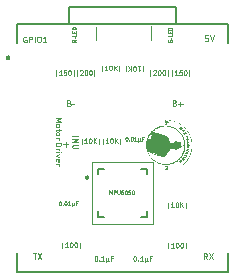
<source format=gbr>
%TF.GenerationSoftware,Flux,Pcbnew,7.0.11-7.0.11~ubuntu20.04.1*%
%TF.CreationDate,2025-02-07T02:19:33+00:00*%
%TF.ProjectId,input,696e7075-742e-46b6-9963-61645f706362,rev?*%
%TF.SameCoordinates,Original*%
%TF.FileFunction,Legend,Top*%
%TF.FilePolarity,Positive*%
%FSLAX46Y46*%
G04 Gerber Fmt 4.6, Leading zero omitted, Abs format (unit mm)*
G04 Filename: imu-plus-motor-driver-2*
G04 Build it with Flux! Visit our site at: https://www.flux.ai (PCBNEW 7.0.11-7.0.11~ubuntu20.04.1) date 2025-02-07 02:19:33*
%MOMM*%
%LPD*%
G01*
G04 APERTURE LIST*
%ADD10C,0.047500*%
%ADD11C,0.066500*%
%ADD12C,0.095000*%
%ADD13C,0.057000*%
%ADD14C,0.038000*%
%ADD15C,0.120000*%
%ADD16C,0.200000*%
%ADD17C,0.127000*%
%ADD18C,0.050000*%
G04 APERTURE END LIST*
D10*
X-3521688Y9110621D02*
X-3750259Y9110621D01*
X-3635973Y9110621D02*
X-3635973Y9510621D01*
X-3635973Y9510621D02*
X-3674069Y9453478D01*
X-3674069Y9453478D02*
X-3712164Y9415383D01*
X-3712164Y9415383D02*
X-3750259Y9396335D01*
X-3274069Y9510621D02*
X-3235974Y9510621D01*
X-3235974Y9510621D02*
X-3197878Y9491573D01*
X-3197878Y9491573D02*
X-3178831Y9472526D01*
X-3178831Y9472526D02*
X-3159783Y9434430D01*
X-3159783Y9434430D02*
X-3140736Y9358240D01*
X-3140736Y9358240D02*
X-3140736Y9263002D01*
X-3140736Y9263002D02*
X-3159783Y9186811D01*
X-3159783Y9186811D02*
X-3178831Y9148716D01*
X-3178831Y9148716D02*
X-3197878Y9129669D01*
X-3197878Y9129669D02*
X-3235974Y9110621D01*
X-3235974Y9110621D02*
X-3274069Y9110621D01*
X-3274069Y9110621D02*
X-3312164Y9129669D01*
X-3312164Y9129669D02*
X-3331212Y9148716D01*
X-3331212Y9148716D02*
X-3350259Y9186811D01*
X-3350259Y9186811D02*
X-3369307Y9263002D01*
X-3369307Y9263002D02*
X-3369307Y9358240D01*
X-3369307Y9358240D02*
X-3350259Y9434430D01*
X-3350259Y9434430D02*
X-3331212Y9472526D01*
X-3331212Y9472526D02*
X-3312164Y9491573D01*
X-3312164Y9491573D02*
X-3274069Y9510621D01*
X-2969307Y9110621D02*
X-2969307Y9510621D01*
X-2740736Y9110621D02*
X-2912165Y9339192D01*
X-2740736Y9510621D02*
X-2969307Y9282049D01*
X-3429088Y2931821D02*
X-3657659Y2931821D01*
X-3543373Y2931821D02*
X-3543373Y3331821D01*
X-3543373Y3331821D02*
X-3581469Y3274678D01*
X-3581469Y3274678D02*
X-3619564Y3236583D01*
X-3619564Y3236583D02*
X-3657659Y3217535D01*
X-3181469Y3331821D02*
X-3143374Y3331821D01*
X-3143374Y3331821D02*
X-3105278Y3312773D01*
X-3105278Y3312773D02*
X-3086231Y3293726D01*
X-3086231Y3293726D02*
X-3067183Y3255630D01*
X-3067183Y3255630D02*
X-3048136Y3179440D01*
X-3048136Y3179440D02*
X-3048136Y3084202D01*
X-3048136Y3084202D02*
X-3067183Y3008011D01*
X-3067183Y3008011D02*
X-3086231Y2969916D01*
X-3086231Y2969916D02*
X-3105278Y2950869D01*
X-3105278Y2950869D02*
X-3143374Y2931821D01*
X-3143374Y2931821D02*
X-3181469Y2931821D01*
X-3181469Y2931821D02*
X-3219564Y2950869D01*
X-3219564Y2950869D02*
X-3238612Y2969916D01*
X-3238612Y2969916D02*
X-3257659Y3008011D01*
X-3257659Y3008011D02*
X-3276707Y3084202D01*
X-3276707Y3084202D02*
X-3276707Y3179440D01*
X-3276707Y3179440D02*
X-3257659Y3255630D01*
X-3257659Y3255630D02*
X-3238612Y3293726D01*
X-3238612Y3293726D02*
X-3219564Y3312773D01*
X-3219564Y3312773D02*
X-3181469Y3331821D01*
X-2876707Y2931821D02*
X-2876707Y3331821D01*
X-2648136Y2931821D02*
X-2819565Y3160392D01*
X-2648136Y3331821D02*
X-2876707Y3103249D01*
X-5238188Y2931821D02*
X-5466759Y2931821D01*
X-5352473Y2931821D02*
X-5352473Y3331821D01*
X-5352473Y3331821D02*
X-5390569Y3274678D01*
X-5390569Y3274678D02*
X-5428664Y3236583D01*
X-5428664Y3236583D02*
X-5466759Y3217535D01*
X-4990569Y3331821D02*
X-4952474Y3331821D01*
X-4952474Y3331821D02*
X-4914378Y3312773D01*
X-4914378Y3312773D02*
X-4895331Y3293726D01*
X-4895331Y3293726D02*
X-4876283Y3255630D01*
X-4876283Y3255630D02*
X-4857236Y3179440D01*
X-4857236Y3179440D02*
X-4857236Y3084202D01*
X-4857236Y3084202D02*
X-4876283Y3008011D01*
X-4876283Y3008011D02*
X-4895331Y2969916D01*
X-4895331Y2969916D02*
X-4914378Y2950869D01*
X-4914378Y2950869D02*
X-4952474Y2931821D01*
X-4952474Y2931821D02*
X-4990569Y2931821D01*
X-4990569Y2931821D02*
X-5028664Y2950869D01*
X-5028664Y2950869D02*
X-5047712Y2969916D01*
X-5047712Y2969916D02*
X-5066759Y3008011D01*
X-5066759Y3008011D02*
X-5085807Y3084202D01*
X-5085807Y3084202D02*
X-5085807Y3179440D01*
X-5085807Y3179440D02*
X-5066759Y3255630D01*
X-5066759Y3255630D02*
X-5047712Y3293726D01*
X-5047712Y3293726D02*
X-5028664Y3312773D01*
X-5028664Y3312773D02*
X-4990569Y3331821D01*
X-4685807Y2931821D02*
X-4685807Y3331821D01*
X-4457236Y2931821D02*
X-4628665Y3160392D01*
X-4457236Y3331821D02*
X-4685807Y3103249D01*
X2098311Y-2484378D02*
X1869740Y-2484378D01*
X1984026Y-2484378D02*
X1984026Y-2084378D01*
X1984026Y-2084378D02*
X1945930Y-2141521D01*
X1945930Y-2141521D02*
X1907835Y-2179616D01*
X1907835Y-2179616D02*
X1869740Y-2198664D01*
X2345930Y-2084378D02*
X2384025Y-2084378D01*
X2384025Y-2084378D02*
X2422121Y-2103426D01*
X2422121Y-2103426D02*
X2441168Y-2122473D01*
X2441168Y-2122473D02*
X2460216Y-2160569D01*
X2460216Y-2160569D02*
X2479263Y-2236759D01*
X2479263Y-2236759D02*
X2479263Y-2331997D01*
X2479263Y-2331997D02*
X2460216Y-2408188D01*
X2460216Y-2408188D02*
X2441168Y-2446283D01*
X2441168Y-2446283D02*
X2422121Y-2465331D01*
X2422121Y-2465331D02*
X2384025Y-2484378D01*
X2384025Y-2484378D02*
X2345930Y-2484378D01*
X2345930Y-2484378D02*
X2307835Y-2465331D01*
X2307835Y-2465331D02*
X2288787Y-2446283D01*
X2288787Y-2446283D02*
X2269740Y-2408188D01*
X2269740Y-2408188D02*
X2250692Y-2331997D01*
X2250692Y-2331997D02*
X2250692Y-2236759D01*
X2250692Y-2236759D02*
X2269740Y-2160569D01*
X2269740Y-2160569D02*
X2288787Y-2122473D01*
X2288787Y-2122473D02*
X2307835Y-2103426D01*
X2307835Y-2103426D02*
X2345930Y-2084378D01*
X2650692Y-2484378D02*
X2650692Y-2084378D01*
X2879263Y-2484378D02*
X2707834Y-2255807D01*
X2879263Y-2084378D02*
X2650692Y-2312950D01*
X-955111Y9431579D02*
X-726540Y9431579D01*
X-840826Y9431579D02*
X-840826Y9031579D01*
X-840826Y9031579D02*
X-802730Y9088722D01*
X-802730Y9088722D02*
X-764635Y9126817D01*
X-764635Y9126817D02*
X-726540Y9145865D01*
X-1202730Y9031579D02*
X-1240825Y9031579D01*
X-1240825Y9031579D02*
X-1278921Y9050627D01*
X-1278921Y9050627D02*
X-1297968Y9069674D01*
X-1297968Y9069674D02*
X-1317016Y9107770D01*
X-1317016Y9107770D02*
X-1336063Y9183960D01*
X-1336063Y9183960D02*
X-1336063Y9279198D01*
X-1336063Y9279198D02*
X-1317016Y9355389D01*
X-1317016Y9355389D02*
X-1297968Y9393484D01*
X-1297968Y9393484D02*
X-1278921Y9412532D01*
X-1278921Y9412532D02*
X-1240825Y9431579D01*
X-1240825Y9431579D02*
X-1202730Y9431579D01*
X-1202730Y9431579D02*
X-1164635Y9412532D01*
X-1164635Y9412532D02*
X-1145587Y9393484D01*
X-1145587Y9393484D02*
X-1126540Y9355389D01*
X-1126540Y9355389D02*
X-1107492Y9279198D01*
X-1107492Y9279198D02*
X-1107492Y9183960D01*
X-1107492Y9183960D02*
X-1126540Y9107770D01*
X-1126540Y9107770D02*
X-1145587Y9069674D01*
X-1145587Y9069674D02*
X-1164635Y9050627D01*
X-1164635Y9050627D02*
X-1202730Y9031579D01*
X-1507492Y9431579D02*
X-1507492Y9031579D01*
X-1736063Y9431579D02*
X-1564634Y9203008D01*
X-1736063Y9031579D02*
X-1507492Y9260151D01*
X-4496521Y-6623577D02*
X-4458426Y-6623577D01*
X-4458426Y-6623577D02*
X-4420330Y-6642625D01*
X-4420330Y-6642625D02*
X-4401283Y-6661672D01*
X-4401283Y-6661672D02*
X-4382235Y-6699768D01*
X-4382235Y-6699768D02*
X-4363188Y-6775958D01*
X-4363188Y-6775958D02*
X-4363188Y-6871196D01*
X-4363188Y-6871196D02*
X-4382235Y-6947387D01*
X-4382235Y-6947387D02*
X-4401283Y-6985482D01*
X-4401283Y-6985482D02*
X-4420330Y-7004530D01*
X-4420330Y-7004530D02*
X-4458426Y-7023577D01*
X-4458426Y-7023577D02*
X-4496521Y-7023577D01*
X-4496521Y-7023577D02*
X-4534616Y-7004530D01*
X-4534616Y-7004530D02*
X-4553664Y-6985482D01*
X-4553664Y-6985482D02*
X-4572711Y-6947387D01*
X-4572711Y-6947387D02*
X-4591759Y-6871196D01*
X-4591759Y-6871196D02*
X-4591759Y-6775958D01*
X-4591759Y-6775958D02*
X-4572711Y-6699768D01*
X-4572711Y-6699768D02*
X-4553664Y-6661672D01*
X-4553664Y-6661672D02*
X-4534616Y-6642625D01*
X-4534616Y-6642625D02*
X-4496521Y-6623577D01*
X-4191759Y-6985482D02*
X-4172712Y-7004530D01*
X-4172712Y-7004530D02*
X-4191759Y-7023577D01*
X-4191759Y-7023577D02*
X-4210807Y-7004530D01*
X-4210807Y-7004530D02*
X-4191759Y-6985482D01*
X-4191759Y-6985482D02*
X-4191759Y-7023577D01*
X-3791760Y-7023577D02*
X-4020331Y-7023577D01*
X-3906045Y-7023577D02*
X-3906045Y-6623577D01*
X-3906045Y-6623577D02*
X-3944141Y-6680720D01*
X-3944141Y-6680720D02*
X-3982236Y-6718815D01*
X-3982236Y-6718815D02*
X-4020331Y-6737863D01*
X-3620331Y-6756910D02*
X-3620331Y-7156910D01*
X-3429855Y-6966434D02*
X-3410808Y-7004530D01*
X-3410808Y-7004530D02*
X-3372712Y-7023577D01*
X-3620331Y-6966434D02*
X-3601284Y-7004530D01*
X-3601284Y-7004530D02*
X-3563189Y-7023577D01*
X-3563189Y-7023577D02*
X-3486998Y-7023577D01*
X-3486998Y-7023577D02*
X-3448903Y-7004530D01*
X-3448903Y-7004530D02*
X-3429855Y-6966434D01*
X-3429855Y-6966434D02*
X-3429855Y-6756910D01*
X-3067950Y-6814053D02*
X-3201283Y-6814053D01*
X-3201283Y-7023577D02*
X-3201283Y-6623577D01*
X-3201283Y-6623577D02*
X-3010807Y-6623577D01*
D11*
X-7052875Y3055716D02*
X-7052875Y2629050D01*
X-7266208Y2842383D02*
X-6839542Y2842383D01*
D12*
X208952Y11672378D02*
X208952Y12815235D01*
D13*
X-6746814Y6322035D02*
X-6678242Y6299178D01*
X-6678242Y6299178D02*
X-6655385Y6276321D01*
X-6655385Y6276321D02*
X-6632528Y6230606D01*
X-6632528Y6230606D02*
X-6632528Y6162035D01*
X-6632528Y6162035D02*
X-6655385Y6116321D01*
X-6655385Y6116321D02*
X-6678242Y6093464D01*
X-6678242Y6093464D02*
X-6723957Y6070606D01*
X-6723957Y6070606D02*
X-6906814Y6070606D01*
X-6906814Y6070606D02*
X-6906814Y6550606D01*
X-6906814Y6550606D02*
X-6746814Y6550606D01*
X-6746814Y6550606D02*
X-6701100Y6527749D01*
X-6701100Y6527749D02*
X-6678242Y6504892D01*
X-6678242Y6504892D02*
X-6655385Y6459178D01*
X-6655385Y6459178D02*
X-6655385Y6413464D01*
X-6655385Y6413464D02*
X-6678242Y6367749D01*
X-6678242Y6367749D02*
X-6701100Y6344892D01*
X-6701100Y6344892D02*
X-6746814Y6322035D01*
X-6746814Y6322035D02*
X-6906814Y6322035D01*
X-6472528Y6230606D02*
X-6335385Y6230606D01*
D10*
X-7373988Y8703022D02*
X-7602559Y8703022D01*
X-7488273Y8703022D02*
X-7488273Y9103022D01*
X-7488273Y9103022D02*
X-7526369Y9045879D01*
X-7526369Y9045879D02*
X-7564464Y9007784D01*
X-7564464Y9007784D02*
X-7602559Y8988736D01*
X-7012083Y9103022D02*
X-7202559Y9103022D01*
X-7202559Y9103022D02*
X-7221607Y8912546D01*
X-7221607Y8912546D02*
X-7202559Y8931593D01*
X-7202559Y8931593D02*
X-7164464Y8950641D01*
X-7164464Y8950641D02*
X-7069226Y8950641D01*
X-7069226Y8950641D02*
X-7031131Y8931593D01*
X-7031131Y8931593D02*
X-7012083Y8912546D01*
X-7012083Y8912546D02*
X-6993036Y8874450D01*
X-6993036Y8874450D02*
X-6993036Y8779212D01*
X-6993036Y8779212D02*
X-7012083Y8741117D01*
X-7012083Y8741117D02*
X-7031131Y8722070D01*
X-7031131Y8722070D02*
X-7069226Y8703022D01*
X-7069226Y8703022D02*
X-7164464Y8703022D01*
X-7164464Y8703022D02*
X-7202559Y8722070D01*
X-7202559Y8722070D02*
X-7221607Y8741117D01*
X-6745417Y9103022D02*
X-6707322Y9103022D01*
X-6707322Y9103022D02*
X-6669226Y9083974D01*
X-6669226Y9083974D02*
X-6650179Y9064927D01*
X-6650179Y9064927D02*
X-6631131Y9026831D01*
X-6631131Y9026831D02*
X-6612084Y8950641D01*
X-6612084Y8950641D02*
X-6612084Y8855403D01*
X-6612084Y8855403D02*
X-6631131Y8779212D01*
X-6631131Y8779212D02*
X-6650179Y8741117D01*
X-6650179Y8741117D02*
X-6669226Y8722070D01*
X-6669226Y8722070D02*
X-6707322Y8703022D01*
X-6707322Y8703022D02*
X-6745417Y8703022D01*
X-6745417Y8703022D02*
X-6783512Y8722070D01*
X-6783512Y8722070D02*
X-6802560Y8741117D01*
X-6802560Y8741117D02*
X-6821607Y8779212D01*
X-6821607Y8779212D02*
X-6840655Y8855403D01*
X-6840655Y8855403D02*
X-6840655Y8950641D01*
X-6840655Y8950641D02*
X-6821607Y9026831D01*
X-6821607Y9026831D02*
X-6802560Y9064927D01*
X-6802560Y9064927D02*
X-6783512Y9083974D01*
X-6783512Y9083974D02*
X-6745417Y9103022D01*
X-6848988Y-5861077D02*
X-7077559Y-5861077D01*
X-6963273Y-5861077D02*
X-6963273Y-5461077D01*
X-6963273Y-5461077D02*
X-7001369Y-5518220D01*
X-7001369Y-5518220D02*
X-7039464Y-5556315D01*
X-7039464Y-5556315D02*
X-7077559Y-5575363D01*
X-6601369Y-5461077D02*
X-6563274Y-5461077D01*
X-6563274Y-5461077D02*
X-6525178Y-5480125D01*
X-6525178Y-5480125D02*
X-6506131Y-5499172D01*
X-6506131Y-5499172D02*
X-6487083Y-5537268D01*
X-6487083Y-5537268D02*
X-6468036Y-5613458D01*
X-6468036Y-5613458D02*
X-6468036Y-5708696D01*
X-6468036Y-5708696D02*
X-6487083Y-5784887D01*
X-6487083Y-5784887D02*
X-6506131Y-5822982D01*
X-6506131Y-5822982D02*
X-6525178Y-5842030D01*
X-6525178Y-5842030D02*
X-6563274Y-5861077D01*
X-6563274Y-5861077D02*
X-6601369Y-5861077D01*
X-6601369Y-5861077D02*
X-6639464Y-5842030D01*
X-6639464Y-5842030D02*
X-6658512Y-5822982D01*
X-6658512Y-5822982D02*
X-6677559Y-5784887D01*
X-6677559Y-5784887D02*
X-6696607Y-5708696D01*
X-6696607Y-5708696D02*
X-6696607Y-5613458D01*
X-6696607Y-5613458D02*
X-6677559Y-5537268D01*
X-6677559Y-5537268D02*
X-6658512Y-5499172D01*
X-6658512Y-5499172D02*
X-6639464Y-5480125D01*
X-6639464Y-5480125D02*
X-6601369Y-5461077D01*
X-6220417Y-5461077D02*
X-6182322Y-5461077D01*
X-6182322Y-5461077D02*
X-6144226Y-5480125D01*
X-6144226Y-5480125D02*
X-6125179Y-5499172D01*
X-6125179Y-5499172D02*
X-6106131Y-5537268D01*
X-6106131Y-5537268D02*
X-6087084Y-5613458D01*
X-6087084Y-5613458D02*
X-6087084Y-5708696D01*
X-6087084Y-5708696D02*
X-6106131Y-5784887D01*
X-6106131Y-5784887D02*
X-6125179Y-5822982D01*
X-6125179Y-5822982D02*
X-6144226Y-5842030D01*
X-6144226Y-5842030D02*
X-6182322Y-5861077D01*
X-6182322Y-5861077D02*
X-6220417Y-5861077D01*
X-6220417Y-5861077D02*
X-6258512Y-5842030D01*
X-6258512Y-5842030D02*
X-6277560Y-5822982D01*
X-6277560Y-5822982D02*
X-6296607Y-5784887D01*
X-6296607Y-5784887D02*
X-6315655Y-5708696D01*
X-6315655Y-5708696D02*
X-6315655Y-5613458D01*
X-6315655Y-5613458D02*
X-6296607Y-5537268D01*
X-6296607Y-5537268D02*
X-6277560Y-5499172D01*
X-6277560Y-5499172D02*
X-6258512Y-5480125D01*
X-6258512Y-5480125D02*
X-6220417Y-5461077D01*
D14*
X1628900Y11654909D02*
X1613662Y11624433D01*
X1613662Y11624433D02*
X1613662Y11578719D01*
X1613662Y11578719D02*
X1628900Y11533004D01*
X1628900Y11533004D02*
X1659376Y11502528D01*
X1659376Y11502528D02*
X1689852Y11487290D01*
X1689852Y11487290D02*
X1750804Y11472052D01*
X1750804Y11472052D02*
X1796519Y11472052D01*
X1796519Y11472052D02*
X1857471Y11487290D01*
X1857471Y11487290D02*
X1887947Y11502528D01*
X1887947Y11502528D02*
X1918424Y11533004D01*
X1918424Y11533004D02*
X1933662Y11578719D01*
X1933662Y11578719D02*
X1933662Y11609195D01*
X1933662Y11609195D02*
X1918424Y11654909D01*
X1918424Y11654909D02*
X1903185Y11670147D01*
X1903185Y11670147D02*
X1796519Y11670147D01*
X1796519Y11670147D02*
X1796519Y11609195D01*
X1826995Y11776814D02*
X1826995Y11868242D01*
X1933662Y12142528D02*
X1933662Y11990147D01*
X1933662Y11990147D02*
X1613662Y11990147D01*
X1766043Y12249195D02*
X1766043Y12355862D01*
X1933662Y12401576D02*
X1933662Y12249195D01*
X1933662Y12249195D02*
X1613662Y12249195D01*
X1613662Y12249195D02*
X1613662Y12401576D01*
X1933662Y12538719D02*
X1613662Y12538719D01*
X1613662Y12538719D02*
X1613662Y12614909D01*
X1613662Y12614909D02*
X1628900Y12660624D01*
X1628900Y12660624D02*
X1659376Y12691100D01*
X1659376Y12691100D02*
X1689852Y12706338D01*
X1689852Y12706338D02*
X1750804Y12721576D01*
X1750804Y12721576D02*
X1796519Y12721576D01*
X1796519Y12721576D02*
X1857471Y12706338D01*
X1857471Y12706338D02*
X1887947Y12691100D01*
X1887947Y12691100D02*
X1918424Y12660624D01*
X1918424Y12660624D02*
X1933662Y12614909D01*
X1933662Y12614909D02*
X1933662Y12538719D01*
X-6185937Y11695447D02*
X-6338318Y11588780D01*
X-6185937Y11512590D02*
X-6505937Y11512590D01*
X-6505937Y11512590D02*
X-6505937Y11634495D01*
X-6505937Y11634495D02*
X-6490699Y11664971D01*
X-6490699Y11664971D02*
X-6475461Y11680209D01*
X-6475461Y11680209D02*
X-6444985Y11695447D01*
X-6444985Y11695447D02*
X-6399271Y11695447D01*
X-6399271Y11695447D02*
X-6368795Y11680209D01*
X-6368795Y11680209D02*
X-6353556Y11664971D01*
X-6353556Y11664971D02*
X-6338318Y11634495D01*
X-6338318Y11634495D02*
X-6338318Y11512590D01*
X-6292604Y11802114D02*
X-6292604Y11893542D01*
X-6185937Y12167828D02*
X-6185937Y12015447D01*
X-6185937Y12015447D02*
X-6505937Y12015447D01*
X-6353556Y12274495D02*
X-6353556Y12381162D01*
X-6185937Y12426876D02*
X-6185937Y12274495D01*
X-6185937Y12274495D02*
X-6505937Y12274495D01*
X-6505937Y12274495D02*
X-6505937Y12426876D01*
X-6185937Y12564019D02*
X-6505937Y12564019D01*
X-6505937Y12564019D02*
X-6505937Y12640209D01*
X-6505937Y12640209D02*
X-6490699Y12685924D01*
X-6490699Y12685924D02*
X-6460223Y12716400D01*
X-6460223Y12716400D02*
X-6429747Y12731638D01*
X-6429747Y12731638D02*
X-6368795Y12746876D01*
X-6368795Y12746876D02*
X-6323080Y12746876D01*
X-6323080Y12746876D02*
X-6262128Y12731638D01*
X-6262128Y12731638D02*
X-6231652Y12716400D01*
X-6231652Y12716400D02*
X-6201176Y12685924D01*
X-6201176Y12685924D02*
X-6185937Y12640209D01*
X-6185937Y12640209D02*
X-6185937Y12564019D01*
D13*
X5014457Y12057806D02*
X4785885Y12057806D01*
X4785885Y12057806D02*
X4763028Y11829235D01*
X4763028Y11829235D02*
X4785885Y11852092D01*
X4785885Y11852092D02*
X4831600Y11874949D01*
X4831600Y11874949D02*
X4945885Y11874949D01*
X4945885Y11874949D02*
X4991600Y11852092D01*
X4991600Y11852092D02*
X5014457Y11829235D01*
X5014457Y11829235D02*
X5037314Y11783521D01*
X5037314Y11783521D02*
X5037314Y11669235D01*
X5037314Y11669235D02*
X5014457Y11623521D01*
X5014457Y11623521D02*
X4991600Y11600664D01*
X4991600Y11600664D02*
X4945885Y11577806D01*
X4945885Y11577806D02*
X4831600Y11577806D01*
X4831600Y11577806D02*
X4785885Y11600664D01*
X4785885Y11600664D02*
X4763028Y11623521D01*
X5174457Y12057806D02*
X5334457Y11577806D01*
X5334457Y11577806D02*
X5494457Y12057806D01*
D14*
X-3361109Y-1382062D02*
X-3361109Y-1062062D01*
X-3361109Y-1062062D02*
X-3254442Y-1290633D01*
X-3254442Y-1290633D02*
X-3147776Y-1062062D01*
X-3147776Y-1062062D02*
X-3147776Y-1382062D01*
X-2995395Y-1382062D02*
X-2995395Y-1062062D01*
X-2995395Y-1062062D02*
X-2873490Y-1062062D01*
X-2873490Y-1062062D02*
X-2843014Y-1077300D01*
X-2843014Y-1077300D02*
X-2827776Y-1092538D01*
X-2827776Y-1092538D02*
X-2812538Y-1123014D01*
X-2812538Y-1123014D02*
X-2812538Y-1168728D01*
X-2812538Y-1168728D02*
X-2827776Y-1199204D01*
X-2827776Y-1199204D02*
X-2843014Y-1214443D01*
X-2843014Y-1214443D02*
X-2873490Y-1229681D01*
X-2873490Y-1229681D02*
X-2995395Y-1229681D01*
X-2675395Y-1062062D02*
X-2675395Y-1321109D01*
X-2675395Y-1321109D02*
X-2660157Y-1351585D01*
X-2660157Y-1351585D02*
X-2644919Y-1366824D01*
X-2644919Y-1366824D02*
X-2614443Y-1382062D01*
X-2614443Y-1382062D02*
X-2553490Y-1382062D01*
X-2553490Y-1382062D02*
X-2523014Y-1366824D01*
X-2523014Y-1366824D02*
X-2507776Y-1351585D01*
X-2507776Y-1351585D02*
X-2492538Y-1321109D01*
X-2492538Y-1321109D02*
X-2492538Y-1062062D01*
X-2203014Y-1062062D02*
X-2263967Y-1062062D01*
X-2263967Y-1062062D02*
X-2294443Y-1077300D01*
X-2294443Y-1077300D02*
X-2309681Y-1092538D01*
X-2309681Y-1092538D02*
X-2340157Y-1138252D01*
X-2340157Y-1138252D02*
X-2355395Y-1199204D01*
X-2355395Y-1199204D02*
X-2355395Y-1321109D01*
X-2355395Y-1321109D02*
X-2340157Y-1351585D01*
X-2340157Y-1351585D02*
X-2324919Y-1366824D01*
X-2324919Y-1366824D02*
X-2294443Y-1382062D01*
X-2294443Y-1382062D02*
X-2233490Y-1382062D01*
X-2233490Y-1382062D02*
X-2203014Y-1366824D01*
X-2203014Y-1366824D02*
X-2187776Y-1351585D01*
X-2187776Y-1351585D02*
X-2172538Y-1321109D01*
X-2172538Y-1321109D02*
X-2172538Y-1244919D01*
X-2172538Y-1244919D02*
X-2187776Y-1214443D01*
X-2187776Y-1214443D02*
X-2203014Y-1199204D01*
X-2203014Y-1199204D02*
X-2233490Y-1183966D01*
X-2233490Y-1183966D02*
X-2294443Y-1183966D01*
X-2294443Y-1183966D02*
X-2324919Y-1199204D01*
X-2324919Y-1199204D02*
X-2340157Y-1214443D01*
X-2340157Y-1214443D02*
X-2355395Y-1244919D01*
X-1974443Y-1062062D02*
X-1943966Y-1062062D01*
X-1943966Y-1062062D02*
X-1913490Y-1077300D01*
X-1913490Y-1077300D02*
X-1898252Y-1092538D01*
X-1898252Y-1092538D02*
X-1883014Y-1123014D01*
X-1883014Y-1123014D02*
X-1867776Y-1183966D01*
X-1867776Y-1183966D02*
X-1867776Y-1260157D01*
X-1867776Y-1260157D02*
X-1883014Y-1321109D01*
X-1883014Y-1321109D02*
X-1898252Y-1351585D01*
X-1898252Y-1351585D02*
X-1913490Y-1366824D01*
X-1913490Y-1366824D02*
X-1943966Y-1382062D01*
X-1943966Y-1382062D02*
X-1974443Y-1382062D01*
X-1974443Y-1382062D02*
X-2004919Y-1366824D01*
X-2004919Y-1366824D02*
X-2020157Y-1351585D01*
X-2020157Y-1351585D02*
X-2035395Y-1321109D01*
X-2035395Y-1321109D02*
X-2050633Y-1260157D01*
X-2050633Y-1260157D02*
X-2050633Y-1183966D01*
X-2050633Y-1183966D02*
X-2035395Y-1123014D01*
X-2035395Y-1123014D02*
X-2020157Y-1092538D01*
X-2020157Y-1092538D02*
X-2004919Y-1077300D01*
X-2004919Y-1077300D02*
X-1974443Y-1062062D01*
X-1578252Y-1062062D02*
X-1730633Y-1062062D01*
X-1730633Y-1062062D02*
X-1745871Y-1214443D01*
X-1745871Y-1214443D02*
X-1730633Y-1199204D01*
X-1730633Y-1199204D02*
X-1700157Y-1183966D01*
X-1700157Y-1183966D02*
X-1623966Y-1183966D01*
X-1623966Y-1183966D02*
X-1593490Y-1199204D01*
X-1593490Y-1199204D02*
X-1578252Y-1214443D01*
X-1578252Y-1214443D02*
X-1563014Y-1244919D01*
X-1563014Y-1244919D02*
X-1563014Y-1321109D01*
X-1563014Y-1321109D02*
X-1578252Y-1351585D01*
X-1578252Y-1351585D02*
X-1593490Y-1366824D01*
X-1593490Y-1366824D02*
X-1623966Y-1382062D01*
X-1623966Y-1382062D02*
X-1700157Y-1382062D01*
X-1700157Y-1382062D02*
X-1730633Y-1366824D01*
X-1730633Y-1366824D02*
X-1745871Y-1351585D01*
X-1364919Y-1062062D02*
X-1334442Y-1062062D01*
X-1334442Y-1062062D02*
X-1303966Y-1077300D01*
X-1303966Y-1077300D02*
X-1288728Y-1092538D01*
X-1288728Y-1092538D02*
X-1273490Y-1123014D01*
X-1273490Y-1123014D02*
X-1258252Y-1183966D01*
X-1258252Y-1183966D02*
X-1258252Y-1260157D01*
X-1258252Y-1260157D02*
X-1273490Y-1321109D01*
X-1273490Y-1321109D02*
X-1288728Y-1351585D01*
X-1288728Y-1351585D02*
X-1303966Y-1366824D01*
X-1303966Y-1366824D02*
X-1334442Y-1382062D01*
X-1334442Y-1382062D02*
X-1364919Y-1382062D01*
X-1364919Y-1382062D02*
X-1395395Y-1366824D01*
X-1395395Y-1366824D02*
X-1410633Y-1351585D01*
X-1410633Y-1351585D02*
X-1425871Y-1321109D01*
X-1425871Y-1321109D02*
X-1441109Y-1260157D01*
X-1441109Y-1260157D02*
X-1441109Y-1183966D01*
X-1441109Y-1183966D02*
X-1425871Y-1123014D01*
X-1425871Y-1123014D02*
X-1410633Y-1092538D01*
X-1410633Y-1092538D02*
X-1395395Y-1077300D01*
X-1395395Y-1077300D02*
X-1364919Y-1062062D01*
D10*
X2427511Y8708822D02*
X2198940Y8708822D01*
X2313226Y8708822D02*
X2313226Y9108822D01*
X2313226Y9108822D02*
X2275130Y9051679D01*
X2275130Y9051679D02*
X2237035Y9013584D01*
X2237035Y9013584D02*
X2198940Y8994536D01*
X2789416Y9108822D02*
X2598940Y9108822D01*
X2598940Y9108822D02*
X2579892Y8918346D01*
X2579892Y8918346D02*
X2598940Y8937393D01*
X2598940Y8937393D02*
X2637035Y8956441D01*
X2637035Y8956441D02*
X2732273Y8956441D01*
X2732273Y8956441D02*
X2770368Y8937393D01*
X2770368Y8937393D02*
X2789416Y8918346D01*
X2789416Y8918346D02*
X2808463Y8880250D01*
X2808463Y8880250D02*
X2808463Y8785012D01*
X2808463Y8785012D02*
X2789416Y8746917D01*
X2789416Y8746917D02*
X2770368Y8727870D01*
X2770368Y8727870D02*
X2732273Y8708822D01*
X2732273Y8708822D02*
X2637035Y8708822D01*
X2637035Y8708822D02*
X2598940Y8727870D01*
X2598940Y8727870D02*
X2579892Y8746917D01*
X3056082Y9108822D02*
X3094177Y9108822D01*
X3094177Y9108822D02*
X3132273Y9089774D01*
X3132273Y9089774D02*
X3151320Y9070727D01*
X3151320Y9070727D02*
X3170368Y9032631D01*
X3170368Y9032631D02*
X3189415Y8956441D01*
X3189415Y8956441D02*
X3189415Y8861203D01*
X3189415Y8861203D02*
X3170368Y8785012D01*
X3170368Y8785012D02*
X3151320Y8746917D01*
X3151320Y8746917D02*
X3132273Y8727870D01*
X3132273Y8727870D02*
X3094177Y8708822D01*
X3094177Y8708822D02*
X3056082Y8708822D01*
X3056082Y8708822D02*
X3017987Y8727870D01*
X3017987Y8727870D02*
X2998939Y8746917D01*
X2998939Y8746917D02*
X2979892Y8785012D01*
X2979892Y8785012D02*
X2960844Y8861203D01*
X2960844Y8861203D02*
X2960844Y8956441D01*
X2960844Y8956441D02*
X2979892Y9032631D01*
X2979892Y9032631D02*
X2998939Y9070727D01*
X2998939Y9070727D02*
X3017987Y9089774D01*
X3017987Y9089774D02*
X3056082Y9108822D01*
D13*
X-6495093Y3548914D02*
X-6015093Y3548914D01*
X-6495093Y3320343D02*
X-6015093Y3320343D01*
X-6015093Y3320343D02*
X-6357950Y3160343D01*
X-6357950Y3160343D02*
X-6015093Y3000343D01*
X-6015093Y3000343D02*
X-6495093Y3000343D01*
X-6015093Y2771772D02*
X-6403664Y2771772D01*
X-6403664Y2771772D02*
X-6449378Y2748915D01*
X-6449378Y2748915D02*
X-6472236Y2726058D01*
X-6472236Y2726058D02*
X-6495093Y2680343D01*
X-6495093Y2680343D02*
X-6495093Y2588915D01*
X-6495093Y2588915D02*
X-6472236Y2543200D01*
X-6472236Y2543200D02*
X-6449378Y2520343D01*
X-6449378Y2520343D02*
X-6403664Y2497486D01*
X-6403664Y2497486D02*
X-6015093Y2497486D01*
D10*
X-1214621Y-6631677D02*
X-1176526Y-6631677D01*
X-1176526Y-6631677D02*
X-1138430Y-6650725D01*
X-1138430Y-6650725D02*
X-1119383Y-6669772D01*
X-1119383Y-6669772D02*
X-1100335Y-6707868D01*
X-1100335Y-6707868D02*
X-1081288Y-6784058D01*
X-1081288Y-6784058D02*
X-1081288Y-6879296D01*
X-1081288Y-6879296D02*
X-1100335Y-6955487D01*
X-1100335Y-6955487D02*
X-1119383Y-6993582D01*
X-1119383Y-6993582D02*
X-1138430Y-7012630D01*
X-1138430Y-7012630D02*
X-1176526Y-7031677D01*
X-1176526Y-7031677D02*
X-1214621Y-7031677D01*
X-1214621Y-7031677D02*
X-1252716Y-7012630D01*
X-1252716Y-7012630D02*
X-1271764Y-6993582D01*
X-1271764Y-6993582D02*
X-1290811Y-6955487D01*
X-1290811Y-6955487D02*
X-1309859Y-6879296D01*
X-1309859Y-6879296D02*
X-1309859Y-6784058D01*
X-1309859Y-6784058D02*
X-1290811Y-6707868D01*
X-1290811Y-6707868D02*
X-1271764Y-6669772D01*
X-1271764Y-6669772D02*
X-1252716Y-6650725D01*
X-1252716Y-6650725D02*
X-1214621Y-6631677D01*
X-909859Y-6993582D02*
X-890812Y-7012630D01*
X-890812Y-7012630D02*
X-909859Y-7031677D01*
X-909859Y-7031677D02*
X-928907Y-7012630D01*
X-928907Y-7012630D02*
X-909859Y-6993582D01*
X-909859Y-6993582D02*
X-909859Y-7031677D01*
X-509860Y-7031677D02*
X-738431Y-7031677D01*
X-624145Y-7031677D02*
X-624145Y-6631677D01*
X-624145Y-6631677D02*
X-662241Y-6688820D01*
X-662241Y-6688820D02*
X-700336Y-6726915D01*
X-700336Y-6726915D02*
X-738431Y-6745963D01*
X-338431Y-6765010D02*
X-338431Y-7165010D01*
X-147955Y-6974534D02*
X-128908Y-7012630D01*
X-128908Y-7012630D02*
X-90812Y-7031677D01*
X-338431Y-6974534D02*
X-319384Y-7012630D01*
X-319384Y-7012630D02*
X-281289Y-7031677D01*
X-281289Y-7031677D02*
X-205098Y-7031677D01*
X-205098Y-7031677D02*
X-167003Y-7012630D01*
X-167003Y-7012630D02*
X-147955Y-6974534D01*
X-147955Y-6974534D02*
X-147955Y-6765010D01*
X213949Y-6822153D02*
X80616Y-6822153D01*
X80616Y-7031677D02*
X80616Y-6631677D01*
X80616Y-6631677D02*
X271092Y-6631677D01*
D13*
X-10387985Y11943049D02*
X-10433700Y11965906D01*
X-10433700Y11965906D02*
X-10502271Y11965906D01*
X-10502271Y11965906D02*
X-10570842Y11943049D01*
X-10570842Y11943049D02*
X-10616557Y11897335D01*
X-10616557Y11897335D02*
X-10639414Y11851621D01*
X-10639414Y11851621D02*
X-10662271Y11760192D01*
X-10662271Y11760192D02*
X-10662271Y11691621D01*
X-10662271Y11691621D02*
X-10639414Y11600192D01*
X-10639414Y11600192D02*
X-10616557Y11554478D01*
X-10616557Y11554478D02*
X-10570842Y11508764D01*
X-10570842Y11508764D02*
X-10502271Y11485906D01*
X-10502271Y11485906D02*
X-10456557Y11485906D01*
X-10456557Y11485906D02*
X-10387985Y11508764D01*
X-10387985Y11508764D02*
X-10365128Y11531621D01*
X-10365128Y11531621D02*
X-10365128Y11691621D01*
X-10365128Y11691621D02*
X-10456557Y11691621D01*
X-10159414Y11485906D02*
X-10159414Y11965906D01*
X-10159414Y11965906D02*
X-9976557Y11965906D01*
X-9976557Y11965906D02*
X-9930842Y11943049D01*
X-9930842Y11943049D02*
X-9907985Y11920192D01*
X-9907985Y11920192D02*
X-9885128Y11874478D01*
X-9885128Y11874478D02*
X-9885128Y11805906D01*
X-9885128Y11805906D02*
X-9907985Y11760192D01*
X-9907985Y11760192D02*
X-9930842Y11737335D01*
X-9930842Y11737335D02*
X-9976557Y11714478D01*
X-9976557Y11714478D02*
X-10159414Y11714478D01*
X-9679414Y11485906D02*
X-9679414Y11965906D01*
X-9359414Y11965906D02*
X-9267986Y11965906D01*
X-9267986Y11965906D02*
X-9222271Y11943049D01*
X-9222271Y11943049D02*
X-9176557Y11897335D01*
X-9176557Y11897335D02*
X-9153700Y11805906D01*
X-9153700Y11805906D02*
X-9153700Y11645906D01*
X-9153700Y11645906D02*
X-9176557Y11554478D01*
X-9176557Y11554478D02*
X-9222271Y11508764D01*
X-9222271Y11508764D02*
X-9267986Y11485906D01*
X-9267986Y11485906D02*
X-9359414Y11485906D01*
X-9359414Y11485906D02*
X-9405129Y11508764D01*
X-9405129Y11508764D02*
X-9450843Y11554478D01*
X-9450843Y11554478D02*
X-9473700Y11645906D01*
X-9473700Y11645906D02*
X-9473700Y11805906D01*
X-9473700Y11805906D02*
X-9450843Y11897335D01*
X-9450843Y11897335D02*
X-9405129Y11943049D01*
X-9405129Y11943049D02*
X-9359414Y11965906D01*
X-8696557Y11485906D02*
X-8970843Y11485906D01*
X-8833700Y11485906D02*
X-8833700Y11965906D01*
X-8833700Y11965906D02*
X-8879414Y11897335D01*
X-8879414Y11897335D02*
X-8925129Y11851621D01*
X-8925129Y11851621D02*
X-8970843Y11828764D01*
D10*
X-5823959Y9085727D02*
X-5804911Y9104774D01*
X-5804911Y9104774D02*
X-5766816Y9123822D01*
X-5766816Y9123822D02*
X-5671578Y9123822D01*
X-5671578Y9123822D02*
X-5633483Y9104774D01*
X-5633483Y9104774D02*
X-5614435Y9085727D01*
X-5614435Y9085727D02*
X-5595388Y9047631D01*
X-5595388Y9047631D02*
X-5595388Y9009536D01*
X-5595388Y9009536D02*
X-5614435Y8952393D01*
X-5614435Y8952393D02*
X-5843007Y8723822D01*
X-5843007Y8723822D02*
X-5595388Y8723822D01*
X-5347769Y9123822D02*
X-5309674Y9123822D01*
X-5309674Y9123822D02*
X-5271578Y9104774D01*
X-5271578Y9104774D02*
X-5252531Y9085727D01*
X-5252531Y9085727D02*
X-5233483Y9047631D01*
X-5233483Y9047631D02*
X-5214436Y8971441D01*
X-5214436Y8971441D02*
X-5214436Y8876203D01*
X-5214436Y8876203D02*
X-5233483Y8800012D01*
X-5233483Y8800012D02*
X-5252531Y8761917D01*
X-5252531Y8761917D02*
X-5271578Y8742870D01*
X-5271578Y8742870D02*
X-5309674Y8723822D01*
X-5309674Y8723822D02*
X-5347769Y8723822D01*
X-5347769Y8723822D02*
X-5385864Y8742870D01*
X-5385864Y8742870D02*
X-5404912Y8761917D01*
X-5404912Y8761917D02*
X-5423959Y8800012D01*
X-5423959Y8800012D02*
X-5443007Y8876203D01*
X-5443007Y8876203D02*
X-5443007Y8971441D01*
X-5443007Y8971441D02*
X-5423959Y9047631D01*
X-5423959Y9047631D02*
X-5404912Y9085727D01*
X-5404912Y9085727D02*
X-5385864Y9104774D01*
X-5385864Y9104774D02*
X-5347769Y9123822D01*
X-4966817Y9123822D02*
X-4928722Y9123822D01*
X-4928722Y9123822D02*
X-4890626Y9104774D01*
X-4890626Y9104774D02*
X-4871579Y9085727D01*
X-4871579Y9085727D02*
X-4852531Y9047631D01*
X-4852531Y9047631D02*
X-4833484Y8971441D01*
X-4833484Y8971441D02*
X-4833484Y8876203D01*
X-4833484Y8876203D02*
X-4852531Y8800012D01*
X-4852531Y8800012D02*
X-4871579Y8761917D01*
X-4871579Y8761917D02*
X-4890626Y8742870D01*
X-4890626Y8742870D02*
X-4928722Y8723822D01*
X-4928722Y8723822D02*
X-4966817Y8723822D01*
X-4966817Y8723822D02*
X-5004912Y8742870D01*
X-5004912Y8742870D02*
X-5023960Y8761917D01*
X-5023960Y8761917D02*
X-5043007Y8800012D01*
X-5043007Y8800012D02*
X-5062055Y8876203D01*
X-5062055Y8876203D02*
X-5062055Y8971441D01*
X-5062055Y8971441D02*
X-5043007Y9047631D01*
X-5043007Y9047631D02*
X-5023960Y9085727D01*
X-5023960Y9085727D02*
X-5004912Y9104774D01*
X-5004912Y9104774D02*
X-4966817Y9123822D01*
D13*
X2163885Y6338935D02*
X2232457Y6316078D01*
X2232457Y6316078D02*
X2255314Y6293221D01*
X2255314Y6293221D02*
X2278171Y6247506D01*
X2278171Y6247506D02*
X2278171Y6178935D01*
X2278171Y6178935D02*
X2255314Y6133221D01*
X2255314Y6133221D02*
X2232457Y6110364D01*
X2232457Y6110364D02*
X2186742Y6087506D01*
X2186742Y6087506D02*
X2003885Y6087506D01*
X2003885Y6087506D02*
X2003885Y6567506D01*
X2003885Y6567506D02*
X2163885Y6567506D01*
X2163885Y6567506D02*
X2209600Y6544649D01*
X2209600Y6544649D02*
X2232457Y6521792D01*
X2232457Y6521792D02*
X2255314Y6476078D01*
X2255314Y6476078D02*
X2255314Y6430364D01*
X2255314Y6430364D02*
X2232457Y6384649D01*
X2232457Y6384649D02*
X2209600Y6361792D01*
X2209600Y6361792D02*
X2163885Y6338935D01*
X2163885Y6338935D02*
X2003885Y6338935D01*
X2483885Y6270364D02*
X2849600Y6270364D01*
X2666742Y6087506D02*
X2666742Y6453221D01*
D12*
X-4454347Y11670078D02*
X-4454347Y12812935D01*
D13*
X4902171Y-6863693D02*
X4742171Y-6635121D01*
X4627885Y-6863693D02*
X4627885Y-6383693D01*
X4627885Y-6383693D02*
X4810742Y-6383693D01*
X4810742Y-6383693D02*
X4856457Y-6406550D01*
X4856457Y-6406550D02*
X4879314Y-6429407D01*
X4879314Y-6429407D02*
X4902171Y-6475121D01*
X4902171Y-6475121D02*
X4902171Y-6543693D01*
X4902171Y-6543693D02*
X4879314Y-6589407D01*
X4879314Y-6589407D02*
X4856457Y-6612264D01*
X4856457Y-6612264D02*
X4810742Y-6635121D01*
X4810742Y-6635121D02*
X4627885Y-6635121D01*
X5062171Y-6383693D02*
X5382171Y-6863693D01*
X5382171Y-6383693D02*
X5062171Y-6863693D01*
D14*
X-7535557Y-1995062D02*
X-7505080Y-1995062D01*
X-7505080Y-1995062D02*
X-7474604Y-2010300D01*
X-7474604Y-2010300D02*
X-7459366Y-2025538D01*
X-7459366Y-2025538D02*
X-7444128Y-2056014D01*
X-7444128Y-2056014D02*
X-7428890Y-2116966D01*
X-7428890Y-2116966D02*
X-7428890Y-2193157D01*
X-7428890Y-2193157D02*
X-7444128Y-2254109D01*
X-7444128Y-2254109D02*
X-7459366Y-2284585D01*
X-7459366Y-2284585D02*
X-7474604Y-2299824D01*
X-7474604Y-2299824D02*
X-7505080Y-2315062D01*
X-7505080Y-2315062D02*
X-7535557Y-2315062D01*
X-7535557Y-2315062D02*
X-7566033Y-2299824D01*
X-7566033Y-2299824D02*
X-7581271Y-2284585D01*
X-7581271Y-2284585D02*
X-7596509Y-2254109D01*
X-7596509Y-2254109D02*
X-7611747Y-2193157D01*
X-7611747Y-2193157D02*
X-7611747Y-2116966D01*
X-7611747Y-2116966D02*
X-7596509Y-2056014D01*
X-7596509Y-2056014D02*
X-7581271Y-2025538D01*
X-7581271Y-2025538D02*
X-7566033Y-2010300D01*
X-7566033Y-2010300D02*
X-7535557Y-1995062D01*
X-7291747Y-2284585D02*
X-7276509Y-2299824D01*
X-7276509Y-2299824D02*
X-7291747Y-2315062D01*
X-7291747Y-2315062D02*
X-7306985Y-2299824D01*
X-7306985Y-2299824D02*
X-7291747Y-2284585D01*
X-7291747Y-2284585D02*
X-7291747Y-2315062D01*
X-7078414Y-1995062D02*
X-7047937Y-1995062D01*
X-7047937Y-1995062D02*
X-7017461Y-2010300D01*
X-7017461Y-2010300D02*
X-7002223Y-2025538D01*
X-7002223Y-2025538D02*
X-6986985Y-2056014D01*
X-6986985Y-2056014D02*
X-6971747Y-2116966D01*
X-6971747Y-2116966D02*
X-6971747Y-2193157D01*
X-6971747Y-2193157D02*
X-6986985Y-2254109D01*
X-6986985Y-2254109D02*
X-7002223Y-2284585D01*
X-7002223Y-2284585D02*
X-7017461Y-2299824D01*
X-7017461Y-2299824D02*
X-7047937Y-2315062D01*
X-7047937Y-2315062D02*
X-7078414Y-2315062D01*
X-7078414Y-2315062D02*
X-7108890Y-2299824D01*
X-7108890Y-2299824D02*
X-7124128Y-2284585D01*
X-7124128Y-2284585D02*
X-7139366Y-2254109D01*
X-7139366Y-2254109D02*
X-7154604Y-2193157D01*
X-7154604Y-2193157D02*
X-7154604Y-2116966D01*
X-7154604Y-2116966D02*
X-7139366Y-2056014D01*
X-7139366Y-2056014D02*
X-7124128Y-2025538D01*
X-7124128Y-2025538D02*
X-7108890Y-2010300D01*
X-7108890Y-2010300D02*
X-7078414Y-1995062D01*
X-6666985Y-2315062D02*
X-6849842Y-2315062D01*
X-6758414Y-2315062D02*
X-6758414Y-1995062D01*
X-6758414Y-1995062D02*
X-6788890Y-2040776D01*
X-6788890Y-2040776D02*
X-6819366Y-2071252D01*
X-6819366Y-2071252D02*
X-6849842Y-2086490D01*
X-6529842Y-2101728D02*
X-6529842Y-2421728D01*
X-6377461Y-2269347D02*
X-6362223Y-2299824D01*
X-6362223Y-2299824D02*
X-6331747Y-2315062D01*
X-6529842Y-2269347D02*
X-6514604Y-2299824D01*
X-6514604Y-2299824D02*
X-6484128Y-2315062D01*
X-6484128Y-2315062D02*
X-6423175Y-2315062D01*
X-6423175Y-2315062D02*
X-6392699Y-2299824D01*
X-6392699Y-2299824D02*
X-6377461Y-2269347D01*
X-6377461Y-2269347D02*
X-6377461Y-2101728D01*
X-6087937Y-2147443D02*
X-6194604Y-2147443D01*
X-6194604Y-2315062D02*
X-6194604Y-1995062D01*
X-6194604Y-1995062D02*
X-6042223Y-1995062D01*
D10*
X2126911Y-5906577D02*
X1898340Y-5906577D01*
X2012626Y-5906577D02*
X2012626Y-5506577D01*
X2012626Y-5506577D02*
X1974530Y-5563720D01*
X1974530Y-5563720D02*
X1936435Y-5601815D01*
X1936435Y-5601815D02*
X1898340Y-5620863D01*
X2374530Y-5506577D02*
X2412625Y-5506577D01*
X2412625Y-5506577D02*
X2450721Y-5525625D01*
X2450721Y-5525625D02*
X2469768Y-5544672D01*
X2469768Y-5544672D02*
X2488816Y-5582768D01*
X2488816Y-5582768D02*
X2507863Y-5658958D01*
X2507863Y-5658958D02*
X2507863Y-5754196D01*
X2507863Y-5754196D02*
X2488816Y-5830387D01*
X2488816Y-5830387D02*
X2469768Y-5868482D01*
X2469768Y-5868482D02*
X2450721Y-5887530D01*
X2450721Y-5887530D02*
X2412625Y-5906577D01*
X2412625Y-5906577D02*
X2374530Y-5906577D01*
X2374530Y-5906577D02*
X2336435Y-5887530D01*
X2336435Y-5887530D02*
X2317387Y-5868482D01*
X2317387Y-5868482D02*
X2298340Y-5830387D01*
X2298340Y-5830387D02*
X2279292Y-5754196D01*
X2279292Y-5754196D02*
X2279292Y-5658958D01*
X2279292Y-5658958D02*
X2298340Y-5582768D01*
X2298340Y-5582768D02*
X2317387Y-5544672D01*
X2317387Y-5544672D02*
X2336435Y-5525625D01*
X2336435Y-5525625D02*
X2374530Y-5506577D01*
X2755482Y-5506577D02*
X2793577Y-5506577D01*
X2793577Y-5506577D02*
X2831673Y-5525625D01*
X2831673Y-5525625D02*
X2850720Y-5544672D01*
X2850720Y-5544672D02*
X2869768Y-5582768D01*
X2869768Y-5582768D02*
X2888815Y-5658958D01*
X2888815Y-5658958D02*
X2888815Y-5754196D01*
X2888815Y-5754196D02*
X2869768Y-5830387D01*
X2869768Y-5830387D02*
X2850720Y-5868482D01*
X2850720Y-5868482D02*
X2831673Y-5887530D01*
X2831673Y-5887530D02*
X2793577Y-5906577D01*
X2793577Y-5906577D02*
X2755482Y-5906577D01*
X2755482Y-5906577D02*
X2717387Y-5887530D01*
X2717387Y-5887530D02*
X2698339Y-5868482D01*
X2698339Y-5868482D02*
X2679292Y-5830387D01*
X2679292Y-5830387D02*
X2660244Y-5754196D01*
X2660244Y-5754196D02*
X2660244Y-5658958D01*
X2660244Y-5658958D02*
X2679292Y-5582768D01*
X2679292Y-5582768D02*
X2698339Y-5544672D01*
X2698339Y-5544672D02*
X2717387Y-5525625D01*
X2717387Y-5525625D02*
X2755482Y-5506577D01*
X385240Y9071927D02*
X404288Y9090974D01*
X404288Y9090974D02*
X442383Y9110022D01*
X442383Y9110022D02*
X537621Y9110022D01*
X537621Y9110022D02*
X575716Y9090974D01*
X575716Y9090974D02*
X594764Y9071927D01*
X594764Y9071927D02*
X613811Y9033831D01*
X613811Y9033831D02*
X613811Y8995736D01*
X613811Y8995736D02*
X594764Y8938593D01*
X594764Y8938593D02*
X366192Y8710022D01*
X366192Y8710022D02*
X613811Y8710022D01*
X861430Y9110022D02*
X899525Y9110022D01*
X899525Y9110022D02*
X937621Y9090974D01*
X937621Y9090974D02*
X956668Y9071927D01*
X956668Y9071927D02*
X975716Y9033831D01*
X975716Y9033831D02*
X994763Y8957641D01*
X994763Y8957641D02*
X994763Y8862403D01*
X994763Y8862403D02*
X975716Y8786212D01*
X975716Y8786212D02*
X956668Y8748117D01*
X956668Y8748117D02*
X937621Y8729070D01*
X937621Y8729070D02*
X899525Y8710022D01*
X899525Y8710022D02*
X861430Y8710022D01*
X861430Y8710022D02*
X823335Y8729070D01*
X823335Y8729070D02*
X804287Y8748117D01*
X804287Y8748117D02*
X785240Y8786212D01*
X785240Y8786212D02*
X766192Y8862403D01*
X766192Y8862403D02*
X766192Y8957641D01*
X766192Y8957641D02*
X785240Y9033831D01*
X785240Y9033831D02*
X804287Y9071927D01*
X804287Y9071927D02*
X823335Y9090974D01*
X823335Y9090974D02*
X861430Y9110022D01*
X1242382Y9110022D02*
X1280477Y9110022D01*
X1280477Y9110022D02*
X1318573Y9090974D01*
X1318573Y9090974D02*
X1337620Y9071927D01*
X1337620Y9071927D02*
X1356668Y9033831D01*
X1356668Y9033831D02*
X1375715Y8957641D01*
X1375715Y8957641D02*
X1375715Y8862403D01*
X1375715Y8862403D02*
X1356668Y8786212D01*
X1356668Y8786212D02*
X1337620Y8748117D01*
X1337620Y8748117D02*
X1318573Y8729070D01*
X1318573Y8729070D02*
X1280477Y8710022D01*
X1280477Y8710022D02*
X1242382Y8710022D01*
X1242382Y8710022D02*
X1204287Y8729070D01*
X1204287Y8729070D02*
X1185239Y8748117D01*
X1185239Y8748117D02*
X1166192Y8786212D01*
X1166192Y8786212D02*
X1147144Y8862403D01*
X1147144Y8862403D02*
X1147144Y8957641D01*
X1147144Y8957641D02*
X1166192Y9033831D01*
X1166192Y9033831D02*
X1185239Y9071927D01*
X1185239Y9071927D02*
X1204287Y9090974D01*
X1204287Y9090974D02*
X1242382Y9110022D01*
D14*
X-1918357Y3459037D02*
X-1887880Y3459037D01*
X-1887880Y3459037D02*
X-1857404Y3443799D01*
X-1857404Y3443799D02*
X-1842166Y3428561D01*
X-1842166Y3428561D02*
X-1826928Y3398085D01*
X-1826928Y3398085D02*
X-1811690Y3337133D01*
X-1811690Y3337133D02*
X-1811690Y3260942D01*
X-1811690Y3260942D02*
X-1826928Y3199990D01*
X-1826928Y3199990D02*
X-1842166Y3169514D01*
X-1842166Y3169514D02*
X-1857404Y3154276D01*
X-1857404Y3154276D02*
X-1887880Y3139037D01*
X-1887880Y3139037D02*
X-1918357Y3139037D01*
X-1918357Y3139037D02*
X-1948833Y3154276D01*
X-1948833Y3154276D02*
X-1964071Y3169514D01*
X-1964071Y3169514D02*
X-1979309Y3199990D01*
X-1979309Y3199990D02*
X-1994547Y3260942D01*
X-1994547Y3260942D02*
X-1994547Y3337133D01*
X-1994547Y3337133D02*
X-1979309Y3398085D01*
X-1979309Y3398085D02*
X-1964071Y3428561D01*
X-1964071Y3428561D02*
X-1948833Y3443799D01*
X-1948833Y3443799D02*
X-1918357Y3459037D01*
X-1674547Y3169514D02*
X-1659309Y3154276D01*
X-1659309Y3154276D02*
X-1674547Y3139037D01*
X-1674547Y3139037D02*
X-1689785Y3154276D01*
X-1689785Y3154276D02*
X-1674547Y3169514D01*
X-1674547Y3169514D02*
X-1674547Y3139037D01*
X-1461214Y3459037D02*
X-1430737Y3459037D01*
X-1430737Y3459037D02*
X-1400261Y3443799D01*
X-1400261Y3443799D02*
X-1385023Y3428561D01*
X-1385023Y3428561D02*
X-1369785Y3398085D01*
X-1369785Y3398085D02*
X-1354547Y3337133D01*
X-1354547Y3337133D02*
X-1354547Y3260942D01*
X-1354547Y3260942D02*
X-1369785Y3199990D01*
X-1369785Y3199990D02*
X-1385023Y3169514D01*
X-1385023Y3169514D02*
X-1400261Y3154276D01*
X-1400261Y3154276D02*
X-1430737Y3139037D01*
X-1430737Y3139037D02*
X-1461214Y3139037D01*
X-1461214Y3139037D02*
X-1491690Y3154276D01*
X-1491690Y3154276D02*
X-1506928Y3169514D01*
X-1506928Y3169514D02*
X-1522166Y3199990D01*
X-1522166Y3199990D02*
X-1537404Y3260942D01*
X-1537404Y3260942D02*
X-1537404Y3337133D01*
X-1537404Y3337133D02*
X-1522166Y3398085D01*
X-1522166Y3398085D02*
X-1506928Y3428561D01*
X-1506928Y3428561D02*
X-1491690Y3443799D01*
X-1491690Y3443799D02*
X-1461214Y3459037D01*
X-1049785Y3139037D02*
X-1232642Y3139037D01*
X-1141214Y3139037D02*
X-1141214Y3459037D01*
X-1141214Y3459037D02*
X-1171690Y3413323D01*
X-1171690Y3413323D02*
X-1202166Y3382847D01*
X-1202166Y3382847D02*
X-1232642Y3367609D01*
X-912642Y3352371D02*
X-912642Y3032371D01*
X-760261Y3184752D02*
X-745023Y3154276D01*
X-745023Y3154276D02*
X-714547Y3139037D01*
X-912642Y3184752D02*
X-897404Y3154276D01*
X-897404Y3154276D02*
X-866928Y3139037D01*
X-866928Y3139037D02*
X-805975Y3139037D01*
X-805975Y3139037D02*
X-775499Y3154276D01*
X-775499Y3154276D02*
X-760261Y3184752D01*
X-760261Y3184752D02*
X-760261Y3352371D01*
X-470737Y3306656D02*
X-577404Y3306656D01*
X-577404Y3139037D02*
X-577404Y3459037D01*
X-577404Y3459037D02*
X-425023Y3459037D01*
D13*
X-7901793Y5074714D02*
X-7421793Y5074714D01*
X-7421793Y5074714D02*
X-7764650Y4914714D01*
X-7764650Y4914714D02*
X-7421793Y4754714D01*
X-7421793Y4754714D02*
X-7901793Y4754714D01*
X-7901793Y4457571D02*
X-7878936Y4503286D01*
X-7878936Y4503286D02*
X-7856078Y4526143D01*
X-7856078Y4526143D02*
X-7810364Y4549000D01*
X-7810364Y4549000D02*
X-7673221Y4549000D01*
X-7673221Y4549000D02*
X-7627507Y4526143D01*
X-7627507Y4526143D02*
X-7604650Y4503286D01*
X-7604650Y4503286D02*
X-7581793Y4457571D01*
X-7581793Y4457571D02*
X-7581793Y4389000D01*
X-7581793Y4389000D02*
X-7604650Y4343286D01*
X-7604650Y4343286D02*
X-7627507Y4320429D01*
X-7627507Y4320429D02*
X-7673221Y4297571D01*
X-7673221Y4297571D02*
X-7810364Y4297571D01*
X-7810364Y4297571D02*
X-7856078Y4320429D01*
X-7856078Y4320429D02*
X-7878936Y4343286D01*
X-7878936Y4343286D02*
X-7901793Y4389000D01*
X-7901793Y4389000D02*
X-7901793Y4457571D01*
X-7581793Y4160428D02*
X-7581793Y3977571D01*
X-7421793Y4091857D02*
X-7833221Y4091857D01*
X-7833221Y4091857D02*
X-7878936Y4069000D01*
X-7878936Y4069000D02*
X-7901793Y4023285D01*
X-7901793Y4023285D02*
X-7901793Y3977571D01*
X-7901793Y3748999D02*
X-7878936Y3794714D01*
X-7878936Y3794714D02*
X-7856078Y3817571D01*
X-7856078Y3817571D02*
X-7810364Y3840428D01*
X-7810364Y3840428D02*
X-7673221Y3840428D01*
X-7673221Y3840428D02*
X-7627507Y3817571D01*
X-7627507Y3817571D02*
X-7604650Y3794714D01*
X-7604650Y3794714D02*
X-7581793Y3748999D01*
X-7581793Y3748999D02*
X-7581793Y3680428D01*
X-7581793Y3680428D02*
X-7604650Y3634714D01*
X-7604650Y3634714D02*
X-7627507Y3611857D01*
X-7627507Y3611857D02*
X-7673221Y3588999D01*
X-7673221Y3588999D02*
X-7810364Y3588999D01*
X-7810364Y3588999D02*
X-7856078Y3611857D01*
X-7856078Y3611857D02*
X-7878936Y3634714D01*
X-7878936Y3634714D02*
X-7901793Y3680428D01*
X-7901793Y3680428D02*
X-7901793Y3748999D01*
X-7901793Y3383285D02*
X-7581793Y3383285D01*
X-7673221Y3383285D02*
X-7627507Y3360428D01*
X-7627507Y3360428D02*
X-7604650Y3337571D01*
X-7604650Y3337571D02*
X-7581793Y3291856D01*
X-7581793Y3291856D02*
X-7581793Y3246142D01*
X-7901793Y2948999D02*
X-7421793Y2948999D01*
X-7421793Y2948999D02*
X-7421793Y2834713D01*
X-7421793Y2834713D02*
X-7444650Y2766142D01*
X-7444650Y2766142D02*
X-7490364Y2720427D01*
X-7490364Y2720427D02*
X-7536078Y2697570D01*
X-7536078Y2697570D02*
X-7627507Y2674713D01*
X-7627507Y2674713D02*
X-7696078Y2674713D01*
X-7696078Y2674713D02*
X-7787507Y2697570D01*
X-7787507Y2697570D02*
X-7833221Y2720427D01*
X-7833221Y2720427D02*
X-7878936Y2766142D01*
X-7878936Y2766142D02*
X-7901793Y2834713D01*
X-7901793Y2834713D02*
X-7901793Y2948999D01*
X-7901793Y2468999D02*
X-7581793Y2468999D01*
X-7673221Y2468999D02*
X-7627507Y2446142D01*
X-7627507Y2446142D02*
X-7604650Y2423285D01*
X-7604650Y2423285D02*
X-7581793Y2377570D01*
X-7581793Y2377570D02*
X-7581793Y2331856D01*
X-7901793Y2171856D02*
X-7581793Y2171856D01*
X-7421793Y2171856D02*
X-7444650Y2194713D01*
X-7444650Y2194713D02*
X-7467507Y2171856D01*
X-7467507Y2171856D02*
X-7444650Y2148999D01*
X-7444650Y2148999D02*
X-7421793Y2171856D01*
X-7421793Y2171856D02*
X-7467507Y2171856D01*
X-7581793Y1988999D02*
X-7901793Y1874713D01*
X-7901793Y1874713D02*
X-7581793Y1760428D01*
X-7878936Y1394714D02*
X-7901793Y1440428D01*
X-7901793Y1440428D02*
X-7901793Y1531857D01*
X-7901793Y1531857D02*
X-7878936Y1577571D01*
X-7878936Y1577571D02*
X-7833221Y1600428D01*
X-7833221Y1600428D02*
X-7650364Y1600428D01*
X-7650364Y1600428D02*
X-7604650Y1577571D01*
X-7604650Y1577571D02*
X-7581793Y1531857D01*
X-7581793Y1531857D02*
X-7581793Y1440428D01*
X-7581793Y1440428D02*
X-7604650Y1394714D01*
X-7604650Y1394714D02*
X-7650364Y1371857D01*
X-7650364Y1371857D02*
X-7696078Y1371857D01*
X-7696078Y1371857D02*
X-7741793Y1600428D01*
X-7901793Y1166142D02*
X-7581793Y1166142D01*
X-7673221Y1166142D02*
X-7627507Y1143285D01*
X-7627507Y1143285D02*
X-7604650Y1120428D01*
X-7604650Y1120428D02*
X-7581793Y1074713D01*
X-7581793Y1074713D02*
X-7581793Y1028999D01*
X-9815285Y-6401393D02*
X-9541000Y-6401393D01*
X-9678142Y-6881393D02*
X-9678142Y-6401393D01*
X-9426714Y-6401393D02*
X-9106714Y-6881393D01*
X-9106714Y-6401393D02*
X-9426714Y-6881393D01*
%TO.C,*%
G36*
X1529281Y4901165D02*
G01*
X1547294Y4901008D01*
X1653552Y4897461D01*
X1760092Y4888098D01*
X1866562Y4873038D01*
X1972612Y4852399D01*
X2077890Y4826299D01*
X2182043Y4794856D01*
X2284722Y4758188D01*
X2385575Y4716413D01*
X2484249Y4669649D01*
X2580395Y4618014D01*
X2673659Y4561626D01*
X2763692Y4500604D01*
X2835948Y4446673D01*
X2905503Y4390294D01*
X2972342Y4331484D01*
X3036447Y4270262D01*
X3097802Y4206645D01*
X3156391Y4140652D01*
X3212196Y4072301D01*
X3265202Y4001609D01*
X3315390Y3928596D01*
X3362746Y3853278D01*
X3407251Y3775673D01*
X3448889Y3695801D01*
X3481751Y3626729D01*
X3512120Y3556590D01*
X3539970Y3485501D01*
X3565274Y3413579D01*
X3588005Y3340940D01*
X3608138Y3267701D01*
X3625646Y3193978D01*
X3640502Y3119889D01*
X3652681Y3045551D01*
X3662155Y2971078D01*
X3668899Y2896589D01*
X3672886Y2822200D01*
X3674169Y2727362D01*
X3671619Y2633456D01*
X3665235Y2540501D01*
X3655018Y2448512D01*
X3640968Y2357506D01*
X3623084Y2267501D01*
X3601367Y2178512D01*
X3575817Y2090556D01*
X3546433Y2003651D01*
X3513216Y1917812D01*
X3476166Y1833057D01*
X3435282Y1749401D01*
X3430289Y1739542D01*
X3425538Y1730024D01*
X3421070Y1720939D01*
X3416927Y1712379D01*
X3413150Y1704436D01*
X3409782Y1697201D01*
X3406864Y1690767D01*
X3404438Y1685224D01*
X3402544Y1680664D01*
X3401226Y1677179D01*
X3400525Y1674861D01*
X3400482Y1673801D01*
X3400832Y1673435D01*
X3401086Y1673133D01*
X3401244Y1672895D01*
X3401312Y1672720D01*
X3401290Y1672606D01*
X3401182Y1672551D01*
X3400991Y1672555D01*
X3400719Y1672616D01*
X3400369Y1672733D01*
X3399945Y1672903D01*
X3399448Y1673127D01*
X3398882Y1673401D01*
X3397628Y1673600D01*
X3396121Y1672890D01*
X3394438Y1671414D01*
X3392660Y1669313D01*
X3390865Y1666728D01*
X3389132Y1663802D01*
X3387541Y1660675D01*
X3386171Y1657490D01*
X3385101Y1654389D01*
X3384410Y1651513D01*
X3384177Y1649003D01*
X3384482Y1647002D01*
X3384549Y1646535D01*
X3384552Y1646135D01*
X3384494Y1645802D01*
X3384378Y1645535D01*
X3384206Y1645335D01*
X3383982Y1645202D01*
X3383707Y1645135D01*
X3383386Y1645135D01*
X3383019Y1645202D01*
X3382611Y1645335D01*
X3382165Y1645535D01*
X3381682Y1645802D01*
X3380714Y1646058D01*
X3379639Y1645687D01*
X3378501Y1644777D01*
X3377341Y1643416D01*
X3376204Y1641695D01*
X3375132Y1639702D01*
X3374168Y1637525D01*
X3373356Y1635253D01*
X3372738Y1632977D01*
X3372358Y1630783D01*
X3372258Y1628762D01*
X3372482Y1627002D01*
X3372549Y1626535D01*
X3372552Y1626135D01*
X3372494Y1625802D01*
X3372378Y1625535D01*
X3372206Y1625335D01*
X3371982Y1625202D01*
X3371707Y1625135D01*
X3371385Y1625135D01*
X3371019Y1625202D01*
X3370611Y1625335D01*
X3370165Y1625535D01*
X3369682Y1625802D01*
X3368630Y1626134D01*
X3367502Y1625794D01*
X3366338Y1624877D01*
X3365178Y1623476D01*
X3364063Y1621686D01*
X3363032Y1619602D01*
X3362126Y1617317D01*
X3361385Y1614928D01*
X3360850Y1612527D01*
X3360561Y1610209D01*
X3360558Y1608069D01*
X3360882Y1606202D01*
X3360957Y1605727D01*
X3360984Y1605307D01*
X3360963Y1604945D01*
X3360897Y1604646D01*
X3360786Y1604413D01*
X3360632Y1604252D01*
X3360436Y1604165D01*
X3360200Y1604157D01*
X3359925Y1604233D01*
X3359613Y1604396D01*
X3359265Y1604651D01*
X3358882Y1605002D01*
X3357702Y1605343D01*
X3356045Y1604500D01*
X3354032Y1602670D01*
X3351785Y1600054D01*
X3349428Y1596848D01*
X3347082Y1593252D01*
X3344869Y1589464D01*
X3342911Y1585683D01*
X3341332Y1582108D01*
X3340252Y1578937D01*
X3339795Y1576369D01*
X3340082Y1574602D01*
X3340424Y1574135D01*
X3340656Y1573737D01*
X3340782Y1573408D01*
X3340808Y1573150D01*
X3340739Y1572964D01*
X3340582Y1572852D01*
X3340341Y1572814D01*
X3340022Y1572854D01*
X3339632Y1572970D01*
X3339174Y1573167D01*
X3338656Y1573443D01*
X3338082Y1573802D01*
X3337025Y1574330D01*
X3336059Y1574526D01*
X3335194Y1574408D01*
X3334437Y1573994D01*
X3333797Y1573303D01*
X3333282Y1572352D01*
X3332900Y1571159D01*
X3332659Y1569742D01*
X3332569Y1568120D01*
X3332637Y1566311D01*
X3332872Y1564332D01*
X3333282Y1562202D01*
X3333349Y1561643D01*
X3333354Y1561168D01*
X3333300Y1560777D01*
X3333193Y1560468D01*
X3333035Y1560243D01*
X3332832Y1560102D01*
X3332586Y1560043D01*
X3332304Y1560068D01*
X3331988Y1560177D01*
X3331643Y1560368D01*
X3331273Y1560643D01*
X3330882Y1561002D01*
X3329581Y1560952D01*
X3327407Y1559202D01*
X3324557Y1556052D01*
X3321222Y1551802D01*
X3317599Y1546752D01*
X3313881Y1541202D01*
X3310264Y1535452D01*
X3306941Y1529802D01*
X3304106Y1524552D01*
X3301955Y1520002D01*
X3300682Y1516452D01*
X3300481Y1514202D01*
X3300649Y1513644D01*
X3300752Y1513170D01*
X3300794Y1512783D01*
X3300778Y1512483D01*
X3300706Y1512272D01*
X3300581Y1512152D01*
X3300407Y1512123D01*
X3300185Y1512187D01*
X3299919Y1512346D01*
X3299611Y1512600D01*
X3299264Y1512952D01*
X3298881Y1513402D01*
X3297689Y1513809D01*
X3296174Y1513326D01*
X3294431Y1512096D01*
X3292555Y1510261D01*
X3290641Y1507966D01*
X3288781Y1505352D01*
X3287072Y1502563D01*
X3285607Y1499743D01*
X3284481Y1497033D01*
X3283789Y1494578D01*
X3283624Y1492520D01*
X3284081Y1491002D01*
X3284348Y1490435D01*
X3284548Y1489937D01*
X3284681Y1489508D01*
X3284748Y1489150D01*
X3284748Y1488864D01*
X3284681Y1488652D01*
X3284548Y1488515D01*
X3284348Y1488454D01*
X3284081Y1488471D01*
X3283748Y1488567D01*
X3283348Y1488743D01*
X3282881Y1489002D01*
X3282317Y1489204D01*
X3281635Y1489215D01*
X3280850Y1489046D01*
X3279978Y1488706D01*
X3279033Y1488204D01*
X3278031Y1487552D01*
X3276988Y1486758D01*
X3275918Y1485832D01*
X3274838Y1484783D01*
X3273761Y1483622D01*
X3272704Y1482359D01*
X3271681Y1481002D01*
X3270565Y1479478D01*
X3269616Y1478108D01*
X3268837Y1476896D01*
X3268229Y1475846D01*
X3267794Y1474964D01*
X3267531Y1474252D01*
X3267444Y1473715D01*
X3267533Y1473358D01*
X3267800Y1473183D01*
X3268246Y1473196D01*
X3268873Y1473401D01*
X3269681Y1473802D01*
X3270390Y1474128D01*
X3270920Y1474309D01*
X3271275Y1474352D01*
X3271459Y1474261D01*
X3271476Y1474043D01*
X3271331Y1473702D01*
X3271028Y1473245D01*
X3270570Y1472676D01*
X3269962Y1472002D01*
X3269209Y1471228D01*
X3268314Y1470359D01*
X3267281Y1469402D01*
X3264108Y1466516D01*
X3261031Y1463517D01*
X3258112Y1460490D01*
X3255415Y1457521D01*
X3253000Y1454696D01*
X3250931Y1452102D01*
X3249271Y1449825D01*
X3248081Y1447950D01*
X3247425Y1446565D01*
X3247364Y1445754D01*
X3247962Y1445604D01*
X3249281Y1446202D01*
X3249933Y1446555D01*
X3250294Y1446622D01*
X3250375Y1446421D01*
X3250185Y1445965D01*
X3249734Y1445270D01*
X3249031Y1444352D01*
X3248087Y1443225D01*
X3246911Y1441906D01*
X3245512Y1440408D01*
X3243901Y1438748D01*
X3242088Y1436941D01*
X3240081Y1435002D01*
X3238042Y1432906D01*
X3236133Y1430832D01*
X3234369Y1428802D01*
X3232763Y1426839D01*
X3231329Y1424965D01*
X3230081Y1423202D01*
X3229033Y1421572D01*
X3228200Y1420098D01*
X3227594Y1418802D01*
X3227229Y1417706D01*
X3227120Y1416832D01*
X3227281Y1416202D01*
X3227532Y1415687D01*
X3227687Y1415145D01*
X3227750Y1414583D01*
X3227725Y1414010D01*
X3227618Y1413430D01*
X3227431Y1412852D01*
X3227169Y1412282D01*
X3226837Y1411728D01*
X3226437Y1411196D01*
X3225975Y1410693D01*
X3225455Y1410226D01*
X3224881Y1409802D01*
X3224131Y1409368D01*
X3223483Y1409065D01*
X3222937Y1408890D01*
X3222496Y1408839D01*
X3222160Y1408911D01*
X3221931Y1409102D01*
X3221810Y1409410D01*
X3221800Y1409832D01*
X3221900Y1410365D01*
X3222112Y1411006D01*
X3222439Y1411753D01*
X3222881Y1412602D01*
X3223207Y1413295D01*
X3223387Y1413776D01*
X3223425Y1414052D01*
X3223325Y1414128D01*
X3223093Y1414010D01*
X3222731Y1413702D01*
X3222244Y1413211D01*
X3221637Y1412543D01*
X3220912Y1411702D01*
X3220075Y1410695D01*
X3219130Y1409526D01*
X3218081Y1408202D01*
X3217015Y1406889D01*
X3216024Y1405560D01*
X3215112Y1404233D01*
X3214288Y1402928D01*
X3213559Y1401662D01*
X3212931Y1400452D01*
X3212411Y1399318D01*
X3212007Y1398276D01*
X3211725Y1397346D01*
X3211572Y1396545D01*
X3211555Y1395891D01*
X3211681Y1395402D01*
X3211840Y1395070D01*
X3211918Y1394682D01*
X3211918Y1394246D01*
X3211844Y1393773D01*
X3211697Y1393271D01*
X3211481Y1392752D01*
X3211198Y1392225D01*
X3210851Y1391698D01*
X3210443Y1391183D01*
X3209977Y1390689D01*
X3209455Y1390226D01*
X3208881Y1389802D01*
X3208131Y1389368D01*
X3207483Y1389065D01*
X3206937Y1388890D01*
X3206496Y1388839D01*
X3206160Y1388911D01*
X3205931Y1389102D01*
X3205810Y1389410D01*
X3205799Y1389832D01*
X3205900Y1390365D01*
X3206112Y1391006D01*
X3206439Y1391753D01*
X3206881Y1392602D01*
X3207207Y1393295D01*
X3207386Y1393776D01*
X3207425Y1394052D01*
X3207325Y1394128D01*
X3207093Y1394010D01*
X3206731Y1393702D01*
X3206244Y1393211D01*
X3205636Y1392543D01*
X3204912Y1391702D01*
X3204075Y1390695D01*
X3203130Y1389526D01*
X3202081Y1388202D01*
X3201015Y1386889D01*
X3200023Y1385560D01*
X3199112Y1384233D01*
X3198288Y1382928D01*
X3197559Y1381662D01*
X3196931Y1380452D01*
X3196411Y1379318D01*
X3196007Y1378276D01*
X3195725Y1377346D01*
X3195572Y1376545D01*
X3195555Y1375891D01*
X3195681Y1375402D01*
X3195840Y1375071D01*
X3195918Y1374682D01*
X3195918Y1374246D01*
X3195844Y1373773D01*
X3195697Y1373271D01*
X3195481Y1372752D01*
X3195198Y1372225D01*
X3194851Y1371699D01*
X3194443Y1371183D01*
X3193977Y1370689D01*
X3193455Y1370226D01*
X3192881Y1369802D01*
X3192131Y1369368D01*
X3191483Y1369065D01*
X3190937Y1368890D01*
X3190496Y1368839D01*
X3190160Y1368911D01*
X3189931Y1369102D01*
X3189810Y1369410D01*
X3189799Y1369832D01*
X3189900Y1370365D01*
X3190112Y1371006D01*
X3190439Y1371753D01*
X3190881Y1372602D01*
X3191207Y1373295D01*
X3191386Y1373776D01*
X3191425Y1374052D01*
X3191325Y1374128D01*
X3191093Y1374010D01*
X3190731Y1373702D01*
X3190244Y1373212D01*
X3189636Y1372543D01*
X3188912Y1371702D01*
X3188075Y1370695D01*
X3187130Y1369526D01*
X3186081Y1368202D01*
X3185008Y1366896D01*
X3183996Y1365589D01*
X3183056Y1364296D01*
X3182199Y1363032D01*
X3181437Y1361812D01*
X3180781Y1360652D01*
X3180241Y1359567D01*
X3179829Y1358573D01*
X3179556Y1357684D01*
X3179433Y1356915D01*
X3179471Y1356283D01*
X3179681Y1355802D01*
X3179815Y1355362D01*
X3179822Y1354849D01*
X3179706Y1354271D01*
X3179473Y1353639D01*
X3179130Y1352963D01*
X3178681Y1352252D01*
X3178132Y1351516D01*
X3177488Y1350765D01*
X3176756Y1350009D01*
X3175940Y1349256D01*
X3175047Y1348517D01*
X3174081Y1347802D01*
X3172697Y1346703D01*
X3171540Y1345804D01*
X3170606Y1345109D01*
X3169888Y1344617D01*
X3169382Y1344331D01*
X3169081Y1344252D01*
X3168980Y1344382D01*
X3169073Y1344721D01*
X3169356Y1345271D01*
X3169821Y1346034D01*
X3170465Y1347010D01*
X3171281Y1348202D01*
X3171782Y1348995D01*
X3172092Y1349575D01*
X3172218Y1349946D01*
X3172170Y1350113D01*
X3171954Y1350081D01*
X3171581Y1349852D01*
X3171057Y1349432D01*
X3170392Y1348825D01*
X3169593Y1348034D01*
X3168670Y1347063D01*
X3167629Y1345918D01*
X3166481Y1344602D01*
X3165307Y1343189D01*
X3164194Y1341760D01*
X3163149Y1340334D01*
X3162184Y1338928D01*
X3161308Y1337562D01*
X3160531Y1336252D01*
X3159862Y1335018D01*
X3159310Y1333876D01*
X3158887Y1332846D01*
X3158601Y1331945D01*
X3158462Y1331191D01*
X3158481Y1330602D01*
X3158539Y1330020D01*
X3158518Y1329475D01*
X3158418Y1328971D01*
X3158244Y1328513D01*
X3157997Y1328106D01*
X3157681Y1327752D01*
X3157298Y1327457D01*
X3156851Y1327225D01*
X3156343Y1327059D01*
X3155777Y1326963D01*
X3155155Y1326943D01*
X3154481Y1327002D01*
X3153792Y1326980D01*
X3152938Y1326721D01*
X3151937Y1326240D01*
X3150807Y1325551D01*
X3149565Y1324667D01*
X3148231Y1323602D01*
X3146821Y1322371D01*
X3145355Y1320988D01*
X3143849Y1319465D01*
X3142323Y1317817D01*
X3140794Y1316058D01*
X3139281Y1314202D01*
X3137924Y1312330D01*
X3136662Y1310527D01*
X3135506Y1308809D01*
X3134466Y1307195D01*
X3133554Y1305704D01*
X3132781Y1304352D01*
X3132157Y1303160D01*
X3131695Y1302143D01*
X3131406Y1301321D01*
X3131299Y1300712D01*
X3131387Y1300333D01*
X3131681Y1300202D01*
X3131939Y1300146D01*
X3132114Y1299980D01*
X3132206Y1299715D01*
X3132214Y1299358D01*
X3132139Y1298918D01*
X3131981Y1298402D01*
X3131739Y1297821D01*
X3131414Y1297180D01*
X3131006Y1296490D01*
X3130514Y1295758D01*
X3129939Y1294993D01*
X3129281Y1294202D01*
X3128566Y1293429D01*
X3127827Y1292712D01*
X3127074Y1292059D01*
X3126318Y1291477D01*
X3125566Y1290972D01*
X3124831Y1290552D01*
X3124120Y1290224D01*
X3123444Y1289995D01*
X3122812Y1289871D01*
X3122234Y1289860D01*
X3121721Y1289968D01*
X3121281Y1290203D01*
X3120691Y1290347D01*
X3119934Y1290195D01*
X3119024Y1289765D01*
X3117977Y1289077D01*
X3116807Y1288149D01*
X3115531Y1287003D01*
X3114162Y1285656D01*
X3112718Y1284128D01*
X3111212Y1282440D01*
X3109660Y1280610D01*
X3108078Y1278658D01*
X3106481Y1276603D01*
X3104926Y1274407D01*
X3103280Y1272234D01*
X3101568Y1270109D01*
X3099814Y1268054D01*
X3098043Y1266094D01*
X3096280Y1264253D01*
X3094551Y1262552D01*
X3092880Y1261017D01*
X3091293Y1259671D01*
X3089814Y1258538D01*
X3088468Y1257640D01*
X3087280Y1257003D01*
X3085742Y1256161D01*
X3083373Y1254671D01*
X3080243Y1252584D01*
X3076421Y1249951D01*
X3071977Y1246823D01*
X3066980Y1243253D01*
X3061500Y1239290D01*
X3055606Y1234988D01*
X3049368Y1230397D01*
X3042854Y1225568D01*
X3036135Y1220553D01*
X3029280Y1215403D01*
X3015619Y1205168D01*
X3004125Y1196588D01*
X2994630Y1189553D01*
X2986969Y1183951D01*
X2980975Y1179672D01*
X2976480Y1176603D01*
X2973319Y1174635D01*
X2971325Y1173655D01*
X2970330Y1173553D01*
X2970169Y1174218D01*
X2970675Y1175538D01*
X2971680Y1177403D01*
X2973850Y1180214D01*
X2978502Y1185759D01*
X2985255Y1193603D01*
X2993725Y1203314D01*
X3003527Y1214459D01*
X3014280Y1226603D01*
X3025600Y1239314D01*
X3037103Y1252158D01*
X3048405Y1264703D01*
X3059125Y1276514D01*
X3068878Y1287158D01*
X3077281Y1296203D01*
X3088099Y1308076D01*
X3100192Y1321893D01*
X3113318Y1337346D01*
X3127236Y1354128D01*
X3141704Y1371933D01*
X3156481Y1390452D01*
X3171324Y1409380D01*
X3185992Y1428410D01*
X3200244Y1447233D01*
X3213837Y1465545D01*
X3226530Y1483037D01*
X3238081Y1499402D01*
X3244639Y1508988D01*
X3252144Y1520091D01*
X3260344Y1532327D01*
X3268985Y1545313D01*
X3277815Y1558666D01*
X3286582Y1572002D01*
X3295031Y1584938D01*
X3302911Y1597091D01*
X3309969Y1608077D01*
X3315952Y1617513D01*
X3320607Y1625016D01*
X3323682Y1630202D01*
X3324468Y1631610D01*
X3325606Y1633600D01*
X3327063Y1636121D01*
X3328808Y1639120D01*
X3330808Y1642548D01*
X3333032Y1646352D01*
X3335447Y1650481D01*
X3338023Y1654883D01*
X3340726Y1659508D01*
X3343525Y1664304D01*
X3346387Y1669219D01*
X3349282Y1674202D01*
X3356253Y1686447D01*
X3364519Y1701498D01*
X3373707Y1718627D01*
X3383445Y1737105D01*
X3393361Y1756206D01*
X3403082Y1775201D01*
X3412237Y1793363D01*
X3420453Y1809964D01*
X3427358Y1824276D01*
X3432579Y1835572D01*
X3435745Y1843123D01*
X3436483Y1846201D01*
X3436014Y1845863D01*
X3435034Y1844492D01*
X3433583Y1842158D01*
X3431697Y1838927D01*
X3429418Y1834869D01*
X3426783Y1830051D01*
X3423831Y1824542D01*
X3420601Y1818409D01*
X3417132Y1811720D01*
X3413464Y1804544D01*
X3409634Y1796948D01*
X3405682Y1789001D01*
X3401451Y1780688D01*
X3396999Y1772026D01*
X3392389Y1763133D01*
X3387682Y1754127D01*
X3382943Y1745128D01*
X3378232Y1736252D01*
X3373613Y1727617D01*
X3369149Y1719342D01*
X3364901Y1711545D01*
X3360932Y1704344D01*
X3357305Y1697857D01*
X3354082Y1692202D01*
X3351088Y1687011D01*
X3348126Y1681878D01*
X3345232Y1676858D01*
X3342438Y1672009D01*
X3339776Y1667388D01*
X3337282Y1663052D01*
X3334987Y1659057D01*
X3332926Y1655461D01*
X3331132Y1652320D01*
X3329637Y1649692D01*
X3328476Y1647634D01*
X3327682Y1646202D01*
X3316832Y1627727D01*
X3303547Y1606470D01*
X3288225Y1582983D01*
X3271267Y1557817D01*
X3253069Y1531523D01*
X3234031Y1504652D01*
X3214552Y1477757D01*
X3195029Y1451387D01*
X3175862Y1426096D01*
X3157449Y1402434D01*
X3140189Y1380952D01*
X3124481Y1362203D01*
X3101871Y1336392D01*
X3078734Y1310653D01*
X3055212Y1285122D01*
X3031443Y1259936D01*
X3007569Y1235234D01*
X2983730Y1211153D01*
X2960066Y1187830D01*
X2936717Y1165403D01*
X2913824Y1144010D01*
X2891526Y1123787D01*
X2869965Y1104872D01*
X2849280Y1087404D01*
X2841324Y1080840D01*
X2834067Y1074759D01*
X2827523Y1069179D01*
X2821709Y1064115D01*
X2816640Y1059584D01*
X2812330Y1055604D01*
X2808795Y1052190D01*
X2806050Y1049359D01*
X2804111Y1047129D01*
X2802993Y1045515D01*
X2802710Y1044534D01*
X2803280Y1044204D01*
X2805391Y1045010D01*
X2809567Y1047324D01*
X2815573Y1050985D01*
X2823176Y1055833D01*
X2832140Y1061709D01*
X2842230Y1068454D01*
X2853211Y1075906D01*
X2864850Y1083907D01*
X2876911Y1092297D01*
X2889159Y1100916D01*
X2901361Y1109605D01*
X2913280Y1118203D01*
X2932492Y1132077D01*
X2949073Y1143994D01*
X2963243Y1154097D01*
X2975221Y1162529D01*
X2985227Y1169433D01*
X2993480Y1174953D01*
X3000200Y1179231D01*
X3001173Y1179803D01*
X3009280Y1179803D01*
X3009321Y1179328D01*
X3009438Y1178907D01*
X3009624Y1178540D01*
X3009873Y1178233D01*
X3010177Y1177986D01*
X3010530Y1177803D01*
X3010925Y1177687D01*
X3011354Y1177640D01*
X3011811Y1177665D01*
X3012289Y1177766D01*
X3012781Y1177944D01*
X3013280Y1178203D01*
X3013863Y1178519D01*
X3014410Y1178862D01*
X3014918Y1179228D01*
X3015384Y1179610D01*
X3015806Y1180004D01*
X3016180Y1180403D01*
X3016505Y1180802D01*
X3016776Y1181195D01*
X3016993Y1181578D01*
X3017151Y1181944D01*
X3017247Y1182287D01*
X3017280Y1182603D01*
X3017247Y1182802D01*
X3017151Y1182999D01*
X3016993Y1183190D01*
X3016776Y1183373D01*
X3016505Y1183545D01*
X3016180Y1183703D01*
X3015806Y1183844D01*
X3015384Y1183966D01*
X3014918Y1184065D01*
X3014410Y1184140D01*
X3013863Y1184187D01*
X3013280Y1184203D01*
X3012781Y1184162D01*
X3012289Y1184044D01*
X3011811Y1183853D01*
X3011354Y1183596D01*
X3010925Y1183277D01*
X3010530Y1182903D01*
X3010177Y1182479D01*
X3009873Y1182010D01*
X3009624Y1181503D01*
X3009438Y1180962D01*
X3009321Y1180394D01*
X3009280Y1179803D01*
X3001173Y1179803D01*
X3005606Y1182410D01*
X3009918Y1184634D01*
X3013354Y1186046D01*
X3016135Y1186787D01*
X3018480Y1187003D01*
X3019370Y1186995D01*
X3020234Y1186971D01*
X3021061Y1186934D01*
X3021843Y1186884D01*
X3022569Y1186823D01*
X3023230Y1186753D01*
X3023816Y1186674D01*
X3024317Y1186588D01*
X3024724Y1186497D01*
X3025026Y1186401D01*
X3025215Y1186303D01*
X3025280Y1186203D01*
X3025085Y1186016D01*
X3024517Y1185471D01*
X3023605Y1184597D01*
X3022376Y1183418D01*
X3020859Y1181961D01*
X3019080Y1180253D01*
X3017068Y1178320D01*
X3014851Y1176188D01*
X3012455Y1173884D01*
X3009910Y1171434D01*
X3007242Y1168865D01*
X3004480Y1166203D01*
X3001665Y1163595D01*
X2999225Y1161373D01*
X2997168Y1159540D01*
X2995502Y1158099D01*
X2994237Y1157053D01*
X2993380Y1156403D01*
X2992940Y1156153D01*
X2992925Y1156307D01*
X2993343Y1156865D01*
X2994202Y1157833D01*
X2995512Y1159211D01*
X2997280Y1161003D01*
X3000850Y1165168D01*
X3003571Y1168660D01*
X3005461Y1171472D01*
X3006539Y1173596D01*
X3006823Y1175025D01*
X3006330Y1175753D01*
X3005079Y1175773D01*
X3003088Y1175077D01*
X3000374Y1173659D01*
X2996956Y1171512D01*
X2992852Y1168629D01*
X2988080Y1165003D01*
X2985921Y1163391D01*
X2983471Y1161577D01*
X2980774Y1159591D01*
X2977873Y1157462D01*
X2974810Y1155223D01*
X2971630Y1152903D01*
X2968375Y1150533D01*
X2965087Y1148144D01*
X2961811Y1145766D01*
X2958589Y1143429D01*
X2955464Y1141165D01*
X2952480Y1139003D01*
X2949324Y1136719D01*
X2945700Y1134099D01*
X2941674Y1131191D01*
X2937310Y1128040D01*
X2932673Y1124695D01*
X2927830Y1121203D01*
X2922845Y1117611D01*
X2917784Y1113966D01*
X2912711Y1110316D01*
X2907693Y1106707D01*
X2902794Y1103187D01*
X2898080Y1099803D01*
X2888682Y1093093D01*
X2878632Y1086055D01*
X2868142Y1078828D01*
X2857428Y1071552D01*
X2846702Y1064364D01*
X2836180Y1057404D01*
X2826074Y1050810D01*
X2816598Y1044722D01*
X2807967Y1039279D01*
X2800394Y1034619D01*
X2794094Y1030881D01*
X2789280Y1028204D01*
X2787890Y1027489D01*
X2786530Y1026750D01*
X2785211Y1025997D01*
X2783946Y1025241D01*
X2782748Y1024490D01*
X2781630Y1023754D01*
X2780602Y1023043D01*
X2779680Y1022367D01*
X2778873Y1021735D01*
X2778196Y1021157D01*
X2777661Y1020644D01*
X2777280Y1020204D01*
X2776842Y1019748D01*
X2776143Y1019187D01*
X2775205Y1018535D01*
X2774050Y1017804D01*
X2772701Y1017006D01*
X2771180Y1016154D01*
X2769508Y1015260D01*
X2767709Y1014337D01*
X2765805Y1013398D01*
X2763817Y1012454D01*
X2761767Y1011518D01*
X2759680Y1010604D01*
X2756100Y1009138D01*
X2753141Y1007945D01*
X2750773Y1007029D01*
X2748968Y1006396D01*
X2747697Y1006053D01*
X2746930Y1006004D01*
X2746637Y1006255D01*
X2746791Y1006811D01*
X2747361Y1007679D01*
X2748318Y1008863D01*
X2749634Y1010370D01*
X2751280Y1012204D01*
X2752294Y1013261D01*
X2753331Y1014228D01*
X2754380Y1015098D01*
X2755428Y1015863D01*
X2756465Y1016518D01*
X2757480Y1017054D01*
X2758461Y1017465D01*
X2759398Y1017745D01*
X2760280Y1017885D01*
X2761094Y1017880D01*
X2761831Y1017722D01*
X2762480Y1017404D01*
X2762954Y1017137D01*
X2763376Y1016939D01*
X2763742Y1016810D01*
X2764050Y1016752D01*
X2764297Y1016766D01*
X2764480Y1016854D01*
X2764596Y1017017D01*
X2764643Y1017256D01*
X2764617Y1017573D01*
X2764517Y1017969D01*
X2764338Y1018445D01*
X2764080Y1019004D01*
X2763859Y1019709D01*
X2763983Y1020609D01*
X2764430Y1021685D01*
X2765176Y1022915D01*
X2766200Y1024278D01*
X2767480Y1025754D01*
X2768993Y1027321D01*
X2770717Y1028959D01*
X2772630Y1030648D01*
X2774709Y1032365D01*
X2776933Y1034091D01*
X2779280Y1035804D01*
X2781734Y1037601D01*
X2784085Y1039382D01*
X2786311Y1041129D01*
X2788391Y1042826D01*
X2790304Y1044457D01*
X2792030Y1046004D01*
X2793547Y1047451D01*
X2794835Y1048781D01*
X2795873Y1049979D01*
X2796641Y1051026D01*
X2797116Y1051906D01*
X2797280Y1052604D01*
X2797337Y1053095D01*
X2797502Y1053565D01*
X2797767Y1054010D01*
X2798124Y1054426D01*
X2798564Y1054809D01*
X2799080Y1055154D01*
X2799662Y1055457D01*
X2800302Y1055715D01*
X2800992Y1055922D01*
X2801724Y1056076D01*
X2802489Y1056171D01*
X2803280Y1056204D01*
X2804010Y1056253D01*
X2804793Y1056396D01*
X2805611Y1056629D01*
X2806450Y1056944D01*
X2807295Y1057338D01*
X2808130Y1057804D01*
X2808940Y1058336D01*
X2809709Y1058930D01*
X2810423Y1059579D01*
X2811067Y1060278D01*
X2811624Y1061021D01*
X2812080Y1061804D01*
X2812739Y1062706D01*
X2813891Y1063991D01*
X2815492Y1065622D01*
X2817502Y1067567D01*
X2819878Y1069789D01*
X2822580Y1072254D01*
X2825564Y1074927D01*
X2828791Y1077774D01*
X2832217Y1080760D01*
X2835802Y1083850D01*
X2839503Y1087009D01*
X2843280Y1090204D01*
X2864021Y1107460D01*
X2885739Y1126326D01*
X2908280Y1146641D01*
X2931488Y1168248D01*
X2955206Y1190988D01*
X2979280Y1214703D01*
X3003554Y1239235D01*
X3027873Y1264425D01*
X3052081Y1290115D01*
X3076021Y1316147D01*
X3099540Y1342362D01*
X3122481Y1368603D01*
X3131351Y1379232D01*
X3142744Y1393369D01*
X3156031Y1410190D01*
X3170585Y1428869D01*
X3185777Y1448581D01*
X3200981Y1468502D01*
X3215568Y1487806D01*
X3228911Y1505669D01*
X3240381Y1521265D01*
X3249352Y1533769D01*
X3255194Y1542356D01*
X3257281Y1546202D01*
X3257428Y1546697D01*
X3257856Y1547563D01*
X3258544Y1548771D01*
X3259474Y1550291D01*
X3260626Y1552094D01*
X3261982Y1554152D01*
X3263520Y1556435D01*
X3265222Y1558913D01*
X3267069Y1561558D01*
X3269041Y1564341D01*
X3271118Y1567232D01*
X3273282Y1570202D01*
X3275445Y1573172D01*
X3277522Y1576063D01*
X3279494Y1578846D01*
X3281341Y1581491D01*
X3283043Y1583969D01*
X3284582Y1586252D01*
X3285937Y1588310D01*
X3287089Y1590113D01*
X3288019Y1591633D01*
X3288708Y1592841D01*
X3289135Y1593707D01*
X3289282Y1594202D01*
X3289420Y1594713D01*
X3289824Y1595624D01*
X3290475Y1596902D01*
X3291356Y1598513D01*
X3292447Y1600424D01*
X3293732Y1602602D01*
X3295191Y1605013D01*
X3296808Y1607624D01*
X3298563Y1610402D01*
X3300439Y1613313D01*
X3302418Y1616324D01*
X3304482Y1619402D01*
X3306790Y1622896D01*
X3309484Y1627118D01*
X3312513Y1631983D01*
X3315830Y1637402D01*
X3319386Y1643287D01*
X3323132Y1649552D01*
X3327020Y1656108D01*
X3331000Y1662868D01*
X3335026Y1669745D01*
X3339047Y1676652D01*
X3343015Y1683500D01*
X3346882Y1690202D01*
X3350559Y1696749D01*
X3354164Y1703146D01*
X3357657Y1709327D01*
X3361001Y1715224D01*
X3364155Y1720771D01*
X3367082Y1725902D01*
X3369742Y1730549D01*
X3372097Y1734646D01*
X3374107Y1738127D01*
X3375734Y1740924D01*
X3376939Y1742971D01*
X3377682Y1744202D01*
X3379809Y1748204D01*
X3383593Y1755618D01*
X3388745Y1765858D01*
X3394971Y1778335D01*
X3401981Y1792462D01*
X3409482Y1807651D01*
X3417184Y1823316D01*
X3424794Y1838868D01*
X3431550Y1852754D01*
X3439030Y1852754D01*
X3439283Y1852201D01*
X3439639Y1852332D01*
X3440099Y1852711D01*
X3440651Y1853320D01*
X3441283Y1854142D01*
X3441981Y1855159D01*
X3442733Y1856351D01*
X3443526Y1857702D01*
X3444349Y1859194D01*
X3445189Y1860808D01*
X3446033Y1862525D01*
X3446868Y1864329D01*
X3447683Y1866201D01*
X3448999Y1869466D01*
X3450144Y1872449D01*
X3451114Y1875139D01*
X3451905Y1877520D01*
X3452513Y1879579D01*
X3452933Y1881301D01*
X3453161Y1882674D01*
X3453194Y1883683D01*
X3453026Y1884314D01*
X3452655Y1884553D01*
X3452075Y1884387D01*
X3451283Y1883801D01*
X3450252Y1882423D01*
X3449005Y1880211D01*
X3447608Y1877345D01*
X3446127Y1874009D01*
X3444630Y1870384D01*
X3443183Y1866651D01*
X3441852Y1862994D01*
X3440705Y1859594D01*
X3439808Y1856633D01*
X3439227Y1854292D01*
X3439030Y1852754D01*
X3431550Y1852754D01*
X3432020Y1853720D01*
X3438572Y1867285D01*
X3444156Y1878974D01*
X3448483Y1888201D01*
X3448730Y1888754D01*
X3455030Y1888754D01*
X3455283Y1888201D01*
X3455639Y1888332D01*
X3456099Y1888711D01*
X3456652Y1889320D01*
X3457283Y1890142D01*
X3457981Y1891158D01*
X3458733Y1892351D01*
X3459527Y1893702D01*
X3460349Y1895194D01*
X3461189Y1896808D01*
X3462033Y1898525D01*
X3462868Y1900329D01*
X3463683Y1902201D01*
X3464999Y1905466D01*
X3466144Y1908449D01*
X3467114Y1911139D01*
X3467905Y1913520D01*
X3468513Y1915579D01*
X3468933Y1917301D01*
X3469161Y1918674D01*
X3469194Y1919683D01*
X3469027Y1920314D01*
X3468655Y1920553D01*
X3468075Y1920387D01*
X3467283Y1919801D01*
X3466252Y1918423D01*
X3465005Y1916211D01*
X3463608Y1913345D01*
X3462127Y1910009D01*
X3460630Y1906383D01*
X3459183Y1902651D01*
X3457852Y1898994D01*
X3456705Y1895594D01*
X3455808Y1892633D01*
X3455227Y1890292D01*
X3455030Y1888754D01*
X3448730Y1888754D01*
X3451624Y1895224D01*
X3455375Y1903920D01*
X3459633Y1914026D01*
X3464290Y1925283D01*
X3464760Y1926435D01*
X3470605Y1926435D01*
X3470665Y1925764D01*
X3470883Y1925401D01*
X3471140Y1925349D01*
X3471503Y1925581D01*
X3471964Y1926082D01*
X3472513Y1926838D01*
X3473139Y1927833D01*
X3473833Y1929051D01*
X3474585Y1930478D01*
X3475387Y1932098D01*
X3476227Y1933895D01*
X3477096Y1935855D01*
X3477985Y1937962D01*
X3478883Y1940201D01*
X3480876Y1945406D01*
X3482457Y1949805D01*
X3483633Y1953376D01*
X3484409Y1956097D01*
X3484790Y1957947D01*
X3484783Y1958901D01*
X3484392Y1958939D01*
X3483624Y1958038D01*
X3482483Y1956176D01*
X3480976Y1953331D01*
X3479107Y1949480D01*
X3476883Y1944601D01*
X3475818Y1942222D01*
X3474827Y1939901D01*
X3473920Y1937664D01*
X3473105Y1935535D01*
X3472390Y1933539D01*
X3471783Y1931701D01*
X3471293Y1930047D01*
X3470927Y1928601D01*
X3470695Y1927389D01*
X3470605Y1926435D01*
X3464760Y1926435D01*
X3469242Y1937428D01*
X3474383Y1950201D01*
X3479154Y1962201D01*
X3484883Y1962201D01*
X3490483Y1972201D01*
X3491290Y1973664D01*
X3492105Y1975238D01*
X3492921Y1976901D01*
X3493728Y1978631D01*
X3494518Y1980405D01*
X3495283Y1982201D01*
X3496015Y1983997D01*
X3496705Y1985772D01*
X3497346Y1987501D01*
X3497928Y1989164D01*
X3498443Y1990738D01*
X3498883Y1992201D01*
X3501683Y2002201D01*
X3496083Y1992201D01*
X3495276Y1990738D01*
X3494461Y1989164D01*
X3493646Y1987501D01*
X3492839Y1985772D01*
X3492048Y1983997D01*
X3491283Y1982201D01*
X3490551Y1980405D01*
X3489861Y1978631D01*
X3489221Y1976901D01*
X3488639Y1975238D01*
X3488123Y1973664D01*
X3487683Y1972201D01*
X3484883Y1962201D01*
X3479154Y1962201D01*
X3479607Y1963341D01*
X3484809Y1976586D01*
X3489883Y1989676D01*
X3494724Y2002349D01*
X3499226Y2014345D01*
X3503283Y2025401D01*
X3504190Y2028031D01*
X3505102Y2030510D01*
X3506008Y2032820D01*
X3506898Y2034942D01*
X3507760Y2036858D01*
X3508583Y2038551D01*
X3509356Y2040002D01*
X3510068Y2041194D01*
X3510708Y2042107D01*
X3511265Y2042725D01*
X3511727Y2043029D01*
X3512083Y2043001D01*
X3512226Y2042571D01*
X3512257Y2041896D01*
X3512183Y2040995D01*
X3512009Y2039890D01*
X3511741Y2038602D01*
X3511383Y2037151D01*
X3510943Y2035559D01*
X3510424Y2033846D01*
X3509833Y2032032D01*
X3509176Y2030140D01*
X3508457Y2028189D01*
X3507683Y2026201D01*
X3506801Y2024097D01*
X3505961Y2021999D01*
X3505171Y2019932D01*
X3504439Y2017920D01*
X3503773Y2015985D01*
X3503183Y2014151D01*
X3502676Y2012443D01*
X3502261Y2010883D01*
X3501946Y2009495D01*
X3501739Y2008303D01*
X3501648Y2007331D01*
X3501683Y2006601D01*
X3501757Y2006190D01*
X3501970Y2006144D01*
X3502314Y2006445D01*
X3502779Y2007075D01*
X3503356Y2008017D01*
X3504033Y2009251D01*
X3504802Y2010761D01*
X3505654Y2012527D01*
X3506577Y2014532D01*
X3507563Y2016759D01*
X3508602Y2019187D01*
X3509683Y2021801D01*
X3510741Y2024513D01*
X3511709Y2027227D01*
X3512583Y2029914D01*
X3513357Y2032542D01*
X3514026Y2035081D01*
X3514583Y2037501D01*
X3515024Y2039771D01*
X3515343Y2041860D01*
X3515533Y2043739D01*
X3515591Y2045375D01*
X3515509Y2046739D01*
X3515283Y2047801D01*
X3515057Y2048795D01*
X3514976Y2050155D01*
X3515033Y2051845D01*
X3515159Y2053151D01*
X3517583Y2053151D01*
X3517742Y2052642D01*
X3518217Y2052779D01*
X3519008Y2053582D01*
X3520117Y2055073D01*
X3521542Y2057273D01*
X3523283Y2060201D01*
X3524066Y2061631D01*
X3524809Y2063108D01*
X3525508Y2064614D01*
X3526157Y2066127D01*
X3526751Y2067629D01*
X3527283Y2069101D01*
X3527749Y2070523D01*
X3528143Y2071875D01*
X3528458Y2073139D01*
X3528691Y2074294D01*
X3528834Y2075321D01*
X3528883Y2076201D01*
X3528834Y2076869D01*
X3528691Y2077277D01*
X3528458Y2077432D01*
X3528143Y2077342D01*
X3527749Y2077012D01*
X3527283Y2076451D01*
X3526751Y2075665D01*
X3526158Y2074660D01*
X3525508Y2073445D01*
X3524809Y2072025D01*
X3524066Y2070408D01*
X3523283Y2068601D01*
X3521542Y2064655D01*
X3520117Y2061229D01*
X3519008Y2058345D01*
X3518217Y2056023D01*
X3517742Y2054285D01*
X3517583Y2053151D01*
X3515159Y2053151D01*
X3515224Y2053831D01*
X3515543Y2056078D01*
X3515983Y2058551D01*
X3516541Y2061216D01*
X3517209Y2064038D01*
X3517983Y2066982D01*
X3518857Y2070014D01*
X3519826Y2073099D01*
X3520883Y2076201D01*
X3523422Y2083599D01*
X3526026Y2091353D01*
X3528677Y2099401D01*
X3531358Y2107682D01*
X3533513Y2114451D01*
X3537684Y2114451D01*
X3537784Y2113619D01*
X3538084Y2113194D01*
X3538584Y2113207D01*
X3539284Y2113692D01*
X3540184Y2114679D01*
X3541284Y2116201D01*
X3541775Y2117048D01*
X3542245Y2117979D01*
X3542690Y2118976D01*
X3543106Y2120023D01*
X3543488Y2121104D01*
X3543834Y2122201D01*
X3544137Y2123298D01*
X3544395Y2124379D01*
X3544602Y2125426D01*
X3544756Y2126423D01*
X3544851Y2127354D01*
X3544884Y2128201D01*
X3544859Y2129101D01*
X3544784Y2129803D01*
X3544659Y2130307D01*
X3544484Y2130616D01*
X3544259Y2130730D01*
X3543984Y2130651D01*
X3543659Y2130380D01*
X3543284Y2129919D01*
X3542859Y2129270D01*
X3542384Y2128432D01*
X3541859Y2127409D01*
X3541284Y2126201D01*
X3540184Y2123598D01*
X3539284Y2121210D01*
X3538584Y2119070D01*
X3538084Y2117208D01*
X3537784Y2115658D01*
X3537684Y2114451D01*
X3533513Y2114451D01*
X3534049Y2116136D01*
X3536734Y2124701D01*
X3539393Y2133316D01*
X3542010Y2141919D01*
X3544565Y2150451D01*
X3547041Y2158849D01*
X3549420Y2167053D01*
X3549747Y2168201D01*
X3553684Y2168201D01*
X3553716Y2167385D01*
X3553812Y2166738D01*
X3553965Y2166263D01*
X3554173Y2165964D01*
X3554430Y2165842D01*
X3554734Y2165901D01*
X3555079Y2166143D01*
X3555462Y2166571D01*
X3555878Y2167188D01*
X3556323Y2167997D01*
X3556793Y2169000D01*
X3557284Y2170201D01*
X3557775Y2171340D01*
X3558245Y2172544D01*
X3558690Y2173795D01*
X3559106Y2175075D01*
X3559489Y2176366D01*
X3559834Y2177651D01*
X3560137Y2178910D01*
X3560395Y2180127D01*
X3560603Y2181282D01*
X3560756Y2182358D01*
X3560851Y2183337D01*
X3560884Y2184201D01*
X3560851Y2185017D01*
X3560756Y2185664D01*
X3560603Y2186138D01*
X3560395Y2186438D01*
X3560137Y2186560D01*
X3559834Y2186501D01*
X3559489Y2186259D01*
X3559106Y2185831D01*
X3558690Y2185213D01*
X3558245Y2184405D01*
X3557775Y2183401D01*
X3557284Y2182201D01*
X3556793Y2181062D01*
X3556323Y2179858D01*
X3555878Y2178607D01*
X3555462Y2177327D01*
X3555079Y2176035D01*
X3554734Y2174751D01*
X3554430Y2173491D01*
X3554173Y2172275D01*
X3553965Y2171120D01*
X3553812Y2170044D01*
X3553716Y2169065D01*
X3553684Y2168201D01*
X3549747Y2168201D01*
X3551684Y2175001D01*
X3552599Y2178413D01*
X3553536Y2181634D01*
X3554484Y2184638D01*
X3555432Y2187401D01*
X3556369Y2189897D01*
X3557284Y2192101D01*
X3558165Y2193988D01*
X3559002Y2195534D01*
X3559784Y2196713D01*
X3560499Y2197501D01*
X3561136Y2197872D01*
X3561684Y2197801D01*
X3562151Y2197566D01*
X3562551Y2197458D01*
X3562884Y2197470D01*
X3563151Y2197593D01*
X3563351Y2197823D01*
X3563484Y2198151D01*
X3563551Y2198571D01*
X3563551Y2199075D01*
X3563484Y2199657D01*
X3563351Y2200310D01*
X3563151Y2201027D01*
X3562884Y2201801D01*
X3562256Y2204766D01*
X3562130Y2208690D01*
X3562440Y2213313D01*
X3563121Y2218379D01*
X3564107Y2223627D01*
X3565334Y2228801D01*
X3565483Y2229316D01*
X3569759Y2229316D01*
X3569784Y2228601D01*
X3569859Y2227919D01*
X3569980Y2227282D01*
X3570146Y2226701D01*
X3570354Y2226186D01*
X3570601Y2225749D01*
X3570884Y2225401D01*
X3571183Y2225083D01*
X3571477Y2224925D01*
X3571759Y2224920D01*
X3572025Y2225060D01*
X3572268Y2225340D01*
X3572484Y2225751D01*
X3572666Y2226287D01*
X3572810Y2226942D01*
X3572909Y2227707D01*
X3572958Y2228577D01*
X3572952Y2229544D01*
X3572884Y2230601D01*
X3572860Y2231633D01*
X3572790Y2232529D01*
X3572678Y2233282D01*
X3572528Y2233890D01*
X3572346Y2234347D01*
X3572134Y2234651D01*
X3571897Y2234796D01*
X3571640Y2234779D01*
X3571365Y2234595D01*
X3571078Y2234240D01*
X3570783Y2233710D01*
X3570484Y2233001D01*
X3570217Y2232286D01*
X3570014Y2231549D01*
X3569872Y2230801D01*
X3569788Y2230053D01*
X3569759Y2229316D01*
X3565483Y2229316D01*
X3566736Y2233641D01*
X3568247Y2237890D01*
X3569803Y2241288D01*
X3571338Y2243579D01*
X3572787Y2244502D01*
X3574084Y2243801D01*
X3574550Y2243017D01*
X3574949Y2242464D01*
X3575278Y2242138D01*
X3575536Y2242038D01*
X3575722Y2242160D01*
X3575834Y2242501D01*
X3575871Y2243059D01*
X3575832Y2243830D01*
X3575715Y2244813D01*
X3575519Y2246005D01*
X3575243Y2247401D01*
X3574884Y2249001D01*
X3574617Y2250566D01*
X3574417Y2252053D01*
X3574284Y2253451D01*
X3574217Y2254749D01*
X3574217Y2255936D01*
X3574284Y2257001D01*
X3574417Y2257932D01*
X3574617Y2258719D01*
X3574884Y2259351D01*
X3575217Y2259816D01*
X3575617Y2260103D01*
X3576084Y2260201D01*
X3576559Y2260315D01*
X3576982Y2260647D01*
X3577353Y2261182D01*
X3577669Y2261905D01*
X3577930Y2262799D01*
X3578134Y2263851D01*
X3578280Y2265044D01*
X3578366Y2266364D01*
X3578390Y2267795D01*
X3578353Y2269321D01*
X3578251Y2270928D01*
X3578084Y2272601D01*
X3577735Y2274852D01*
X3577488Y2276812D01*
X3577347Y2278488D01*
X3577314Y2279890D01*
X3577392Y2281024D01*
X3577584Y2281901D01*
X3577893Y2282527D01*
X3578321Y2282912D01*
X3578872Y2283063D01*
X3579547Y2282990D01*
X3580350Y2282699D01*
X3581284Y2282201D01*
X3582126Y2281751D01*
X3582851Y2281403D01*
X3583459Y2281157D01*
X3583951Y2281016D01*
X3584326Y2280980D01*
X3584584Y2281051D01*
X3584726Y2281230D01*
X3584751Y2281519D01*
X3584659Y2281920D01*
X3584451Y2282432D01*
X3584126Y2283059D01*
X3583684Y2283801D01*
X3583318Y2284554D01*
X3583018Y2285595D01*
X3582784Y2286895D01*
X3582618Y2288423D01*
X3582518Y2290152D01*
X3582484Y2292051D01*
X3582518Y2294092D01*
X3582618Y2296245D01*
X3582697Y2297316D01*
X3585760Y2297316D01*
X3585784Y2296601D01*
X3585859Y2295919D01*
X3585981Y2295282D01*
X3586147Y2294701D01*
X3586355Y2294186D01*
X3586601Y2293749D01*
X3586884Y2293401D01*
X3587183Y2293083D01*
X3587477Y2292925D01*
X3587759Y2292920D01*
X3588025Y2293060D01*
X3588268Y2293339D01*
X3588484Y2293751D01*
X3588667Y2294287D01*
X3588810Y2294942D01*
X3588909Y2295707D01*
X3588958Y2296577D01*
X3588952Y2297544D01*
X3588884Y2298601D01*
X3588860Y2299633D01*
X3588790Y2300529D01*
X3588678Y2301282D01*
X3588529Y2301890D01*
X3588346Y2302347D01*
X3588134Y2302651D01*
X3587897Y2302796D01*
X3587640Y2302779D01*
X3587366Y2302595D01*
X3587079Y2302240D01*
X3586784Y2301710D01*
X3586484Y2301001D01*
X3586217Y2300286D01*
X3586014Y2299549D01*
X3585872Y2298801D01*
X3585788Y2298053D01*
X3585760Y2297316D01*
X3582697Y2297316D01*
X3582784Y2298482D01*
X3583018Y2300773D01*
X3583318Y2303089D01*
X3583684Y2305401D01*
X3584253Y2308645D01*
X3584768Y2311386D01*
X3585241Y2313638D01*
X3585684Y2315416D01*
X3586111Y2316732D01*
X3586534Y2317601D01*
X3586966Y2318036D01*
X3587418Y2318053D01*
X3587903Y2317663D01*
X3588434Y2316882D01*
X3589024Y2315723D01*
X3589684Y2314201D01*
X3590235Y2313059D01*
X3590690Y2312232D01*
X3591053Y2311720D01*
X3591329Y2311519D01*
X3591521Y2311630D01*
X3591634Y2312051D01*
X3591673Y2312780D01*
X3591640Y2313816D01*
X3591541Y2315157D01*
X3591379Y2316803D01*
X3591159Y2318751D01*
X3590884Y2321001D01*
X3590534Y2323064D01*
X3590279Y2325043D01*
X3590116Y2326920D01*
X3590040Y2328675D01*
X3590048Y2330291D01*
X3590134Y2331751D01*
X3590296Y2333035D01*
X3590529Y2334127D01*
X3590828Y2335007D01*
X3591190Y2335658D01*
X3591610Y2336062D01*
X3592084Y2336201D01*
X3592567Y2336307D01*
X3593010Y2336617D01*
X3593409Y2337120D01*
X3593758Y2337801D01*
X3594052Y2338649D01*
X3594284Y2339651D01*
X3594450Y2340795D01*
X3594544Y2342067D01*
X3594559Y2343457D01*
X3594492Y2344951D01*
X3594335Y2346536D01*
X3594084Y2348201D01*
X3593918Y2349781D01*
X3593816Y2351312D01*
X3593778Y2352776D01*
X3593803Y2354156D01*
X3593889Y2355437D01*
X3594034Y2356601D01*
X3594238Y2357631D01*
X3594499Y2358512D01*
X3594816Y2359226D01*
X3595186Y2359756D01*
X3595610Y2360087D01*
X3596084Y2360201D01*
X3596567Y2360323D01*
X3597012Y2360677D01*
X3597416Y2361245D01*
X3597773Y2362008D01*
X3598081Y2362950D01*
X3598334Y2364051D01*
X3598530Y2365294D01*
X3598662Y2366660D01*
X3598728Y2368132D01*
X3598723Y2369691D01*
X3598644Y2371320D01*
X3598485Y2373001D01*
X3598135Y2375419D01*
X3597886Y2377479D01*
X3597741Y2379188D01*
X3597699Y2380556D01*
X3597763Y2381591D01*
X3597935Y2382301D01*
X3598214Y2382694D01*
X3598603Y2382779D01*
X3599103Y2382563D01*
X3599716Y2382056D01*
X3600443Y2381266D01*
X3601285Y2380201D01*
X3602027Y2379236D01*
X3602655Y2378553D01*
X3603172Y2378163D01*
X3603581Y2378082D01*
X3603884Y2378323D01*
X3604085Y2378901D01*
X3604185Y2379828D01*
X3604188Y2381119D01*
X3604097Y2382788D01*
X3603914Y2384849D01*
X3603642Y2387315D01*
X3603285Y2390201D01*
X3602926Y2392575D01*
X3602651Y2394695D01*
X3602460Y2396557D01*
X3602351Y2398156D01*
X3602326Y2399489D01*
X3602385Y2400551D01*
X3602526Y2401338D01*
X3602751Y2401845D01*
X3603060Y2402069D01*
X3603451Y2402006D01*
X3603926Y2401651D01*
X3604485Y2401001D01*
X3605060Y2400318D01*
X3605585Y2399871D01*
X3606060Y2399663D01*
X3606485Y2399697D01*
X3606860Y2399975D01*
X3607185Y2400501D01*
X3607460Y2401276D01*
X3607685Y2402304D01*
X3607860Y2403588D01*
X3607985Y2405130D01*
X3608060Y2406934D01*
X3608085Y2409001D01*
X3608193Y2410953D01*
X3608318Y2413182D01*
X3608460Y2415651D01*
X3608618Y2418319D01*
X3608793Y2421149D01*
X3608985Y2424101D01*
X3609193Y2427136D01*
X3609418Y2430216D01*
X3609660Y2433301D01*
X3609918Y2436353D01*
X3610193Y2439332D01*
X3610485Y2442201D01*
X3610784Y2445026D01*
X3611079Y2448071D01*
X3611366Y2451288D01*
X3611640Y2454630D01*
X3611898Y2458050D01*
X3612135Y2461501D01*
X3612347Y2464935D01*
X3612529Y2468304D01*
X3612679Y2471563D01*
X3612790Y2474664D01*
X3612861Y2477559D01*
X3612885Y2480201D01*
X3612994Y2483210D01*
X3613126Y2485841D01*
X3613285Y2488101D01*
X3613478Y2489993D01*
X3613709Y2491525D01*
X3613985Y2492701D01*
X3614311Y2493527D01*
X3614692Y2494008D01*
X3615135Y2494151D01*
X3615644Y2493960D01*
X3616226Y2493441D01*
X3616885Y2492601D01*
X3617451Y2491759D01*
X3617948Y2491238D01*
X3618372Y2491038D01*
X3618722Y2491164D01*
X3618994Y2491617D01*
X3619185Y2492401D01*
X3619293Y2493518D01*
X3619315Y2494971D01*
X3619247Y2496763D01*
X3619089Y2498897D01*
X3618835Y2501375D01*
X3618485Y2504201D01*
X3618134Y2506623D01*
X3617879Y2508880D01*
X3617716Y2510957D01*
X3617641Y2512838D01*
X3617648Y2514507D01*
X3617735Y2515951D01*
X3617897Y2517152D01*
X3618130Y2518097D01*
X3618429Y2518769D01*
X3618791Y2519154D01*
X3619211Y2519237D01*
X3619685Y2519001D01*
X3620184Y2518856D01*
X3620676Y2519012D01*
X3621154Y2519451D01*
X3621611Y2520156D01*
X3622040Y2521112D01*
X3622435Y2522301D01*
X3622788Y2523706D01*
X3623092Y2525312D01*
X3623341Y2527101D01*
X3623528Y2529056D01*
X3623645Y2531162D01*
X3623685Y2533401D01*
X3623710Y2536104D01*
X3623781Y2539562D01*
X3623898Y2543694D01*
X3624056Y2548423D01*
X3624252Y2553668D01*
X3624485Y2559351D01*
X3624751Y2565392D01*
X3625048Y2571712D01*
X3625373Y2578232D01*
X3625722Y2584873D01*
X3626094Y2591556D01*
X3626485Y2598201D01*
X3627219Y2615362D01*
X3627819Y2635988D01*
X3628286Y2659394D01*
X3628619Y2684897D01*
X3628819Y2711811D01*
X3628886Y2739451D01*
X3628819Y2767132D01*
X3628619Y2794171D01*
X3628286Y2819882D01*
X3627820Y2843580D01*
X3627220Y2864581D01*
X3626486Y2882201D01*
X3626187Y2888846D01*
X3625892Y2895528D01*
X3625605Y2902169D01*
X3625331Y2908690D01*
X3625073Y2915010D01*
X3624837Y2921051D01*
X3624625Y2926733D01*
X3624442Y2931978D01*
X3624293Y2936707D01*
X3624181Y2940840D01*
X3624111Y2944297D01*
X3624087Y2947001D01*
X3624061Y2949583D01*
X3623985Y2951928D01*
X3623855Y2954032D01*
X3623672Y2955890D01*
X3623433Y2957497D01*
X3623137Y2958851D01*
X3622782Y2959946D01*
X3622368Y2960778D01*
X3621893Y2961344D01*
X3621355Y2961640D01*
X3620754Y2961660D01*
X3620087Y2961401D01*
X3619436Y2961142D01*
X3618885Y2961164D01*
X3618430Y2961463D01*
X3618072Y2962038D01*
X3617808Y2962884D01*
X3617637Y2964001D01*
X3617557Y2965384D01*
X3617568Y2967030D01*
X3617668Y2968938D01*
X3617855Y2971104D01*
X3618129Y2973526D01*
X3618487Y2976201D01*
X3618837Y2979026D01*
X3619090Y2981504D01*
X3619249Y2983638D01*
X3619316Y2985430D01*
X3619295Y2986884D01*
X3619187Y2988001D01*
X3618996Y2988784D01*
X3618724Y2989238D01*
X3618374Y2989363D01*
X3617950Y2989164D01*
X3617453Y2988642D01*
X3616887Y2987801D01*
X3616228Y2986960D01*
X3615646Y2986441D01*
X3615137Y2986251D01*
X3614694Y2986393D01*
X3614313Y2986875D01*
X3613987Y2987701D01*
X3613711Y2988877D01*
X3613479Y2990408D01*
X3613287Y2992301D01*
X3613128Y2994560D01*
X3612996Y2997191D01*
X3612887Y3000201D01*
X3612870Y3002835D01*
X3612822Y3005710D01*
X3612743Y3008782D01*
X3612635Y3012008D01*
X3612499Y3015345D01*
X3612337Y3018751D01*
X3612150Y3022181D01*
X3611939Y3025593D01*
X3611706Y3028944D01*
X3611452Y3032191D01*
X3611178Y3035291D01*
X3610887Y3038201D01*
X3610503Y3040961D01*
X3610152Y3043816D01*
X3609831Y3046726D01*
X3609539Y3049653D01*
X3609275Y3052557D01*
X3609037Y3055401D01*
X3608824Y3058144D01*
X3608635Y3060749D01*
X3608468Y3063176D01*
X3608322Y3065386D01*
X3608196Y3067341D01*
X3608087Y3069001D01*
X3608054Y3070541D01*
X3607957Y3071956D01*
X3607800Y3073238D01*
X3607583Y3074379D01*
X3607312Y3075369D01*
X3606987Y3076201D01*
X3606613Y3076866D01*
X3606191Y3077356D01*
X3605725Y3077663D01*
X3605217Y3077779D01*
X3604670Y3077694D01*
X3604087Y3077401D01*
X3603521Y3077109D01*
X3603024Y3077032D01*
X3602600Y3077169D01*
X3602250Y3077519D01*
X3601978Y3078080D01*
X3601787Y3078851D01*
X3601679Y3079830D01*
X3601658Y3081016D01*
X3601725Y3082407D01*
X3601883Y3084003D01*
X3602137Y3085801D01*
X3602487Y3087801D01*
X3602929Y3089884D01*
X3603258Y3091736D01*
X3603475Y3093357D01*
X3603583Y3094749D01*
X3603587Y3095913D01*
X3603487Y3096851D01*
X3603288Y3097563D01*
X3602991Y3098053D01*
X3602600Y3098319D01*
X3602117Y3098366D01*
X3601545Y3098192D01*
X3600887Y3097801D01*
X3600137Y3097409D01*
X3599485Y3097236D01*
X3598931Y3097282D01*
X3598472Y3097549D01*
X3598108Y3098038D01*
X3597837Y3098751D01*
X3597658Y3099688D01*
X3597569Y3100853D01*
X3597568Y3102245D01*
X3597656Y3103866D01*
X3597829Y3105717D01*
X3598087Y3107801D01*
X3598254Y3109473D01*
X3598356Y3111080D01*
X3598393Y3112607D01*
X3598369Y3114038D01*
X3598283Y3115357D01*
X3598137Y3116551D01*
X3597933Y3117602D01*
X3597672Y3118497D01*
X3597356Y3119220D01*
X3596985Y3119754D01*
X3596562Y3120087D01*
X3596087Y3120201D01*
X3595613Y3120307D01*
X3595189Y3120617D01*
X3594819Y3121120D01*
X3594502Y3121801D01*
X3594241Y3122649D01*
X3594037Y3123651D01*
X3593892Y3124795D01*
X3593806Y3126067D01*
X3593781Y3127457D01*
X3593819Y3128951D01*
X3593920Y3130536D01*
X3594087Y3132201D01*
X3594338Y3133781D01*
X3594495Y3135312D01*
X3594562Y3136776D01*
X3594547Y3138156D01*
X3594453Y3139437D01*
X3594287Y3140601D01*
X3594055Y3141631D01*
X3593761Y3142512D01*
X3593412Y3143226D01*
X3593013Y3143756D01*
X3592570Y3144087D01*
X3592087Y3144201D01*
X3591621Y3144323D01*
X3591223Y3144677D01*
X3590894Y3145245D01*
X3590636Y3146008D01*
X3590450Y3146950D01*
X3590337Y3148051D01*
X3590300Y3149294D01*
X3590339Y3150660D01*
X3590456Y3152132D01*
X3590652Y3153692D01*
X3590929Y3155320D01*
X3591287Y3157001D01*
X3591737Y3159419D01*
X3592084Y3161479D01*
X3592325Y3163188D01*
X3592458Y3164556D01*
X3592480Y3165591D01*
X3592387Y3166301D01*
X3592179Y3166694D01*
X3591850Y3166779D01*
X3591400Y3166563D01*
X3590824Y3166056D01*
X3590121Y3165266D01*
X3589287Y3164201D01*
X3588454Y3163144D01*
X3587750Y3162377D01*
X3587175Y3161907D01*
X3586724Y3161742D01*
X3586396Y3161887D01*
X3586187Y3162351D01*
X3586095Y3163139D01*
X3586117Y3164260D01*
X3586250Y3165720D01*
X3586491Y3167525D01*
X3586838Y3169683D01*
X3587287Y3172201D01*
X3587737Y3174719D01*
X3588084Y3176877D01*
X3588325Y3178682D01*
X3588458Y3180142D01*
X3588480Y3181262D01*
X3588388Y3182051D01*
X3588179Y3182514D01*
X3587850Y3182660D01*
X3587400Y3182495D01*
X3586825Y3182025D01*
X3586121Y3181258D01*
X3585287Y3180201D01*
X3584446Y3179119D01*
X3583719Y3178279D01*
X3583106Y3177688D01*
X3582606Y3177356D01*
X3582217Y3177291D01*
X3581937Y3177501D01*
X3581766Y3177994D01*
X3581702Y3178779D01*
X3581744Y3179863D01*
X3581889Y3181256D01*
X3582138Y3182966D01*
X3582488Y3185001D01*
X3582654Y3186566D01*
X3582754Y3188053D01*
X3582788Y3189451D01*
X3582754Y3190749D01*
X3582654Y3191936D01*
X3582488Y3193001D01*
X3582254Y3193932D01*
X3581954Y3194719D01*
X3581588Y3195351D01*
X3581154Y3195816D01*
X3580654Y3196103D01*
X3580088Y3196201D01*
X3579613Y3196307D01*
X3579189Y3196616D01*
X3578819Y3197113D01*
X3578502Y3197786D01*
X3578241Y3198620D01*
X3578038Y3199601D01*
X3577892Y3200715D01*
X3577806Y3201949D01*
X3577781Y3203288D01*
X3577819Y3204719D01*
X3577921Y3206228D01*
X3578088Y3207801D01*
X3578255Y3209441D01*
X3578356Y3210956D01*
X3578394Y3212338D01*
X3578369Y3213579D01*
X3578283Y3214669D01*
X3578138Y3215601D01*
X3577934Y3216366D01*
X3577673Y3216956D01*
X3577356Y3217363D01*
X3576986Y3217579D01*
X3576562Y3217594D01*
X3576088Y3217401D01*
X3575621Y3217216D01*
X3575223Y3217258D01*
X3574894Y3217520D01*
X3574636Y3217993D01*
X3574450Y3218673D01*
X3574338Y3219551D01*
X3574300Y3220621D01*
X3574340Y3221875D01*
X3574456Y3223307D01*
X3574652Y3224910D01*
X3574929Y3226677D01*
X3575288Y3228601D01*
X3575646Y3230760D01*
X3575921Y3232638D01*
X3576113Y3234238D01*
X3576221Y3235564D01*
X3576246Y3236617D01*
X3576188Y3237401D01*
X3576046Y3237918D01*
X3575821Y3238171D01*
X3575513Y3238163D01*
X3575121Y3237897D01*
X3574646Y3237375D01*
X3574088Y3236601D01*
X3573328Y3235719D01*
X3572640Y3235077D01*
X3572013Y3234682D01*
X3571436Y3234542D01*
X3570898Y3234662D01*
X3570388Y3235051D01*
X3569894Y3235715D01*
X3569406Y3236660D01*
X3568913Y3237895D01*
X3568403Y3239425D01*
X3567865Y3241258D01*
X3567288Y3243401D01*
X3567013Y3245206D01*
X3566790Y3247008D01*
X3566619Y3248788D01*
X3566503Y3250527D01*
X3566442Y3252204D01*
X3566438Y3253801D01*
X3566492Y3255298D01*
X3566606Y3256675D01*
X3566782Y3257913D01*
X3567019Y3258993D01*
X3567321Y3259896D01*
X3567688Y3260601D01*
X3568129Y3261343D01*
X3568454Y3261969D01*
X3568663Y3262482D01*
X3568754Y3262882D01*
X3568729Y3263171D01*
X3568588Y3263351D01*
X3568329Y3263422D01*
X3567954Y3263386D01*
X3567463Y3263245D01*
X3566854Y3262999D01*
X3566129Y3262651D01*
X3565288Y3262201D01*
X3564354Y3261702D01*
X3563551Y3261410D01*
X3562875Y3261332D01*
X3562325Y3261475D01*
X3561897Y3261846D01*
X3561588Y3262451D01*
X3561396Y3263298D01*
X3561317Y3264393D01*
X3561350Y3265745D01*
X3561492Y3267358D01*
X3561738Y3269241D01*
X3562088Y3271401D01*
X3562263Y3273057D01*
X3562386Y3274616D01*
X3562457Y3276063D01*
X3562473Y3277386D01*
X3562434Y3278570D01*
X3562338Y3279601D01*
X3562183Y3280465D01*
X3561969Y3281149D01*
X3561694Y3281638D01*
X3561356Y3281919D01*
X3560955Y3281978D01*
X3560488Y3281801D01*
X3560021Y3281608D01*
X3559621Y3281621D01*
X3559288Y3281832D01*
X3559021Y3282231D01*
X3558821Y3282807D01*
X3558688Y3283551D01*
X3558621Y3284453D01*
X3558621Y3285505D01*
X3558688Y3286695D01*
X3558821Y3288014D01*
X3559021Y3289453D01*
X3559288Y3291001D01*
X3559738Y3292784D01*
X3560088Y3294334D01*
X3560338Y3295651D01*
X3560488Y3296734D01*
X3560538Y3297584D01*
X3560488Y3298201D01*
X3560338Y3298584D01*
X3560088Y3298734D01*
X3559738Y3298651D01*
X3559288Y3298334D01*
X3558738Y3297784D01*
X3558088Y3297001D01*
X3557412Y3296018D01*
X3556781Y3295271D01*
X3556188Y3294763D01*
X3555629Y3294497D01*
X3555097Y3294475D01*
X3554588Y3294701D01*
X3554095Y3295176D01*
X3553614Y3295905D01*
X3553138Y3296888D01*
X3552662Y3298131D01*
X3552181Y3299634D01*
X3551688Y3301401D01*
X3551413Y3302839D01*
X3551190Y3304342D01*
X3551019Y3305888D01*
X3550903Y3307460D01*
X3550842Y3309038D01*
X3550838Y3310601D01*
X3550892Y3312131D01*
X3551007Y3313608D01*
X3551182Y3315013D01*
X3551419Y3316327D01*
X3551721Y3317529D01*
X3552088Y3318601D01*
X3552529Y3319810D01*
X3552853Y3320840D01*
X3553057Y3321695D01*
X3553140Y3322379D01*
X3553101Y3322896D01*
X3552938Y3323251D01*
X3552650Y3323447D01*
X3552236Y3323490D01*
X3551694Y3323382D01*
X3551023Y3323129D01*
X3550222Y3322734D01*
X3549288Y3322201D01*
X3548362Y3321686D01*
X3547582Y3321347D01*
X3546944Y3321195D01*
X3546444Y3321238D01*
X3546076Y3321487D01*
X3545838Y3321951D01*
X3545725Y3322640D01*
X3545732Y3323564D01*
X3545857Y3324732D01*
X3546094Y3326155D01*
X3546439Y3327841D01*
X3546888Y3329801D01*
X3547330Y3331685D01*
X3547657Y3333340D01*
X3547869Y3334770D01*
X3547970Y3335979D01*
X3547959Y3336971D01*
X3547838Y3337751D01*
X3547609Y3338322D01*
X3547273Y3338690D01*
X3546832Y3338857D01*
X3546286Y3338829D01*
X3545638Y3338609D01*
X3544888Y3338201D01*
X3544146Y3337776D01*
X3543520Y3337505D01*
X3543007Y3337388D01*
X3542607Y3337431D01*
X3542317Y3337634D01*
X3542138Y3338001D01*
X3542067Y3338535D01*
X3542103Y3339238D01*
X3542244Y3340113D01*
X3542490Y3341164D01*
X3542838Y3342392D01*
X3543288Y3343801D01*
X3543547Y3344956D01*
X3543723Y3346205D01*
X3543819Y3347526D01*
X3543836Y3348897D01*
X3543775Y3350296D01*
X3543638Y3351701D01*
X3543426Y3353089D01*
X3543140Y3354438D01*
X3542782Y3355726D01*
X3542353Y3356931D01*
X3541855Y3358030D01*
X3541288Y3359001D01*
X3540454Y3360367D01*
X3539751Y3361460D01*
X3539176Y3362276D01*
X3538725Y3362808D01*
X3538397Y3363052D01*
X3538188Y3363001D01*
X3538096Y3362650D01*
X3538118Y3361994D01*
X3538251Y3361026D01*
X3538492Y3359742D01*
X3538839Y3358135D01*
X3539288Y3356201D01*
X3539745Y3354175D01*
X3540112Y3352494D01*
X3540382Y3351151D01*
X3540547Y3350142D01*
X3540602Y3349460D01*
X3540538Y3349101D01*
X3540349Y3349058D01*
X3540029Y3349327D01*
X3539569Y3349901D01*
X3538964Y3350775D01*
X3538206Y3351944D01*
X3537288Y3353401D01*
X3536622Y3354456D01*
X3536025Y3355610D01*
X3535501Y3356845D01*
X3535051Y3358142D01*
X3534679Y3359483D01*
X3534388Y3360851D01*
X3534180Y3362227D01*
X3534059Y3363594D01*
X3534026Y3364932D01*
X3534084Y3366225D01*
X3534238Y3367454D01*
X3534488Y3368601D01*
X3534755Y3369575D01*
X3534957Y3370490D01*
X3535094Y3371338D01*
X3535170Y3372112D01*
X3535184Y3372802D01*
X3535138Y3373401D01*
X3535034Y3373900D01*
X3534873Y3374290D01*
X3534657Y3374563D01*
X3534386Y3374712D01*
X3534063Y3374727D01*
X3533688Y3374601D01*
X3532118Y3375928D01*
X3529559Y3380853D01*
X3526238Y3388689D01*
X3522385Y3398749D01*
X3518225Y3410349D01*
X3517595Y3412201D01*
X3521688Y3412201D01*
X3521721Y3411354D01*
X3521816Y3410423D01*
X3521970Y3409426D01*
X3522177Y3408379D01*
X3522435Y3407298D01*
X3522738Y3406201D01*
X3523083Y3405104D01*
X3523466Y3404023D01*
X3523882Y3402976D01*
X3524327Y3401979D01*
X3524797Y3401048D01*
X3525288Y3400201D01*
X3526388Y3398679D01*
X3527288Y3397692D01*
X3527988Y3397207D01*
X3528488Y3397194D01*
X3528788Y3397619D01*
X3528888Y3398451D01*
X3528788Y3399658D01*
X3528488Y3401208D01*
X3527988Y3403070D01*
X3527288Y3405210D01*
X3526388Y3407598D01*
X3525288Y3410201D01*
X3524713Y3411409D01*
X3524188Y3412433D01*
X3523713Y3413270D01*
X3523288Y3413920D01*
X3522913Y3414380D01*
X3522588Y3414651D01*
X3522313Y3414730D01*
X3522088Y3414616D01*
X3521913Y3414307D01*
X3521788Y3413803D01*
X3521713Y3413101D01*
X3521688Y3412201D01*
X3517595Y3412201D01*
X3513988Y3422801D01*
X3509901Y3435420D01*
X3506192Y3447520D01*
X3503149Y3458201D01*
X3505289Y3458201D01*
X3505329Y3457561D01*
X3505446Y3456849D01*
X3505632Y3456076D01*
X3505881Y3455253D01*
X3506185Y3454391D01*
X3506539Y3453501D01*
X3506933Y3452595D01*
X3507363Y3451683D01*
X3507820Y3450776D01*
X3508298Y3449886D01*
X3508790Y3449024D01*
X3509288Y3448201D01*
X3509787Y3447444D01*
X3510279Y3446775D01*
X3510757Y3446201D01*
X3511214Y3445727D01*
X3511644Y3445358D01*
X3512038Y3445101D01*
X3512391Y3444960D01*
X3512696Y3444942D01*
X3512945Y3445051D01*
X3513131Y3445294D01*
X3513248Y3445675D01*
X3513288Y3446201D01*
X3513248Y3446757D01*
X3513131Y3447414D01*
X3512945Y3448157D01*
X3512696Y3448971D01*
X3512391Y3449841D01*
X3512038Y3450751D01*
X3511644Y3451686D01*
X3511214Y3452631D01*
X3510757Y3453570D01*
X3510279Y3454488D01*
X3509787Y3455370D01*
X3509289Y3456201D01*
X3508790Y3456951D01*
X3508298Y3457599D01*
X3507820Y3458145D01*
X3507363Y3458586D01*
X3506933Y3458922D01*
X3506539Y3459151D01*
X3506186Y3459272D01*
X3505881Y3459283D01*
X3505632Y3459182D01*
X3505446Y3458970D01*
X3505329Y3458643D01*
X3505289Y3458201D01*
X3503149Y3458201D01*
X3503089Y3458414D01*
X3500818Y3467416D01*
X3499609Y3473840D01*
X3499689Y3477001D01*
X3500047Y3477568D01*
X3500320Y3478066D01*
X3500507Y3478495D01*
X3500607Y3478853D01*
X3500618Y3479139D01*
X3500539Y3479351D01*
X3500368Y3479488D01*
X3500103Y3479549D01*
X3499745Y3479532D01*
X3499290Y3479436D01*
X3498739Y3479260D01*
X3498089Y3479001D01*
X3496660Y3478864D01*
X3495024Y3480103D01*
X3493257Y3482495D01*
X3491437Y3485816D01*
X3489638Y3489843D01*
X3487939Y3494351D01*
X3486414Y3499118D01*
X3485663Y3501951D01*
X3489689Y3501951D01*
X3489789Y3500744D01*
X3490089Y3499194D01*
X3490589Y3497332D01*
X3491289Y3495192D01*
X3492189Y3492804D01*
X3493289Y3490201D01*
X3493864Y3488993D01*
X3494389Y3487970D01*
X3494864Y3487132D01*
X3495289Y3486483D01*
X3495664Y3486022D01*
X3495989Y3485751D01*
X3496264Y3485672D01*
X3496489Y3485786D01*
X3496664Y3486095D01*
X3496789Y3486599D01*
X3496864Y3487301D01*
X3496889Y3488201D01*
X3496856Y3489048D01*
X3496761Y3489979D01*
X3496607Y3490976D01*
X3496400Y3492023D01*
X3496142Y3493104D01*
X3495839Y3494201D01*
X3495494Y3495298D01*
X3495111Y3496379D01*
X3494695Y3497426D01*
X3494250Y3498423D01*
X3493780Y3499354D01*
X3493289Y3500201D01*
X3492189Y3501723D01*
X3491289Y3502710D01*
X3490589Y3503195D01*
X3490089Y3503209D01*
X3489789Y3502783D01*
X3489689Y3501951D01*
X3485663Y3501951D01*
X3485141Y3503920D01*
X3484195Y3508532D01*
X3483654Y3512733D01*
X3483593Y3516297D01*
X3484089Y3519001D01*
X3484439Y3519951D01*
X3484692Y3520797D01*
X3484851Y3521539D01*
X3484918Y3522172D01*
X3484897Y3522693D01*
X3484789Y3523101D01*
X3484598Y3523392D01*
X3484326Y3523564D01*
X3483976Y3523614D01*
X3483552Y3523538D01*
X3483055Y3523335D01*
X3482489Y3523001D01*
X3481340Y3522454D01*
X3480235Y3522322D01*
X3479083Y3522770D01*
X3477792Y3523964D01*
X3476275Y3526069D01*
X3474439Y3529251D01*
X3472195Y3533675D01*
X3469452Y3539505D01*
X3466120Y3546907D01*
X3464675Y3550201D01*
X3469689Y3550201D01*
X3469738Y3549529D01*
X3469881Y3548720D01*
X3470114Y3547789D01*
X3470430Y3546749D01*
X3470823Y3545616D01*
X3471289Y3544401D01*
X3471821Y3543120D01*
X3472415Y3541786D01*
X3473064Y3540414D01*
X3473763Y3539016D01*
X3474506Y3537607D01*
X3475289Y3536201D01*
X3476071Y3534861D01*
X3476815Y3533646D01*
X3477514Y3532564D01*
X3478163Y3531623D01*
X3478756Y3530833D01*
X3479289Y3530201D01*
X3479755Y3529736D01*
X3480148Y3529446D01*
X3480464Y3529339D01*
X3480696Y3529423D01*
X3480840Y3529708D01*
X3480889Y3530201D01*
X3480840Y3530790D01*
X3480696Y3531544D01*
X3480464Y3532445D01*
X3480148Y3533475D01*
X3479755Y3534617D01*
X3479289Y3535851D01*
X3478756Y3537161D01*
X3478163Y3538527D01*
X3477514Y3539932D01*
X3476815Y3541359D01*
X3476071Y3542788D01*
X3475289Y3544201D01*
X3474506Y3545534D01*
X3473763Y3546729D01*
X3473064Y3547782D01*
X3472415Y3548690D01*
X3471821Y3549448D01*
X3471289Y3550051D01*
X3470823Y3550496D01*
X3470430Y3550779D01*
X3470114Y3550895D01*
X3469881Y3550840D01*
X3469738Y3550610D01*
X3469689Y3550201D01*
X3464675Y3550201D01*
X3462109Y3556048D01*
X3457329Y3567090D01*
X3452549Y3578201D01*
X3457289Y3578201D01*
X3457329Y3577561D01*
X3457446Y3576849D01*
X3457633Y3576076D01*
X3457882Y3575253D01*
X3458186Y3574391D01*
X3458539Y3573501D01*
X3458934Y3572595D01*
X3459363Y3571683D01*
X3459820Y3570776D01*
X3460298Y3569886D01*
X3460790Y3569024D01*
X3461289Y3568201D01*
X3461788Y3567444D01*
X3462280Y3566775D01*
X3462758Y3566201D01*
X3463215Y3565727D01*
X3463644Y3565359D01*
X3464039Y3565101D01*
X3464392Y3564961D01*
X3464696Y3564942D01*
X3464945Y3565051D01*
X3465132Y3565294D01*
X3465248Y3565675D01*
X3465289Y3566201D01*
X3465248Y3566757D01*
X3465132Y3567414D01*
X3464945Y3568158D01*
X3464696Y3568972D01*
X3464392Y3569841D01*
X3464039Y3570751D01*
X3463644Y3571686D01*
X3463215Y3572631D01*
X3462758Y3573570D01*
X3462280Y3574488D01*
X3461788Y3575370D01*
X3461289Y3576201D01*
X3460790Y3576951D01*
X3460298Y3577599D01*
X3459820Y3578145D01*
X3459363Y3578586D01*
X3458934Y3578922D01*
X3458539Y3579151D01*
X3458186Y3579272D01*
X3457882Y3579283D01*
X3457633Y3579183D01*
X3457446Y3578970D01*
X3457329Y3578643D01*
X3457289Y3578201D01*
X3452549Y3578201D01*
X3451689Y3580201D01*
X3440017Y3606941D01*
X3436678Y3614201D01*
X3441689Y3614201D01*
X3441738Y3613529D01*
X3441882Y3612720D01*
X3442114Y3611789D01*
X3442430Y3610749D01*
X3442823Y3609616D01*
X3443289Y3608401D01*
X3443821Y3607120D01*
X3444415Y3605787D01*
X3445064Y3604414D01*
X3445763Y3603016D01*
X3446507Y3601607D01*
X3447289Y3600201D01*
X3448071Y3598861D01*
X3448815Y3597646D01*
X3449514Y3596564D01*
X3450163Y3595624D01*
X3450757Y3594833D01*
X3451289Y3594201D01*
X3451755Y3593736D01*
X3452148Y3593446D01*
X3452464Y3593339D01*
X3452696Y3593424D01*
X3452840Y3593708D01*
X3452889Y3594201D01*
X3452840Y3594790D01*
X3452696Y3595544D01*
X3452464Y3596445D01*
X3452148Y3597475D01*
X3451755Y3598617D01*
X3451289Y3599851D01*
X3450757Y3601161D01*
X3450163Y3602527D01*
X3449514Y3603933D01*
X3448815Y3605359D01*
X3448071Y3606788D01*
X3447289Y3608201D01*
X3446507Y3609534D01*
X3445763Y3610729D01*
X3445064Y3611783D01*
X3444415Y3612690D01*
X3443821Y3613448D01*
X3443289Y3614051D01*
X3442823Y3614496D01*
X3442430Y3614779D01*
X3442114Y3614895D01*
X3441882Y3614840D01*
X3441738Y3614610D01*
X3441689Y3614201D01*
X3436678Y3614201D01*
X3427443Y3634285D01*
X3417109Y3655735D01*
X3422736Y3655735D01*
X3423032Y3654435D01*
X3423708Y3652451D01*
X3424697Y3649935D01*
X3425930Y3647035D01*
X3427339Y3643901D01*
X3428857Y3640685D01*
X3430415Y3637535D01*
X3431945Y3634601D01*
X3433380Y3632035D01*
X3434650Y3629985D01*
X3435689Y3628601D01*
X3435889Y3628434D01*
X3436085Y3628333D01*
X3436277Y3628295D01*
X3436460Y3628320D01*
X3436631Y3628406D01*
X3436789Y3628551D01*
X3436930Y3628755D01*
X3437052Y3629016D01*
X3437152Y3629333D01*
X3437226Y3629703D01*
X3437273Y3630127D01*
X3437289Y3630601D01*
X3436975Y3632113D01*
X3436278Y3634164D01*
X3435264Y3636626D01*
X3434000Y3639372D01*
X3432553Y3642273D01*
X3430989Y3645201D01*
X3429375Y3648030D01*
X3427778Y3650631D01*
X3426264Y3652876D01*
X3424900Y3654638D01*
X3423753Y3655789D01*
X3422889Y3656201D01*
X3422736Y3655735D01*
X3417109Y3655735D01*
X3414033Y3662120D01*
X3401159Y3687735D01*
X3406736Y3687735D01*
X3407032Y3686435D01*
X3407708Y3684451D01*
X3408697Y3681935D01*
X3409930Y3679035D01*
X3411339Y3675901D01*
X3412857Y3672685D01*
X3414415Y3669535D01*
X3415946Y3666601D01*
X3417380Y3664035D01*
X3418651Y3661985D01*
X3419689Y3660601D01*
X3419889Y3660435D01*
X3420086Y3660333D01*
X3420277Y3660295D01*
X3420460Y3660320D01*
X3420631Y3660406D01*
X3420789Y3660551D01*
X3420930Y3660755D01*
X3421052Y3661016D01*
X3421152Y3661333D01*
X3421226Y3661703D01*
X3421273Y3662127D01*
X3421289Y3662601D01*
X3420975Y3664113D01*
X3420278Y3666164D01*
X3419264Y3668626D01*
X3418000Y3671372D01*
X3416553Y3674273D01*
X3414989Y3677201D01*
X3413375Y3680030D01*
X3411778Y3682631D01*
X3410264Y3684876D01*
X3408900Y3686638D01*
X3407753Y3687789D01*
X3406889Y3688201D01*
X3406736Y3687735D01*
X3401159Y3687735D01*
X3399852Y3690335D01*
X3384966Y3718816D01*
X3384468Y3719735D01*
X3390736Y3719735D01*
X3391032Y3718435D01*
X3391708Y3716452D01*
X3392697Y3713935D01*
X3393930Y3711035D01*
X3395339Y3707902D01*
X3396857Y3704685D01*
X3398415Y3701535D01*
X3399946Y3698601D01*
X3401380Y3696035D01*
X3402651Y3693985D01*
X3403689Y3692601D01*
X3403889Y3692435D01*
X3404086Y3692333D01*
X3404277Y3692295D01*
X3404460Y3692320D01*
X3404632Y3692406D01*
X3404789Y3692551D01*
X3404931Y3692755D01*
X3405052Y3693016D01*
X3405152Y3693333D01*
X3405226Y3693703D01*
X3405273Y3694127D01*
X3405289Y3694601D01*
X3404976Y3696114D01*
X3404278Y3698164D01*
X3403264Y3700626D01*
X3402001Y3703372D01*
X3400553Y3706273D01*
X3398989Y3709201D01*
X3397376Y3712030D01*
X3395778Y3714631D01*
X3394264Y3716877D01*
X3392901Y3718639D01*
X3391753Y3719789D01*
X3390889Y3720202D01*
X3390736Y3719735D01*
X3384468Y3719735D01*
X3369440Y3747452D01*
X3353338Y3776129D01*
X3336727Y3804735D01*
X3321525Y3830068D01*
X3327512Y3830068D01*
X3327595Y3829521D01*
X3327840Y3828752D01*
X3328243Y3827775D01*
X3328801Y3826602D01*
X3329509Y3825245D01*
X3330362Y3823718D01*
X3331357Y3822033D01*
X3332490Y3820202D01*
X3340682Y3806253D01*
X3347892Y3793946D01*
X3354171Y3783189D01*
X3359571Y3773891D01*
X3364144Y3765959D01*
X3367940Y3759302D01*
X3371011Y3753828D01*
X3373408Y3749446D01*
X3375183Y3746064D01*
X3376388Y3743590D01*
X3377073Y3741934D01*
X3377290Y3741002D01*
X3377346Y3740537D01*
X3377512Y3739953D01*
X3377777Y3739264D01*
X3378134Y3738483D01*
X3378574Y3737624D01*
X3379090Y3736702D01*
X3379671Y3735729D01*
X3380312Y3734720D01*
X3381002Y3733689D01*
X3381734Y3732650D01*
X3382499Y3731616D01*
X3383290Y3730602D01*
X3384080Y3729553D01*
X3384845Y3728611D01*
X3385577Y3727783D01*
X3386267Y3727076D01*
X3386908Y3726496D01*
X3387490Y3726052D01*
X3388005Y3725749D01*
X3388445Y3725594D01*
X3388802Y3725595D01*
X3389067Y3725759D01*
X3389233Y3726092D01*
X3389290Y3726602D01*
X3388223Y3729533D01*
X3385260Y3735524D01*
X3380752Y3743964D01*
X3375053Y3754246D01*
X3368514Y3765761D01*
X3361490Y3777902D01*
X3354332Y3790059D01*
X3347393Y3801624D01*
X3341027Y3811989D01*
X3335586Y3820546D01*
X3331423Y3826686D01*
X3328890Y3829802D01*
X3328281Y3830262D01*
X3327851Y3830452D01*
X3327596Y3830383D01*
X3327512Y3830068D01*
X3321525Y3830068D01*
X3319671Y3833158D01*
X3302236Y3861285D01*
X3288612Y3882563D01*
X3295109Y3882563D01*
X3295165Y3881896D01*
X3295705Y3880557D01*
X3296717Y3878569D01*
X3298190Y3875952D01*
X3300113Y3872726D01*
X3302475Y3868913D01*
X3305265Y3864533D01*
X3308471Y3859607D01*
X3312083Y3854157D01*
X3316090Y3848202D01*
X3317279Y3846370D01*
X3318436Y3844683D01*
X3319546Y3843152D01*
X3320594Y3841787D01*
X3321563Y3840600D01*
X3322440Y3839602D01*
X3323208Y3838804D01*
X3323853Y3838217D01*
X3324359Y3837852D01*
X3324710Y3837720D01*
X3324892Y3837833D01*
X3324890Y3838202D01*
X3324369Y3839961D01*
X3323092Y3842709D01*
X3321184Y3846252D01*
X3318771Y3850394D01*
X3315981Y3854943D01*
X3312940Y3859702D01*
X3309774Y3864478D01*
X3306609Y3869076D01*
X3303571Y3873302D01*
X3300788Y3876961D01*
X3298386Y3879859D01*
X3296490Y3881802D01*
X3295547Y3882539D01*
X3295109Y3882563D01*
X3288612Y3882563D01*
X3284488Y3889004D01*
X3266490Y3916202D01*
X3259850Y3925969D01*
X3254137Y3934337D01*
X3249059Y3941708D01*
X3244327Y3948484D01*
X3239651Y3955064D01*
X3234740Y3961852D01*
X3229305Y3969248D01*
X3223053Y3977654D01*
X3215697Y3987471D01*
X3206944Y3999100D01*
X3196506Y4012944D01*
X3184091Y4029402D01*
X3178790Y4036400D01*
X3173720Y4043147D01*
X3168928Y4049577D01*
X3164461Y4055625D01*
X3160366Y4061222D01*
X3156691Y4066302D01*
X3153482Y4070800D01*
X3150787Y4074647D01*
X3148653Y4077777D01*
X3147128Y4080125D01*
X3146258Y4081622D01*
X3146091Y4082202D01*
X3147366Y4081445D01*
X3150226Y4078580D01*
X3154422Y4073915D01*
X3159706Y4067758D01*
X3165828Y4060418D01*
X3172541Y4052202D01*
X3179595Y4043420D01*
X3186742Y4034380D01*
X3193734Y4025390D01*
X3200322Y4016758D01*
X3206257Y4008792D01*
X3211291Y4001802D01*
X3213224Y3999164D01*
X3215592Y3995897D01*
X3218347Y3992071D01*
X3221439Y3987758D01*
X3224819Y3983028D01*
X3228440Y3977952D01*
X3232253Y3972601D01*
X3236209Y3967047D01*
X3240259Y3961358D01*
X3244355Y3955608D01*
X3248448Y3949865D01*
X3252490Y3944202D01*
X3256334Y3938669D01*
X3260040Y3933306D01*
X3263571Y3928164D01*
X3266890Y3923298D01*
X3269959Y3918760D01*
X3272740Y3914602D01*
X3275196Y3910877D01*
X3277290Y3907639D01*
X3278984Y3904939D01*
X3280240Y3902832D01*
X3281021Y3901368D01*
X3281290Y3900602D01*
X3281348Y3900062D01*
X3281516Y3899450D01*
X3281790Y3898777D01*
X3282164Y3898054D01*
X3282633Y3897292D01*
X3283190Y3896502D01*
X3283831Y3895695D01*
X3284549Y3894883D01*
X3285340Y3894077D01*
X3286198Y3893287D01*
X3287116Y3892525D01*
X3288090Y3891802D01*
X3289465Y3890622D01*
X3290588Y3889693D01*
X3291459Y3889033D01*
X3292075Y3888661D01*
X3292436Y3888595D01*
X3292540Y3888852D01*
X3292386Y3889451D01*
X3291972Y3890409D01*
X3291296Y3891746D01*
X3290359Y3893478D01*
X3289157Y3895624D01*
X3287690Y3898202D01*
X3285651Y3901702D01*
X3282779Y3906337D01*
X3279140Y3912008D01*
X3274801Y3918617D01*
X3269829Y3926064D01*
X3264290Y3934252D01*
X3258251Y3943081D01*
X3251779Y3952454D01*
X3244940Y3962271D01*
X3237802Y3972434D01*
X3230429Y3982844D01*
X3222890Y3993402D01*
X3217462Y4000671D01*
X3210061Y4010321D01*
X3201116Y4021815D01*
X3191054Y4034617D01*
X3180303Y4048192D01*
X3169291Y4062002D01*
X3158445Y4075513D01*
X3148195Y4088188D01*
X3138966Y4099490D01*
X3131187Y4108884D01*
X3125286Y4115834D01*
X3121691Y4119803D01*
X3120711Y4120815D01*
X3119584Y4122036D01*
X3118328Y4123440D01*
X3116965Y4125003D01*
X3115513Y4126698D01*
X3113991Y4128503D01*
X3112419Y4130390D01*
X3110817Y4132336D01*
X3109204Y4134315D01*
X3107598Y4136303D01*
X3106021Y4138273D01*
X3104491Y4140203D01*
X3103002Y4142050D01*
X3101543Y4143784D01*
X3100129Y4145390D01*
X3098773Y4146854D01*
X3097489Y4148163D01*
X3096291Y4149303D01*
X3095193Y4150259D01*
X3094210Y4151017D01*
X3093354Y4151565D01*
X3092639Y4151888D01*
X3092080Y4151972D01*
X3091691Y4151803D01*
X3091653Y4151310D01*
X3092117Y4150260D01*
X3093054Y4148696D01*
X3094432Y4146662D01*
X3096221Y4144200D01*
X3098391Y4141353D01*
X3100911Y4138164D01*
X3103750Y4134677D01*
X3106878Y4130934D01*
X3110265Y4126978D01*
X3113879Y4122854D01*
X3117691Y4118603D01*
X3121411Y4114259D01*
X3124948Y4110056D01*
X3128272Y4106034D01*
X3131350Y4102232D01*
X3134150Y4098692D01*
X3136641Y4095452D01*
X3138790Y4092555D01*
X3140565Y4090039D01*
X3141935Y4087946D01*
X3142867Y4086315D01*
X3143329Y4085187D01*
X3143291Y4084602D01*
X3142810Y4084433D01*
X3142174Y4084517D01*
X3141397Y4084840D01*
X3140491Y4085388D01*
X3139468Y4086146D01*
X3138341Y4087102D01*
X3137122Y4088242D01*
X3135824Y4089551D01*
X3134460Y4091015D01*
X3133041Y4092621D01*
X3131580Y4094355D01*
X3130091Y4096202D01*
X3117789Y4111403D01*
X3102439Y4129240D01*
X3084579Y4149165D01*
X3064743Y4170632D01*
X3043469Y4193094D01*
X3021291Y4216003D01*
X2998747Y4238812D01*
X2976373Y4260973D01*
X2954704Y4281941D01*
X2934277Y4301166D01*
X2915627Y4318103D01*
X2899292Y4332203D01*
X2894366Y4336263D01*
X2889616Y4340214D01*
X2885086Y4344016D01*
X2880818Y4347626D01*
X2876855Y4351002D01*
X2873242Y4354103D01*
X2870020Y4356888D01*
X2867233Y4359315D01*
X2864923Y4361341D01*
X2863134Y4362926D01*
X2861910Y4364027D01*
X2861292Y4364603D01*
X2859740Y4366101D01*
X2856107Y4369215D01*
X2850729Y4373679D01*
X2843944Y4379226D01*
X2836086Y4385590D01*
X2827492Y4392504D01*
X2818498Y4399701D01*
X2809440Y4406915D01*
X2800655Y4413879D01*
X2792477Y4420326D01*
X2785244Y4425990D01*
X2779292Y4430604D01*
X2778064Y4431500D01*
X2776598Y4432576D01*
X2774923Y4433810D01*
X2773070Y4435182D01*
X2771066Y4436670D01*
X2768942Y4438254D01*
X2766726Y4439913D01*
X2764448Y4441626D01*
X2762136Y4443373D01*
X2759820Y4445132D01*
X2757529Y4446882D01*
X2755292Y4448604D01*
X2750473Y4452218D01*
X2744574Y4456546D01*
X2737830Y4461423D01*
X2730477Y4466678D01*
X2722753Y4472144D01*
X2714892Y4477654D01*
X2707132Y4483039D01*
X2699707Y4488130D01*
X2692855Y4492760D01*
X2686811Y4496762D01*
X2681811Y4499965D01*
X2678092Y4502204D01*
X2676892Y4502999D01*
X2675126Y4504160D01*
X2672842Y4505654D01*
X2670092Y4507449D01*
X2666926Y4509510D01*
X2663392Y4511804D01*
X2659542Y4514299D01*
X2655426Y4516960D01*
X2651092Y4519754D01*
X2646592Y4522649D01*
X2641976Y4525610D01*
X2637292Y4528604D01*
X2623760Y4537407D01*
X2609265Y4546556D01*
X2601280Y4551466D01*
X2613541Y4551466D01*
X2613678Y4551049D01*
X2614093Y4550398D01*
X2614774Y4549510D01*
X2615711Y4548380D01*
X2616893Y4547004D01*
X2617624Y4546030D01*
X2618407Y4545112D01*
X2619230Y4544254D01*
X2620078Y4543464D01*
X2620936Y4542745D01*
X2621792Y4542104D01*
X2622632Y4541547D01*
X2623441Y4541078D01*
X2624205Y4540704D01*
X2624911Y4540430D01*
X2625545Y4540262D01*
X2626092Y4540204D01*
X2628812Y4539053D01*
X2634481Y4535793D01*
X2642667Y4530717D01*
X2652937Y4524115D01*
X2664856Y4516281D01*
X2677992Y4507504D01*
X2691912Y4498078D01*
X2706181Y4488293D01*
X2720367Y4478441D01*
X2734037Y4468815D01*
X2746756Y4459705D01*
X2758092Y4451404D01*
X2786437Y4429953D01*
X2813751Y4408733D01*
X2840154Y4387641D01*
X2865766Y4366574D01*
X2890705Y4345429D01*
X2915092Y4324103D01*
X2939045Y4302494D01*
X2962684Y4280499D01*
X2986129Y4258016D01*
X3009499Y4234940D01*
X3032913Y4211170D01*
X3056491Y4186603D01*
X3060918Y4181917D01*
X3065171Y4177484D01*
X3069210Y4173340D01*
X3072995Y4169521D01*
X3076485Y4166063D01*
X3079641Y4163003D01*
X3082422Y4160375D01*
X3084787Y4158217D01*
X3086697Y4156565D01*
X3088111Y4155454D01*
X3088989Y4154922D01*
X3089291Y4155003D01*
X3087145Y4158213D01*
X3081123Y4165216D01*
X3071847Y4175371D01*
X3059943Y4188040D01*
X3046033Y4202580D01*
X3030741Y4218353D01*
X3014691Y4234717D01*
X2998506Y4251033D01*
X2982810Y4266659D01*
X2968227Y4280957D01*
X2955379Y4293285D01*
X2944892Y4303003D01*
X2933261Y4313503D01*
X2923181Y4322566D01*
X2914367Y4330441D01*
X2906536Y4337374D01*
X2899406Y4343612D01*
X2892692Y4349403D01*
X2886111Y4354995D01*
X2879381Y4360633D01*
X2872217Y4366566D01*
X2864336Y4373040D01*
X2855456Y4380304D01*
X2845292Y4388604D01*
X2825981Y4404058D01*
X2805505Y4420037D01*
X2784248Y4436266D01*
X2762596Y4452470D01*
X2740932Y4468375D01*
X2719642Y4483704D01*
X2699111Y4498183D01*
X2679722Y4511537D01*
X2661861Y4523492D01*
X2645913Y4533771D01*
X2632262Y4542100D01*
X2621293Y4548204D01*
X2619174Y4549304D01*
X2617411Y4550199D01*
X2615993Y4550886D01*
X2614907Y4551360D01*
X2614144Y4551618D01*
X2613693Y4551654D01*
X2613541Y4551466D01*
X2601280Y4551466D01*
X2593961Y4555967D01*
X2578004Y4565553D01*
X2561546Y4575227D01*
X2544743Y4584905D01*
X2527748Y4594499D01*
X2510715Y4603923D01*
X2493799Y4613092D01*
X2488273Y4616023D01*
X2501765Y4616023D01*
X2501774Y4615484D01*
X2502505Y4614599D01*
X2503945Y4613375D01*
X2506078Y4611824D01*
X2508893Y4609955D01*
X2512374Y4607777D01*
X2516508Y4605301D01*
X2521280Y4602536D01*
X2526678Y4599492D01*
X2532687Y4596178D01*
X2539293Y4592605D01*
X2542578Y4590808D01*
X2545811Y4589031D01*
X2548955Y4587292D01*
X2551974Y4585612D01*
X2554832Y4584010D01*
X2557493Y4582505D01*
X2559920Y4581116D01*
X2562078Y4579864D01*
X2563930Y4578767D01*
X2565441Y4577845D01*
X2566574Y4577118D01*
X2567293Y4576605D01*
X2568047Y4576108D01*
X2569094Y4575429D01*
X2570411Y4574586D01*
X2571974Y4573597D01*
X2573759Y4572481D01*
X2575743Y4571255D01*
X2577901Y4569937D01*
X2580211Y4568545D01*
X2582649Y4567098D01*
X2585191Y4565614D01*
X2587813Y4564110D01*
X2590493Y4562604D01*
X2594756Y4560273D01*
X2598530Y4558282D01*
X2601793Y4556642D01*
X2604522Y4555360D01*
X2606696Y4554445D01*
X2608293Y4553904D01*
X2609289Y4553747D01*
X2609663Y4553982D01*
X2609393Y4554617D01*
X2608456Y4555660D01*
X2606830Y4557120D01*
X2604493Y4559004D01*
X2600706Y4561558D01*
X2594131Y4565603D01*
X2585349Y4570811D01*
X2574937Y4576856D01*
X2563475Y4583413D01*
X2551543Y4590155D01*
X2539718Y4596754D01*
X2528582Y4602886D01*
X2518711Y4608223D01*
X2510687Y4612440D01*
X2505088Y4615209D01*
X2502493Y4616205D01*
X2501765Y4616023D01*
X2488273Y4616023D01*
X2477154Y4621920D01*
X2460934Y4630319D01*
X2445293Y4638205D01*
X2442274Y4639627D01*
X2439241Y4641077D01*
X2436230Y4642536D01*
X2433278Y4643983D01*
X2430420Y4645396D01*
X2428797Y4646205D01*
X2441293Y4646205D01*
X2441554Y4645783D01*
X2442311Y4645131D01*
X2443530Y4644268D01*
X2445174Y4643212D01*
X2447207Y4641985D01*
X2449593Y4640605D01*
X2452295Y4639092D01*
X2455278Y4637464D01*
X2458505Y4635742D01*
X2461941Y4633946D01*
X2465549Y4632093D01*
X2469293Y4630205D01*
X2473121Y4628341D01*
X2476784Y4626562D01*
X2480249Y4624886D01*
X2483485Y4623331D01*
X2486461Y4621914D01*
X2489143Y4620655D01*
X2491500Y4619570D01*
X2493500Y4618679D01*
X2495112Y4617999D01*
X2496302Y4617547D01*
X2497040Y4617343D01*
X2497293Y4617405D01*
X2497149Y4618231D01*
X2496709Y4619116D01*
X2495962Y4620067D01*
X2494893Y4621094D01*
X2493491Y4622203D01*
X2491743Y4623405D01*
X2489637Y4624706D01*
X2487159Y4626116D01*
X2484299Y4627642D01*
X2481043Y4629294D01*
X2477378Y4631078D01*
X2473293Y4633005D01*
X2466781Y4636160D01*
X2461200Y4638844D01*
X2456480Y4641086D01*
X2452552Y4642916D01*
X2449346Y4644363D01*
X2446793Y4645455D01*
X2444823Y4646222D01*
X2443367Y4646694D01*
X2442355Y4646899D01*
X2441719Y4646866D01*
X2441388Y4646625D01*
X2441293Y4646205D01*
X2428797Y4646205D01*
X2427693Y4646755D01*
X2425132Y4648039D01*
X2422774Y4649227D01*
X2420655Y4650299D01*
X2418811Y4651233D01*
X2417279Y4652009D01*
X2416093Y4652605D01*
X2410918Y4655153D01*
X2402593Y4659024D01*
X2391718Y4663955D01*
X2391528Y4664040D01*
X2406233Y4664040D01*
X2406243Y4663750D01*
X2406512Y4663343D01*
X2407026Y4662827D01*
X2407774Y4662212D01*
X2408743Y4661505D01*
X2409920Y4660715D01*
X2411293Y4659850D01*
X2412849Y4658918D01*
X2414576Y4657927D01*
X2416462Y4656887D01*
X2418493Y4655805D01*
X2420665Y4654740D01*
X2422767Y4653748D01*
X2424780Y4652836D01*
X2426685Y4652012D01*
X2428463Y4651283D01*
X2430093Y4650655D01*
X2431556Y4650135D01*
X2432834Y4649731D01*
X2433905Y4649449D01*
X2434752Y4649296D01*
X2435354Y4649279D01*
X2435693Y4649405D01*
X2435645Y4650116D01*
X2434613Y4651196D01*
X2432762Y4652561D01*
X2430256Y4654131D01*
X2427261Y4655823D01*
X2423943Y4657555D01*
X2420466Y4659246D01*
X2416997Y4660813D01*
X2413699Y4662174D01*
X2410739Y4663248D01*
X2408282Y4663952D01*
X2406493Y4664205D01*
X2406233Y4664040D01*
X2391528Y4664040D01*
X2378893Y4669687D01*
X2364718Y4675957D01*
X2362443Y4676955D01*
X2369193Y4676955D01*
X2369218Y4676743D01*
X2369293Y4676561D01*
X2369418Y4676412D01*
X2369593Y4676300D01*
X2369818Y4676230D01*
X2370093Y4676205D01*
X2370523Y4676148D01*
X2371199Y4675983D01*
X2372099Y4675718D01*
X2373204Y4675361D01*
X2374492Y4674921D01*
X2375943Y4674405D01*
X2377535Y4673823D01*
X2379249Y4673183D01*
X2381062Y4672493D01*
X2382954Y4671761D01*
X2384905Y4670995D01*
X2386893Y4670205D01*
X2388857Y4669431D01*
X2390737Y4668714D01*
X2392518Y4668061D01*
X2394182Y4667479D01*
X2395712Y4666975D01*
X2397093Y4666555D01*
X2398307Y4666227D01*
X2399337Y4665998D01*
X2400168Y4665874D01*
X2400782Y4665863D01*
X2401162Y4665971D01*
X2401293Y4666205D01*
X2400733Y4667251D01*
X2399176Y4668540D01*
X2396812Y4669999D01*
X2393826Y4671553D01*
X2390408Y4673130D01*
X2386743Y4674655D01*
X2383020Y4676055D01*
X2379426Y4677257D01*
X2376149Y4678186D01*
X2373376Y4678770D01*
X2371295Y4678934D01*
X2370093Y4678605D01*
X2369818Y4678306D01*
X2369593Y4678011D01*
X2369418Y4677724D01*
X2369293Y4677450D01*
X2369218Y4677192D01*
X2369193Y4676955D01*
X2362443Y4676955D01*
X2349793Y4682505D01*
X2334718Y4689070D01*
X2325728Y4692955D01*
X2333193Y4692955D01*
X2333218Y4692744D01*
X2333293Y4692561D01*
X2333418Y4692412D01*
X2333593Y4692300D01*
X2333818Y4692230D01*
X2334093Y4692205D01*
X2334523Y4692148D01*
X2335199Y4691983D01*
X2336099Y4691718D01*
X2337204Y4691361D01*
X2338492Y4690921D01*
X2339943Y4690405D01*
X2341535Y4689823D01*
X2343249Y4689183D01*
X2345062Y4688493D01*
X2346954Y4687761D01*
X2348905Y4686996D01*
X2350893Y4686205D01*
X2352857Y4685431D01*
X2354737Y4684715D01*
X2356518Y4684062D01*
X2358182Y4683479D01*
X2359712Y4682975D01*
X2361093Y4682555D01*
X2362307Y4682227D01*
X2363337Y4681998D01*
X2364168Y4681874D01*
X2364782Y4681863D01*
X2365162Y4681971D01*
X2365293Y4682205D01*
X2364733Y4683251D01*
X2363176Y4684540D01*
X2360812Y4685999D01*
X2357826Y4687553D01*
X2354408Y4689130D01*
X2350743Y4690655D01*
X2347020Y4692056D01*
X2343426Y4693257D01*
X2340149Y4694187D01*
X2337376Y4694770D01*
X2335295Y4694934D01*
X2334093Y4694605D01*
X2333818Y4694306D01*
X2333593Y4694011D01*
X2333418Y4693724D01*
X2333293Y4693450D01*
X2333218Y4693192D01*
X2333193Y4692955D01*
X2325728Y4692955D01*
X2320093Y4695391D01*
X2306518Y4701206D01*
X2295032Y4706068D01*
X2307381Y4706068D01*
X2307604Y4705628D01*
X2308044Y4705137D01*
X2308693Y4704605D01*
X2309542Y4704040D01*
X2310582Y4703450D01*
X2311806Y4702843D01*
X2313204Y4702228D01*
X2314769Y4701612D01*
X2316493Y4701005D01*
X2318173Y4700431D01*
X2319802Y4699909D01*
X2321362Y4699443D01*
X2322834Y4699035D01*
X2324200Y4698688D01*
X2325443Y4698405D01*
X2326544Y4698189D01*
X2327486Y4698042D01*
X2328249Y4697968D01*
X2328817Y4697968D01*
X2329171Y4698047D01*
X2329293Y4698205D01*
X2328960Y4699165D01*
X2328028Y4700218D01*
X2326599Y4701324D01*
X2324775Y4702442D01*
X2322655Y4703533D01*
X2320343Y4704555D01*
X2317939Y4705470D01*
X2315545Y4706235D01*
X2313262Y4706812D01*
X2311191Y4707159D01*
X2309435Y4707237D01*
X2308093Y4707005D01*
X2307617Y4706765D01*
X2307382Y4706450D01*
X2307381Y4706068D01*
X2295032Y4706068D01*
X2294593Y4706254D01*
X2284918Y4710274D01*
X2278093Y4713006D01*
X2275255Y4714104D01*
X2272558Y4715191D01*
X2270024Y4716256D01*
X2267678Y4717287D01*
X2265543Y4718274D01*
X2263643Y4719206D01*
X2262001Y4720070D01*
X2260641Y4720858D01*
X2259587Y4721556D01*
X2258862Y4722154D01*
X2258489Y4722641D01*
X2258493Y4723006D01*
X2258923Y4723148D01*
X2259599Y4723178D01*
X2260499Y4723099D01*
X2261604Y4722917D01*
X2262892Y4722634D01*
X2264343Y4722256D01*
X2265936Y4721786D01*
X2267649Y4721228D01*
X2269462Y4720587D01*
X2271354Y4719867D01*
X2273305Y4719072D01*
X2275293Y4718206D01*
X2277373Y4717432D01*
X2279399Y4716713D01*
X2281349Y4716056D01*
X2283204Y4715465D01*
X2284942Y4714946D01*
X2286543Y4714506D01*
X2287985Y4714148D01*
X2289249Y4713880D01*
X2290312Y4713706D01*
X2291154Y4713631D01*
X2291755Y4713663D01*
X2292093Y4713806D01*
X2292010Y4714691D01*
X2290528Y4715893D01*
X2287899Y4717324D01*
X2284375Y4718902D01*
X2280205Y4720541D01*
X2275643Y4722156D01*
X2270939Y4723662D01*
X2266345Y4724976D01*
X2262112Y4726012D01*
X2258491Y4726685D01*
X2255735Y4726911D01*
X2254093Y4726606D01*
X2253236Y4726437D01*
X2251699Y4726521D01*
X2249537Y4726843D01*
X2246804Y4727391D01*
X2243555Y4728150D01*
X2239843Y4729106D01*
X2235723Y4730245D01*
X2231249Y4731554D01*
X2226474Y4733018D01*
X2221454Y4734624D01*
X2216243Y4736358D01*
X2210893Y4738206D01*
X2205484Y4740078D01*
X2200288Y4741882D01*
X2198897Y4742366D01*
X2214408Y4742366D01*
X2214545Y4742050D01*
X2214893Y4741668D01*
X2215441Y4741228D01*
X2216178Y4740738D01*
X2217093Y4740206D01*
X2218175Y4739641D01*
X2219412Y4739050D01*
X2220793Y4738443D01*
X2222308Y4737828D01*
X2223945Y4737213D01*
X2225693Y4736606D01*
X2227474Y4736031D01*
X2229204Y4735509D01*
X2230868Y4735043D01*
X2232449Y4734635D01*
X2233929Y4734289D01*
X2235293Y4734006D01*
X2236524Y4733790D01*
X2237604Y4733643D01*
X2238518Y4733568D01*
X2239249Y4733569D01*
X2239779Y4733647D01*
X2240093Y4733806D01*
X2240178Y4734046D01*
X2240041Y4734361D01*
X2239693Y4734743D01*
X2239145Y4735184D01*
X2238408Y4735674D01*
X2237493Y4736206D01*
X2236412Y4736771D01*
X2235175Y4737361D01*
X2233793Y4737968D01*
X2232278Y4738584D01*
X2230641Y4739199D01*
X2228893Y4739806D01*
X2227113Y4740380D01*
X2225382Y4740902D01*
X2223718Y4741368D01*
X2222138Y4741776D01*
X2220657Y4742123D01*
X2219293Y4742406D01*
X2218063Y4742622D01*
X2216982Y4742769D01*
X2216068Y4742843D01*
X2215338Y4742843D01*
X2214807Y4742765D01*
X2214493Y4742606D01*
X2214408Y4742366D01*
X2198897Y4742366D01*
X2195349Y4743600D01*
X2190715Y4745213D01*
X2186431Y4746705D01*
X2182543Y4748056D01*
X2179097Y4749249D01*
X2176138Y4750265D01*
X2173712Y4751087D01*
X2171865Y4751697D01*
X2170644Y4752076D01*
X2170093Y4752206D01*
X2169926Y4752247D01*
X2169823Y4752365D01*
X2169781Y4752556D01*
X2169797Y4752813D01*
X2169869Y4753132D01*
X2169993Y4753506D01*
X2170168Y4753930D01*
X2170390Y4754399D01*
X2170656Y4754906D01*
X2170964Y4755447D01*
X2170973Y4755462D01*
X2178931Y4755462D01*
X2178938Y4755213D01*
X2179128Y4754909D01*
X2179493Y4754556D01*
X2180025Y4754161D01*
X2180715Y4753732D01*
X2181556Y4753275D01*
X2182538Y4752797D01*
X2183653Y4752305D01*
X2184893Y4751806D01*
X2186191Y4751324D01*
X2187473Y4750880D01*
X2188725Y4750481D01*
X2189930Y4750132D01*
X2191075Y4749838D01*
X2192143Y4749606D01*
X2193120Y4749440D01*
X2193990Y4749347D01*
X2194737Y4749331D01*
X2195347Y4749399D01*
X2195804Y4749555D01*
X2196093Y4749806D01*
X2196313Y4750352D01*
X2196019Y4750973D01*
X2195281Y4751643D01*
X2194167Y4752339D01*
X2192748Y4753035D01*
X2191093Y4753706D01*
X2189272Y4754327D01*
X2187353Y4754873D01*
X2185406Y4755318D01*
X2183501Y4755639D01*
X2181707Y4755810D01*
X2180093Y4755806D01*
X2179500Y4755765D01*
X2179116Y4755649D01*
X2178931Y4755462D01*
X2170973Y4755462D01*
X2171310Y4756015D01*
X2171693Y4756606D01*
X2172026Y4757264D01*
X2172225Y4757837D01*
X2172287Y4758325D01*
X2172212Y4758725D01*
X2171998Y4759035D01*
X2171643Y4759256D01*
X2171147Y4759385D01*
X2170508Y4759421D01*
X2169725Y4759362D01*
X2168795Y4759208D01*
X2167719Y4758956D01*
X2166493Y4758606D01*
X2163764Y4758344D01*
X2159358Y4758706D01*
X2153550Y4759619D01*
X2146612Y4761006D01*
X2138819Y4762794D01*
X2130443Y4764906D01*
X2121760Y4767269D01*
X2113041Y4769806D01*
X2104562Y4772444D01*
X2099984Y4773974D01*
X2118032Y4773974D01*
X2118240Y4773680D01*
X2118700Y4773331D01*
X2119397Y4772932D01*
X2120317Y4772489D01*
X2121443Y4772006D01*
X2122762Y4771490D01*
X2124256Y4770947D01*
X2125912Y4770381D01*
X2127714Y4769799D01*
X2129646Y4769205D01*
X2131693Y4768606D01*
X2133773Y4768032D01*
X2135799Y4767512D01*
X2137750Y4767050D01*
X2139604Y4766651D01*
X2141343Y4766318D01*
X2142943Y4766056D01*
X2144386Y4765869D01*
X2145649Y4765762D01*
X2146712Y4765737D01*
X2147554Y4765801D01*
X2148155Y4765955D01*
X2148493Y4766206D01*
X2148554Y4766438D01*
X2148347Y4766732D01*
X2147887Y4767081D01*
X2147190Y4767480D01*
X2146270Y4767924D01*
X2145143Y4768406D01*
X2143825Y4768922D01*
X2142330Y4769465D01*
X2140675Y4770031D01*
X2138873Y4770614D01*
X2136941Y4771207D01*
X2134893Y4771806D01*
X2132813Y4772380D01*
X2130788Y4772901D01*
X2128837Y4773362D01*
X2126982Y4773762D01*
X2125244Y4774094D01*
X2123643Y4774356D01*
X2122201Y4774543D01*
X2120938Y4774651D01*
X2119875Y4774675D01*
X2119032Y4774612D01*
X2118432Y4774457D01*
X2118093Y4774206D01*
X2118032Y4773974D01*
X2099984Y4773974D01*
X2096595Y4775106D01*
X2089414Y4777719D01*
X2083293Y4780206D01*
X2081844Y4780941D01*
X2080701Y4781549D01*
X2079868Y4782038D01*
X2079353Y4782414D01*
X2079159Y4782684D01*
X2079293Y4782856D01*
X2079761Y4782937D01*
X2080567Y4782932D01*
X2081718Y4782850D01*
X2083219Y4782697D01*
X2085076Y4782480D01*
X2087293Y4782206D01*
X2089778Y4781749D01*
X2091834Y4781382D01*
X2093468Y4781113D01*
X2094686Y4780947D01*
X2095492Y4780893D01*
X2095893Y4780956D01*
X2095894Y4781145D01*
X2095501Y4781466D01*
X2094718Y4781925D01*
X2093553Y4782530D01*
X2092009Y4783288D01*
X2090093Y4784206D01*
X2088714Y4784681D01*
X2087195Y4785103D01*
X2085562Y4785469D01*
X2083842Y4785777D01*
X2082060Y4786023D01*
X2080243Y4786206D01*
X2078419Y4786323D01*
X2076612Y4786369D01*
X2074850Y4786344D01*
X2073158Y4786243D01*
X2071564Y4786065D01*
X2070093Y4785806D01*
X2068059Y4785449D01*
X2066349Y4785179D01*
X2064956Y4785000D01*
X2063871Y4784918D01*
X2063086Y4784935D01*
X2062593Y4785056D01*
X2062384Y4785286D01*
X2062449Y4785629D01*
X2062781Y4786088D01*
X2063371Y4786668D01*
X2064211Y4787372D01*
X2065293Y4788206D01*
X2066384Y4789040D01*
X2067253Y4789743D01*
X2067893Y4790319D01*
X2068301Y4790769D01*
X2068469Y4791098D01*
X2068393Y4791306D01*
X2068067Y4791399D01*
X2067486Y4791377D01*
X2066643Y4791244D01*
X2065534Y4791003D01*
X2064153Y4790656D01*
X2062493Y4790206D01*
X2059258Y4789893D01*
X2054580Y4790103D01*
X2048800Y4790756D01*
X2042256Y4791777D01*
X2035291Y4793086D01*
X2028243Y4794607D01*
X2021454Y4796260D01*
X2015264Y4797970D01*
X2012617Y4798820D01*
X2030698Y4798820D01*
X2030716Y4798562D01*
X2030900Y4798288D01*
X2031255Y4798001D01*
X2031784Y4797706D01*
X2032493Y4797407D01*
X2033208Y4797139D01*
X2033945Y4796936D01*
X2034693Y4796794D01*
X2035442Y4796710D01*
X2036179Y4796682D01*
X2036893Y4796706D01*
X2037575Y4796781D01*
X2038212Y4796903D01*
X2038793Y4797069D01*
X2039308Y4797277D01*
X2039745Y4797524D01*
X2040093Y4797806D01*
X2040411Y4798106D01*
X2040569Y4798399D01*
X2040575Y4798681D01*
X2040434Y4798947D01*
X2040155Y4799191D01*
X2039743Y4799406D01*
X2039207Y4799589D01*
X2038553Y4799732D01*
X2037787Y4799831D01*
X2036918Y4799881D01*
X2035951Y4799874D01*
X2034893Y4799807D01*
X2033861Y4799782D01*
X2032966Y4799712D01*
X2032212Y4799600D01*
X2031605Y4799451D01*
X2031147Y4799268D01*
X2030843Y4799057D01*
X2030698Y4798820D01*
X2012617Y4798820D01*
X2010012Y4799657D01*
X2006040Y4801244D01*
X2003687Y4802653D01*
X2003630Y4802820D01*
X2014698Y4802820D01*
X2014716Y4802562D01*
X2014900Y4802288D01*
X2015255Y4802001D01*
X2015784Y4801706D01*
X2016493Y4801407D01*
X2017208Y4801139D01*
X2017945Y4800936D01*
X2018693Y4800794D01*
X2019442Y4800710D01*
X2020179Y4800682D01*
X2020893Y4800707D01*
X2021575Y4800781D01*
X2022212Y4800903D01*
X2022793Y4801069D01*
X2023308Y4801277D01*
X2023745Y4801524D01*
X2024093Y4801807D01*
X2024411Y4802106D01*
X2024569Y4802399D01*
X2024575Y4802682D01*
X2024434Y4802947D01*
X2024155Y4803191D01*
X2023743Y4803407D01*
X2023207Y4803589D01*
X2022553Y4803732D01*
X2021787Y4803832D01*
X2020918Y4803881D01*
X2019951Y4803874D01*
X2018893Y4803807D01*
X2017861Y4803782D01*
X2016966Y4803712D01*
X2016212Y4803600D01*
X2015605Y4803451D01*
X2015147Y4803268D01*
X2014843Y4803057D01*
X2014698Y4802820D01*
X2003630Y4802820D01*
X2003293Y4803807D01*
X2003379Y4804182D01*
X2003243Y4804507D01*
X2002900Y4804782D01*
X2002360Y4805007D01*
X2001637Y4805182D01*
X2000743Y4805307D01*
X1999691Y4805382D01*
X1998493Y4805407D01*
X1997162Y4805382D01*
X1995710Y4805307D01*
X1994150Y4805182D01*
X1992493Y4805007D01*
X1990334Y4804657D01*
X1988451Y4804410D01*
X1986837Y4804269D01*
X1985486Y4804236D01*
X1984390Y4804315D01*
X1983543Y4804507D01*
X1982938Y4804815D01*
X1982568Y4805244D01*
X1982425Y4805794D01*
X1982503Y4806470D01*
X1982795Y4807273D01*
X1983293Y4808207D01*
X1983827Y4809048D01*
X1984231Y4809773D01*
X1984506Y4810382D01*
X1984656Y4810873D01*
X1984685Y4811248D01*
X1984593Y4811507D01*
X1984386Y4811648D01*
X1984064Y4811673D01*
X1983631Y4811582D01*
X1983090Y4811373D01*
X1982443Y4811048D01*
X1981693Y4810607D01*
X1980873Y4810148D01*
X1979827Y4809772D01*
X1978581Y4809475D01*
X1977160Y4809259D01*
X1975589Y4809119D01*
X1973893Y4809057D01*
X1972098Y4809069D01*
X1970227Y4809155D01*
X1968306Y4809313D01*
X1966360Y4809542D01*
X1964414Y4809840D01*
X1962493Y4810207D01*
X1959884Y4810699D01*
X1957647Y4811181D01*
X1955775Y4811657D01*
X1954256Y4812133D01*
X1953083Y4812614D01*
X1952243Y4813107D01*
X1951729Y4813616D01*
X1951531Y4814148D01*
X1951637Y4814707D01*
X1951714Y4814820D01*
X1962698Y4814820D01*
X1962716Y4814562D01*
X1962900Y4814288D01*
X1963255Y4814001D01*
X1963784Y4813706D01*
X1964493Y4813407D01*
X1965208Y4813140D01*
X1965945Y4812936D01*
X1966693Y4812794D01*
X1967442Y4812710D01*
X1968179Y4812682D01*
X1968893Y4812707D01*
X1969575Y4812781D01*
X1970212Y4812903D01*
X1970793Y4813069D01*
X1971308Y4813277D01*
X1971745Y4813524D01*
X1972093Y4813807D01*
X1972411Y4814106D01*
X1972569Y4814399D01*
X1972575Y4814682D01*
X1972434Y4814947D01*
X1972155Y4815191D01*
X1971744Y4815407D01*
X1971207Y4815589D01*
X1970553Y4815733D01*
X1969787Y4815832D01*
X1968918Y4815881D01*
X1967951Y4815874D01*
X1966894Y4815807D01*
X1965861Y4815782D01*
X1964966Y4815712D01*
X1964212Y4815601D01*
X1963605Y4815451D01*
X1963147Y4815269D01*
X1962844Y4815057D01*
X1962698Y4814820D01*
X1951714Y4814820D01*
X1952040Y4815299D01*
X1952728Y4815931D01*
X1953694Y4816607D01*
X1954560Y4817257D01*
X1955160Y4817809D01*
X1955494Y4818263D01*
X1955560Y4818622D01*
X1955360Y4818886D01*
X1954894Y4819057D01*
X1954160Y4819136D01*
X1953160Y4819125D01*
X1951894Y4819026D01*
X1950360Y4818838D01*
X1948560Y4818565D01*
X1946494Y4818207D01*
X1944721Y4817848D01*
X1943016Y4817572D01*
X1941394Y4817376D01*
X1939871Y4817259D01*
X1938466Y4817220D01*
X1937194Y4817257D01*
X1936071Y4817369D01*
X1935116Y4817555D01*
X1934344Y4817813D01*
X1933771Y4818142D01*
X1933416Y4818540D01*
X1933294Y4819007D01*
X1933155Y4819482D01*
X1932753Y4819905D01*
X1932106Y4820276D01*
X1931234Y4820592D01*
X1930157Y4820853D01*
X1928894Y4821057D01*
X1927463Y4821202D01*
X1925886Y4821288D01*
X1924181Y4821313D01*
X1922368Y4821275D01*
X1920465Y4821174D01*
X1918494Y4821007D01*
X1915792Y4820833D01*
X1913479Y4820714D01*
X1911544Y4820657D01*
X1909975Y4820666D01*
X1908762Y4820748D01*
X1907894Y4820907D01*
X1907358Y4821150D01*
X1907145Y4821481D01*
X1907244Y4821907D01*
X1907642Y4822433D01*
X1908329Y4823064D01*
X1909294Y4823807D01*
X1910243Y4824549D01*
X1910886Y4825177D01*
X1911219Y4825694D01*
X1911234Y4826103D01*
X1910928Y4826406D01*
X1910294Y4826607D01*
X1909326Y4826707D01*
X1908019Y4826711D01*
X1906369Y4826619D01*
X1904368Y4826437D01*
X1902011Y4826165D01*
X1899294Y4825807D01*
X1896400Y4825449D01*
X1893914Y4825179D01*
X1891825Y4825001D01*
X1890123Y4824918D01*
X1888799Y4824936D01*
X1887844Y4825057D01*
X1887246Y4825287D01*
X1886997Y4825629D01*
X1887087Y4826088D01*
X1887507Y4826668D01*
X1888245Y4827373D01*
X1889294Y4828207D01*
X1890342Y4828957D01*
X1891081Y4829605D01*
X1891500Y4830151D01*
X1891590Y4830592D01*
X1891341Y4830928D01*
X1890744Y4831157D01*
X1889788Y4831278D01*
X1888464Y4831289D01*
X1886762Y4831188D01*
X1884673Y4830976D01*
X1882187Y4830649D01*
X1879294Y4830207D01*
X1876501Y4829849D01*
X1874118Y4829576D01*
X1872137Y4829388D01*
X1870553Y4829289D01*
X1869357Y4829278D01*
X1868544Y4829357D01*
X1868105Y4829528D01*
X1868034Y4829792D01*
X1868325Y4830151D01*
X1868969Y4830605D01*
X1869961Y4831157D01*
X1871294Y4831807D01*
X1872610Y4832457D01*
X1873555Y4833009D01*
X1874125Y4833463D01*
X1874316Y4833822D01*
X1874123Y4834086D01*
X1873544Y4834257D01*
X1872572Y4834336D01*
X1871205Y4834326D01*
X1869437Y4834226D01*
X1867266Y4834039D01*
X1864686Y4833765D01*
X1861694Y4833407D01*
X1859263Y4833140D01*
X1856984Y4832940D01*
X1854875Y4832807D01*
X1852953Y4832741D01*
X1851236Y4832741D01*
X1849744Y4832807D01*
X1848492Y4832941D01*
X1847501Y4833141D01*
X1846787Y4833407D01*
X1846369Y4833741D01*
X1846266Y4834141D01*
X1846494Y4834607D01*
X1846614Y4835090D01*
X1846390Y4835535D01*
X1845844Y4835938D01*
X1844997Y4836296D01*
X1843873Y4836604D01*
X1842494Y4836857D01*
X1840881Y4837052D01*
X1839057Y4837185D01*
X1837044Y4837251D01*
X1834864Y4837246D01*
X1832540Y4837166D01*
X1830094Y4837007D01*
X1826641Y4836833D01*
X1823673Y4836717D01*
X1821175Y4836664D01*
X1819131Y4836681D01*
X1817525Y4836777D01*
X1816344Y4836957D01*
X1815570Y4837229D01*
X1815190Y4837600D01*
X1815187Y4838076D01*
X1815547Y4838665D01*
X1816254Y4839373D01*
X1817294Y4840207D01*
X1818351Y4841041D01*
X1819120Y4841744D01*
X1819594Y4842320D01*
X1819768Y4842770D01*
X1819636Y4843098D01*
X1819194Y4843307D01*
X1818434Y4843399D01*
X1817353Y4843378D01*
X1815944Y4843245D01*
X1814201Y4843004D01*
X1812120Y4842657D01*
X1809694Y4842207D01*
X1807602Y4841757D01*
X1805727Y4841407D01*
X1804069Y4841157D01*
X1802627Y4841007D01*
X1801402Y4840957D01*
X1800394Y4841007D01*
X1799602Y4841157D01*
X1799027Y4841407D01*
X1798669Y4841757D01*
X1798527Y4842207D01*
X1798602Y4842757D01*
X1798894Y4843407D01*
X1799153Y4843974D01*
X1799132Y4844472D01*
X1798837Y4844901D01*
X1798271Y4845259D01*
X1797439Y4845545D01*
X1796344Y4845757D01*
X1794990Y4845895D01*
X1793383Y4845956D01*
X1791525Y4845939D01*
X1789421Y4845843D01*
X1787076Y4845666D01*
X1784494Y4845407D01*
X1781500Y4845141D01*
X1778914Y4844946D01*
X1776725Y4844826D01*
X1774923Y4844785D01*
X1773499Y4844828D01*
X1772444Y4844957D01*
X1771746Y4845179D01*
X1771397Y4845496D01*
X1771387Y4845914D01*
X1771707Y4846435D01*
X1772345Y4847065D01*
X1773294Y4847807D01*
X1774250Y4848550D01*
X1774914Y4849178D01*
X1775275Y4849695D01*
X1775323Y4850104D01*
X1775049Y4850407D01*
X1774444Y4850607D01*
X1773496Y4850708D01*
X1772197Y4850711D01*
X1770537Y4850620D01*
X1768507Y4850437D01*
X1766095Y4850165D01*
X1763294Y4849808D01*
X1760408Y4849450D01*
X1757942Y4849178D01*
X1755881Y4848995D01*
X1754212Y4848904D01*
X1752921Y4848907D01*
X1751994Y4849008D01*
X1751416Y4849208D01*
X1751175Y4849511D01*
X1751256Y4849920D01*
X1751645Y4850437D01*
X1752329Y4851065D01*
X1753294Y4851808D01*
X1754242Y4852641D01*
X1754877Y4853345D01*
X1755187Y4853920D01*
X1755160Y4854370D01*
X1754783Y4854699D01*
X1754044Y4854908D01*
X1752929Y4855000D01*
X1751427Y4854978D01*
X1749525Y4854845D01*
X1747210Y4854604D01*
X1744471Y4854257D01*
X1741294Y4853808D01*
X1738880Y4853541D01*
X1736647Y4853341D01*
X1734612Y4853208D01*
X1732790Y4853141D01*
X1731195Y4853141D01*
X1729844Y4853208D01*
X1728750Y4853341D01*
X1727931Y4853541D01*
X1727400Y4853808D01*
X1727173Y4854141D01*
X1727266Y4854541D01*
X1727694Y4855008D01*
X1724530Y4856223D01*
X1712318Y4857263D01*
X1692675Y4858120D01*
X1667220Y4858786D01*
X1637570Y4859251D01*
X1605344Y4859508D01*
X1572159Y4859548D01*
X1539634Y4859364D01*
X1509387Y4858946D01*
X1483036Y4858286D01*
X1462199Y4857377D01*
X1448494Y4856209D01*
X1443617Y4855520D01*
X1438244Y4854668D01*
X1432462Y4853671D01*
X1426360Y4852549D01*
X1420025Y4851322D01*
X1413544Y4850009D01*
X1407004Y4848629D01*
X1400494Y4847201D01*
X1394100Y4845746D01*
X1387910Y4844283D01*
X1382012Y4842831D01*
X1376494Y4841409D01*
X1363842Y4838248D01*
X1353247Y4835789D01*
X1344650Y4834065D01*
X1337990Y4833113D01*
X1333208Y4832966D01*
X1330244Y4833659D01*
X1329038Y4835227D01*
X1329531Y4837705D01*
X1331662Y4841128D01*
X1335373Y4845529D01*
X1340604Y4850945D01*
X1347294Y4857409D01*
X1350579Y4860462D01*
X1353812Y4863402D01*
X1356956Y4866196D01*
X1359975Y4868816D01*
X1362833Y4871231D01*
X1365494Y4873409D01*
X1367921Y4875321D01*
X1370079Y4876935D01*
X1371931Y4878221D01*
X1373442Y4879150D01*
X1374575Y4879689D01*
X1375294Y4879809D01*
X1375681Y4879630D01*
X1375657Y4879107D01*
X1375244Y4878265D01*
X1374464Y4877127D01*
X1373340Y4875717D01*
X1371894Y4874059D01*
X1370147Y4872175D01*
X1368123Y4870090D01*
X1365844Y4867828D01*
X1363331Y4865411D01*
X1360607Y4862863D01*
X1357694Y4860209D01*
X1351978Y4854954D01*
X1347470Y4850568D01*
X1344225Y4847022D01*
X1342301Y4844283D01*
X1341755Y4842322D01*
X1342644Y4841109D01*
X1345024Y4840612D01*
X1348953Y4840802D01*
X1354487Y4841647D01*
X1361684Y4843116D01*
X1370601Y4845181D01*
X1381294Y4847809D01*
X1411294Y4855409D01*
X1392494Y4855809D01*
X1389847Y4855933D01*
X1387321Y4856103D01*
X1384937Y4856315D01*
X1382716Y4856564D01*
X1380678Y4856847D01*
X1378844Y4857159D01*
X1377235Y4857496D01*
X1375871Y4857853D01*
X1374775Y4858228D01*
X1374288Y4858461D01*
X1416538Y4858461D01*
X1416656Y4858228D01*
X1417016Y4857974D01*
X1417626Y4857700D01*
X1418494Y4857409D01*
X1419433Y4857225D01*
X1420438Y4857075D01*
X1421494Y4856959D01*
X1422583Y4856875D01*
X1423688Y4856825D01*
X1424794Y4856809D01*
X1425883Y4856825D01*
X1426938Y4856875D01*
X1427944Y4856959D01*
X1428883Y4857075D01*
X1429738Y4857225D01*
X1430494Y4857409D01*
X1430986Y4857700D01*
X1431266Y4857974D01*
X1431337Y4858227D01*
X1431205Y4858461D01*
X1430872Y4858671D01*
X1430344Y4858859D01*
X1429624Y4859021D01*
X1428716Y4859157D01*
X1427625Y4859265D01*
X1426355Y4859344D01*
X1424910Y4859392D01*
X1423294Y4859409D01*
X1421778Y4859392D01*
X1420438Y4859344D01*
X1419281Y4859265D01*
X1418316Y4859157D01*
X1417551Y4859021D01*
X1416994Y4858859D01*
X1416653Y4858672D01*
X1416538Y4858461D01*
X1374288Y4858461D01*
X1373966Y4858614D01*
X1373465Y4859010D01*
X1373294Y4859409D01*
X1373875Y4861636D01*
X1374358Y4862461D01*
X1444790Y4862461D01*
X1444800Y4862227D01*
X1445081Y4861973D01*
X1445642Y4861700D01*
X1446494Y4861409D01*
X1447449Y4861225D01*
X1448503Y4861075D01*
X1449637Y4860959D01*
X1450834Y4860875D01*
X1452076Y4860825D01*
X1453344Y4860809D01*
X1454620Y4860825D01*
X1455886Y4860875D01*
X1457125Y4860959D01*
X1458318Y4861075D01*
X1459447Y4861225D01*
X1460494Y4861409D01*
X1461253Y4861700D01*
X1461738Y4861973D01*
X1461956Y4862227D01*
X1461916Y4862460D01*
X1608538Y4862460D01*
X1608656Y4862227D01*
X1609016Y4861973D01*
X1609626Y4861700D01*
X1610494Y4861408D01*
X1611433Y4861225D01*
X1612438Y4861075D01*
X1613494Y4860958D01*
X1614583Y4860875D01*
X1615688Y4860825D01*
X1616794Y4860808D01*
X1617883Y4860825D01*
X1618938Y4860875D01*
X1619944Y4860958D01*
X1620883Y4861075D01*
X1621738Y4861225D01*
X1622494Y4861408D01*
X1622986Y4861699D01*
X1623266Y4861973D01*
X1623337Y4862227D01*
X1623205Y4862460D01*
X1622872Y4862671D01*
X1622344Y4862858D01*
X1621624Y4863020D01*
X1620716Y4863156D01*
X1619625Y4863264D01*
X1618355Y4863343D01*
X1616910Y4863392D01*
X1615294Y4863408D01*
X1613778Y4863392D01*
X1612438Y4863343D01*
X1611281Y4863264D01*
X1610316Y4863156D01*
X1609551Y4863020D01*
X1608994Y4862858D01*
X1608653Y4862671D01*
X1608538Y4862460D01*
X1461916Y4862460D01*
X1461626Y4862671D01*
X1461094Y4862859D01*
X1460328Y4863021D01*
X1459338Y4863157D01*
X1458131Y4863265D01*
X1456716Y4863344D01*
X1455101Y4863392D01*
X1453294Y4863409D01*
X1451487Y4863392D01*
X1449873Y4863344D01*
X1448462Y4863265D01*
X1447264Y4863157D01*
X1446288Y4863021D01*
X1445544Y4862859D01*
X1445041Y4862671D01*
X1444790Y4862461D01*
X1374358Y4862461D01*
X1375512Y4864429D01*
X1376886Y4866179D01*
X1503531Y4866179D01*
X1503650Y4865996D01*
X1504173Y4865805D01*
X1505116Y4865608D01*
X1506494Y4865408D01*
X1508048Y4865225D01*
X1509697Y4865075D01*
X1511419Y4864958D01*
X1513190Y4864875D01*
X1514989Y4864825D01*
X1516794Y4864808D01*
X1518582Y4864825D01*
X1520331Y4864875D01*
X1522019Y4864958D01*
X1523623Y4865075D01*
X1525122Y4865225D01*
X1526494Y4865408D01*
X1527496Y4865608D01*
X1528109Y4865805D01*
X1528344Y4865996D01*
X1528212Y4866179D01*
X1527725Y4866350D01*
X1526894Y4866508D01*
X1525729Y4866650D01*
X1524242Y4866771D01*
X1522444Y4866871D01*
X1520346Y4866945D01*
X1517959Y4866992D01*
X1515294Y4867008D01*
X1512730Y4866992D01*
X1510447Y4866945D01*
X1508462Y4866871D01*
X1506790Y4866771D01*
X1505445Y4866650D01*
X1504444Y4866508D01*
X1503800Y4866351D01*
X1503531Y4866179D01*
X1376886Y4866179D01*
X1378044Y4867653D01*
X1381309Y4871172D01*
X1385146Y4874852D01*
X1389394Y4878559D01*
X1393892Y4882157D01*
X1398479Y4885513D01*
X1402994Y4888490D01*
X1407275Y4890955D01*
X1411162Y4892773D01*
X1414494Y4893809D01*
X1423707Y4895394D01*
X1432331Y4896759D01*
X1440644Y4897915D01*
X1448923Y4898875D01*
X1457448Y4899652D01*
X1466494Y4900259D01*
X1476340Y4900706D01*
X1487264Y4901009D01*
X1499544Y4901177D01*
X1513457Y4901225D01*
X1529281Y4901165D01*
G37*
G36*
X3340560Y2870439D02*
G01*
X3355355Y2868052D01*
X3369696Y2864031D01*
X3383350Y2858355D01*
X3396086Y2851002D01*
X3401097Y2847439D01*
X3405742Y2843731D01*
X3410036Y2839851D01*
X3413997Y2835772D01*
X3417642Y2831464D01*
X3420986Y2826901D01*
X3424047Y2822055D01*
X3426842Y2816898D01*
X3429386Y2811401D01*
X3431697Y2805538D01*
X3433792Y2799281D01*
X3435686Y2792601D01*
X3438055Y2782503D01*
X3439773Y2771918D01*
X3440855Y2761008D01*
X3441316Y2749935D01*
X3441171Y2738862D01*
X3440436Y2727951D01*
X3439126Y2717366D01*
X3437256Y2707268D01*
X3434842Y2697820D01*
X3431899Y2689185D01*
X3428441Y2681524D01*
X3424486Y2675001D01*
X3422307Y2672373D01*
X3419456Y2669544D01*
X3416061Y2666595D01*
X3412249Y2663609D01*
X3408148Y2660667D01*
X3403886Y2657851D01*
X3399590Y2655244D01*
X3395389Y2652927D01*
X3391411Y2650983D01*
X3387782Y2649492D01*
X3384631Y2648538D01*
X3382086Y2648202D01*
X3381529Y2648503D01*
X3380869Y2649379D01*
X3380117Y2650789D01*
X3379286Y2652690D01*
X3378388Y2655042D01*
X3377436Y2657802D01*
X3376442Y2660928D01*
X3375419Y2664379D01*
X3374379Y2668114D01*
X3373336Y2672090D01*
X3372300Y2676267D01*
X3371286Y2680602D01*
X3364486Y2713002D01*
X3375686Y2722202D01*
X3378015Y2724129D01*
X3380017Y2725952D01*
X3381717Y2727733D01*
X3383138Y2729535D01*
X3384303Y2731420D01*
X3385236Y2733452D01*
X3385961Y2735691D01*
X3386501Y2738202D01*
X3386880Y2741045D01*
X3387121Y2744285D01*
X3387249Y2747983D01*
X3387286Y2752202D01*
X3387248Y2756421D01*
X3387116Y2760127D01*
X3386861Y2763389D01*
X3386456Y2766276D01*
X3385874Y2768857D01*
X3385086Y2771202D01*
X3384065Y2773380D01*
X3382782Y2775461D01*
X3381211Y2777514D01*
X3379323Y2779609D01*
X3377091Y2781815D01*
X3374486Y2784202D01*
X3370274Y2787593D01*
X3365655Y2790565D01*
X3360655Y2793114D01*
X3355301Y2795239D01*
X3349619Y2796935D01*
X3343636Y2798202D01*
X3337378Y2799035D01*
X3330871Y2799431D01*
X3324142Y2799389D01*
X3317218Y2798905D01*
X3310123Y2797977D01*
X3302886Y2796602D01*
X3296186Y2794818D01*
X3290082Y2792665D01*
X3284574Y2790139D01*
X3279656Y2787239D01*
X3275328Y2783961D01*
X3271586Y2780302D01*
X3268427Y2776260D01*
X3265849Y2771832D01*
X3263848Y2767014D01*
X3262423Y2761806D01*
X3261570Y2756202D01*
X3261286Y2750202D01*
X3261505Y2744171D01*
X3262141Y2738322D01*
X3263161Y2732721D01*
X3264530Y2727432D01*
X3266216Y2722520D01*
X3268186Y2718052D01*
X3270405Y2714092D01*
X3272841Y2710706D01*
X3275461Y2707958D01*
X3278230Y2705915D01*
X3281116Y2704641D01*
X3284086Y2704202D01*
X3286031Y2704246D01*
X3287684Y2704424D01*
X3289067Y2704802D01*
X3290204Y2705446D01*
X3291119Y2706424D01*
X3291836Y2707802D01*
X3292377Y2709646D01*
X3292767Y2712024D01*
X3293030Y2715002D01*
X3293188Y2718646D01*
X3293265Y2723024D01*
X3293286Y2728202D01*
X3293286Y2752202D01*
X3316886Y2752202D01*
X3340086Y2752202D01*
X3342886Y2721402D01*
X3343185Y2717062D01*
X3343480Y2712487D01*
X3343767Y2707739D01*
X3344041Y2702883D01*
X3344299Y2697983D01*
X3344536Y2693102D01*
X3344747Y2688304D01*
X3344930Y2683654D01*
X3345079Y2679214D01*
X3345191Y2675050D01*
X3345261Y2671224D01*
X3345286Y2667802D01*
X3345286Y2644602D01*
X3324486Y2642202D01*
X3321355Y2641911D01*
X3317804Y2641641D01*
X3313898Y2641396D01*
X3309700Y2641180D01*
X3305275Y2640997D01*
X3300686Y2640852D01*
X3295996Y2640748D01*
X3291271Y2640691D01*
X3286573Y2640683D01*
X3281967Y2640730D01*
X3277517Y2640835D01*
X3273286Y2641002D01*
X3243286Y2642202D01*
X3227686Y2672602D01*
X3224521Y2678935D01*
X3221800Y2684632D01*
X3219486Y2689840D01*
X3217538Y2694706D01*
X3215917Y2699378D01*
X3214586Y2704002D01*
X3213504Y2708727D01*
X3212634Y2713698D01*
X3211936Y2719065D01*
X3211371Y2724973D01*
X3210901Y2731569D01*
X3210486Y2739002D01*
X3209972Y2750423D01*
X3209843Y2760939D01*
X3209851Y2761210D01*
X3213804Y2761210D01*
X3213805Y2756427D01*
X3213917Y2751461D01*
X3214144Y2746318D01*
X3214486Y2741002D01*
X3214916Y2734350D01*
X3215425Y2728319D01*
X3216042Y2722796D01*
X3216797Y2717669D01*
X3217718Y2712825D01*
X3218836Y2708152D01*
X3220178Y2703538D01*
X3221775Y2698869D01*
X3223654Y2694033D01*
X3225847Y2688919D01*
X3228381Y2683413D01*
X3231286Y2677402D01*
X3233306Y2673350D01*
X3235350Y2669422D01*
X3237392Y2665658D01*
X3239404Y2662098D01*
X3241361Y2658783D01*
X3243236Y2655752D01*
X3245002Y2653046D01*
X3246634Y2650706D01*
X3248104Y2648771D01*
X3249387Y2647282D01*
X3250457Y2646279D01*
X3251286Y2645802D01*
X3252090Y2645519D01*
X3253089Y2645271D01*
X3254261Y2645058D01*
X3255582Y2644884D01*
X3257031Y2644748D01*
X3258586Y2644652D01*
X3260223Y2644598D01*
X3261923Y2644587D01*
X3263661Y2644621D01*
X3265415Y2644700D01*
X3267164Y2644827D01*
X3268886Y2645002D01*
X3281286Y2646202D01*
X3262886Y2668202D01*
X3256317Y2676296D01*
X3250573Y2683887D01*
X3245592Y2691140D01*
X3241315Y2698217D01*
X3237683Y2705283D01*
X3234636Y2712502D01*
X3232113Y2720038D01*
X3230056Y2728054D01*
X3228405Y2736715D01*
X3227099Y2746184D01*
X3226079Y2756625D01*
X3225286Y2768202D01*
X3223492Y2805880D01*
X3346843Y2805880D01*
X3347286Y2804202D01*
X3347659Y2803619D01*
X3348166Y2803072D01*
X3348792Y2802564D01*
X3349523Y2802098D01*
X3350343Y2801676D01*
X3351236Y2801302D01*
X3352188Y2800977D01*
X3353182Y2800705D01*
X3354205Y2800489D01*
X3355240Y2800331D01*
X3356272Y2800235D01*
X3357286Y2800202D01*
X3358482Y2800096D01*
X3359855Y2799787D01*
X3361380Y2799289D01*
X3363034Y2798616D01*
X3364794Y2797783D01*
X3366636Y2796802D01*
X3368536Y2795687D01*
X3370471Y2794453D01*
X3372417Y2793114D01*
X3374351Y2791683D01*
X3376248Y2790174D01*
X3378086Y2788602D01*
X3380699Y2786207D01*
X3382956Y2783977D01*
X3384886Y2781845D01*
X3386516Y2779742D01*
X3387873Y2777600D01*
X3388986Y2775352D01*
X3389882Y2772928D01*
X3390590Y2770261D01*
X3391136Y2767283D01*
X3391549Y2763926D01*
X3391856Y2760121D01*
X3392086Y2755802D01*
X3392364Y2749552D01*
X3392610Y2744368D01*
X3392842Y2740202D01*
X3393078Y2737002D01*
X3393337Y2734718D01*
X3393636Y2733302D01*
X3393993Y2732702D01*
X3394427Y2732868D01*
X3394955Y2733752D01*
X3395595Y2735302D01*
X3396366Y2737468D01*
X3397286Y2740201D01*
X3398930Y2746049D01*
X3400069Y2751951D01*
X3400717Y2757845D01*
X3400886Y2763668D01*
X3400588Y2769358D01*
X3399836Y2774851D01*
X3398642Y2780087D01*
X3397019Y2785001D01*
X3394980Y2789533D01*
X3392536Y2793618D01*
X3389701Y2797195D01*
X3386486Y2800202D01*
X3383354Y2802190D01*
X3379499Y2803942D01*
X3375130Y2805439D01*
X3370456Y2806661D01*
X3365689Y2807588D01*
X3361036Y2808202D01*
X3356709Y2808482D01*
X3352916Y2808409D01*
X3349867Y2807964D01*
X3347773Y2807128D01*
X3346843Y2805880D01*
X3223492Y2805880D01*
X3223286Y2810202D01*
X3217686Y2792202D01*
X3216836Y2789086D01*
X3216088Y2785743D01*
X3215442Y2782177D01*
X3214901Y2778395D01*
X3214465Y2774401D01*
X3214136Y2770202D01*
X3213915Y2765803D01*
X3213804Y2761210D01*
X3209851Y2761210D01*
X3210117Y2770627D01*
X3210812Y2779565D01*
X3211946Y2787831D01*
X3213536Y2795502D01*
X3215602Y2802657D01*
X3218160Y2809373D01*
X3221230Y2815727D01*
X3224829Y2821798D01*
X3228975Y2827664D01*
X3233686Y2833402D01*
X3243764Y2843282D01*
X3255244Y2851706D01*
X3267893Y2858652D01*
X3281479Y2864098D01*
X3295771Y2868022D01*
X3310536Y2870402D01*
X3325544Y2871215D01*
X3340560Y2870439D01*
G37*
G36*
X3220663Y2597313D02*
G01*
X3226920Y2597004D01*
X3234685Y2596402D01*
X3244051Y2595501D01*
X3255108Y2594291D01*
X3267948Y2592764D01*
X3282663Y2590913D01*
X3299345Y2588728D01*
X3318085Y2586202D01*
X3332464Y2584330D01*
X3346311Y2582526D01*
X3359498Y2580808D01*
X3371893Y2579194D01*
X3383365Y2577703D01*
X3393785Y2576352D01*
X3403022Y2575159D01*
X3410945Y2574142D01*
X3417423Y2573320D01*
X3422326Y2572711D01*
X3425524Y2572332D01*
X3426885Y2572201D01*
X3427791Y2570923D01*
X3428328Y2567377D01*
X3428529Y2561995D01*
X3428426Y2555209D01*
X3428051Y2547450D01*
X3427435Y2539151D01*
X3426611Y2530744D01*
X3425611Y2522661D01*
X3424466Y2515333D01*
X3423209Y2509192D01*
X3421871Y2504671D01*
X3420485Y2502201D01*
X3415898Y2502286D01*
X3403918Y2503414D01*
X3386023Y2505395D01*
X3363685Y2508039D01*
X3338381Y2511154D01*
X3311585Y2514552D01*
X3284773Y2518041D01*
X3259418Y2521432D01*
X3236998Y2524533D01*
X3218985Y2527156D01*
X3206856Y2529109D01*
X3202085Y2530202D01*
X3201661Y2531898D01*
X3201620Y2533402D01*
X3204485Y2533402D01*
X3271685Y2524602D01*
X3281033Y2523304D01*
X3290405Y2522017D01*
X3299691Y2520752D01*
X3308781Y2519520D01*
X3317566Y2518333D01*
X3325935Y2517202D01*
X3333779Y2516137D01*
X3340989Y2515150D01*
X3347454Y2514252D01*
X3353065Y2513454D01*
X3357712Y2512766D01*
X3361285Y2512202D01*
X3364247Y2511811D01*
X3367115Y2511442D01*
X3369860Y2511102D01*
X3372455Y2510794D01*
X3374873Y2510526D01*
X3377085Y2510302D01*
X3379064Y2510127D01*
X3380781Y2510009D01*
X3382210Y2509952D01*
X3383322Y2509961D01*
X3384090Y2510042D01*
X3384485Y2510202D01*
X3384935Y2510893D01*
X3384887Y2511570D01*
X3384341Y2512233D01*
X3383300Y2512883D01*
X3381764Y2513522D01*
X3379735Y2514152D01*
X3377214Y2514773D01*
X3374204Y2515387D01*
X3370704Y2515995D01*
X3366717Y2516600D01*
X3362243Y2517201D01*
X3357285Y2517802D01*
X3353964Y2518250D01*
X3350054Y2518789D01*
X3345629Y2519408D01*
X3340767Y2520098D01*
X3335543Y2520849D01*
X3330035Y2521652D01*
X3324319Y2522496D01*
X3318470Y2523372D01*
X3312566Y2524271D01*
X3306683Y2525181D01*
X3300897Y2526095D01*
X3295285Y2527002D01*
X3255285Y2533002D01*
X3232485Y2557802D01*
X3229088Y2561258D01*
X3225906Y2564413D01*
X3222954Y2567252D01*
X3220248Y2569758D01*
X3217804Y2571913D01*
X3215635Y2573702D01*
X3213759Y2575108D01*
X3212189Y2576113D01*
X3210942Y2576702D01*
X3210032Y2576858D01*
X3209474Y2576563D01*
X3209285Y2575802D01*
X3209261Y2574757D01*
X3209191Y2573439D01*
X3209079Y2571877D01*
X3208930Y2570098D01*
X3208747Y2568131D01*
X3208535Y2566002D01*
X3208298Y2563740D01*
X3208041Y2561373D01*
X3207766Y2558927D01*
X3207480Y2556432D01*
X3207185Y2553914D01*
X3206885Y2551402D01*
X3204485Y2533402D01*
X3201620Y2533402D01*
X3201561Y2535534D01*
X3201741Y2540733D01*
X3202159Y2547121D01*
X3202772Y2554319D01*
X3203535Y2561952D01*
X3204407Y2569644D01*
X3205345Y2577017D01*
X3206304Y2583696D01*
X3207243Y2589304D01*
X3208118Y2593465D01*
X3208885Y2595802D01*
X3210026Y2596576D01*
X3212308Y2597091D01*
X3215823Y2597340D01*
X3220663Y2597313D01*
G37*
G36*
X3186113Y3115225D02*
G01*
X3199630Y3112515D01*
X3218793Y3108408D01*
X3242161Y3103239D01*
X3268290Y3097342D01*
X3295737Y3091052D01*
X3323059Y3084703D01*
X3348813Y3078631D01*
X3371556Y3073170D01*
X3389844Y3068655D01*
X3402236Y3065421D01*
X3407287Y3063801D01*
X3407819Y3063009D01*
X3408409Y3061659D01*
X3409050Y3059795D01*
X3409731Y3057461D01*
X3410447Y3054698D01*
X3411187Y3051551D01*
X3411944Y3048063D01*
X3412709Y3044276D01*
X3413474Y3040233D01*
X3414231Y3035977D01*
X3414972Y3031553D01*
X3415687Y3027001D01*
X3416277Y3022542D01*
X3416844Y3018196D01*
X3417381Y3014008D01*
X3417879Y3010024D01*
X3418334Y3006290D01*
X3418737Y3002851D01*
X3419082Y2999755D01*
X3419361Y2997046D01*
X3419568Y2994770D01*
X3419696Y2992974D01*
X3419738Y2991702D01*
X3419687Y2991001D01*
X3415448Y2987712D01*
X3404078Y2980755D01*
X3386993Y2970895D01*
X3365613Y2958898D01*
X3341354Y2945528D01*
X3315637Y2931552D01*
X3289877Y2917734D01*
X3265494Y2904839D01*
X3243905Y2893633D01*
X3226529Y2884882D01*
X3214783Y2879350D01*
X3210086Y2877802D01*
X3209746Y2878419D01*
X3209333Y2879639D01*
X3208855Y2881415D01*
X3208323Y2883698D01*
X3207747Y2886443D01*
X3207136Y2889602D01*
X3206501Y2893128D01*
X3205849Y2896973D01*
X3205193Y2901090D01*
X3204540Y2905432D01*
X3203902Y2909952D01*
X3203287Y2914602D01*
X3199291Y2946202D01*
X3204487Y2946202D01*
X3206887Y2926602D01*
X3207186Y2923842D01*
X3207481Y2920987D01*
X3207768Y2918077D01*
X3208042Y2915150D01*
X3208300Y2912246D01*
X3208537Y2909402D01*
X3208748Y2906659D01*
X3208931Y2904054D01*
X3209080Y2901627D01*
X3209192Y2899417D01*
X3209262Y2897462D01*
X3209286Y2895802D01*
X3209478Y2892889D01*
X3210016Y2890361D01*
X3210849Y2888240D01*
X3211923Y2886543D01*
X3213187Y2885291D01*
X3214586Y2884502D01*
X3216069Y2884197D01*
X3217583Y2884395D01*
X3219074Y2885115D01*
X3220490Y2886376D01*
X3221779Y2888199D01*
X3222886Y2890602D01*
X3224104Y2894287D01*
X3224961Y2898113D01*
X3225461Y2902040D01*
X3225612Y2906024D01*
X3225419Y2910026D01*
X3224887Y2914002D01*
X3224021Y2917912D01*
X3222827Y2921713D01*
X3221312Y2925365D01*
X3219479Y2928824D01*
X3217336Y2932051D01*
X3214887Y2935002D01*
X3204487Y2946202D01*
X3199291Y2946202D01*
X3198887Y2949402D01*
X3216487Y2957002D01*
X3220193Y2958694D01*
X3223335Y2960204D01*
X3225949Y2961583D01*
X3228072Y2962884D01*
X3229739Y2964156D01*
X3230987Y2965452D01*
X3231851Y2966823D01*
X3232368Y2968321D01*
X3232574Y2969996D01*
X3232505Y2971900D01*
X3232197Y2974085D01*
X3231687Y2976602D01*
X3231371Y2978319D01*
X3231026Y2980441D01*
X3230656Y2982921D01*
X3230265Y2985713D01*
X3229857Y2988772D01*
X3229437Y2992052D01*
X3229008Y2995507D01*
X3228576Y2999091D01*
X3228143Y3002758D01*
X3227715Y3006463D01*
X3227295Y3010160D01*
X3226887Y3013802D01*
X3224087Y3039402D01*
X3205287Y3042202D01*
X3200421Y3042857D01*
X3196359Y3043539D01*
X3193006Y3044427D01*
X3190265Y3045699D01*
X3188040Y3047531D01*
X3186237Y3050102D01*
X3184759Y3053590D01*
X3183509Y3058173D01*
X3182393Y3064027D01*
X3181315Y3071332D01*
X3180178Y3080264D01*
X3179056Y3089596D01*
X3183843Y3089596D01*
X3183909Y3088217D01*
X3184042Y3086560D01*
X3184237Y3084652D01*
X3184491Y3082519D01*
X3184798Y3080187D01*
X3185156Y3077684D01*
X3185559Y3075034D01*
X3186004Y3072265D01*
X3186487Y3069402D01*
X3189687Y3049002D01*
X3208887Y3046202D01*
X3228087Y3043402D01*
X3230887Y3017002D01*
X3231302Y3013276D01*
X3231744Y3009526D01*
X3232206Y3005796D01*
X3232679Y3002128D01*
X3233159Y2998566D01*
X3233637Y2995152D01*
X3234106Y2991930D01*
X3234561Y2988943D01*
X3234993Y2986233D01*
X3235396Y2983845D01*
X3235763Y2981820D01*
X3236087Y2980202D01*
X3236648Y2978093D01*
X3237140Y2976359D01*
X3237580Y2974996D01*
X3237983Y2973995D01*
X3238363Y2973349D01*
X3238737Y2973052D01*
X3239118Y2973097D01*
X3239524Y2973476D01*
X3239968Y2974183D01*
X3240466Y2975211D01*
X3241034Y2976553D01*
X3241687Y2978202D01*
X3242595Y2981205D01*
X3243320Y2984761D01*
X3243862Y2988790D01*
X3244220Y2993209D01*
X3244395Y2997940D01*
X3244387Y3002902D01*
X3244195Y3008014D01*
X3243820Y3013195D01*
X3243262Y3018365D01*
X3242756Y3021827D01*
X3278043Y3021827D01*
X3278096Y3018402D01*
X3278563Y3014144D01*
X3279287Y3009002D01*
X3279686Y3006439D01*
X3280081Y3003965D01*
X3280468Y3001602D01*
X3280842Y2999372D01*
X3281200Y2997298D01*
X3281537Y2995402D01*
X3281849Y2993706D01*
X3282131Y2992232D01*
X3282381Y2991002D01*
X3282592Y2990039D01*
X3282762Y2989365D01*
X3282887Y2989002D01*
X3283380Y2989041D01*
X3284435Y2989346D01*
X3286012Y2989902D01*
X3288072Y2990691D01*
X3290577Y2991696D01*
X3293487Y2992902D01*
X3296764Y2994291D01*
X3300368Y2995846D01*
X3304262Y2997552D01*
X3308405Y2999391D01*
X3312760Y3001346D01*
X3317287Y3003402D01*
X3350487Y3019002D01*
X3322087Y3023402D01*
X3311352Y3025227D01*
X3302444Y3026669D01*
X3295206Y3027677D01*
X3289480Y3028202D01*
X3285109Y3028194D01*
X3281937Y3027602D01*
X3279807Y3026377D01*
X3278561Y3024469D01*
X3278043Y3021827D01*
X3242756Y3021827D01*
X3242520Y3023443D01*
X3241595Y3028349D01*
X3240487Y3033002D01*
X3239703Y3035494D01*
X3238746Y3037972D01*
X3237612Y3040440D01*
X3236294Y3042898D01*
X3234788Y3045352D01*
X3233087Y3047802D01*
X3231186Y3050253D01*
X3229080Y3052706D01*
X3226762Y3055165D01*
X3224228Y3057632D01*
X3221471Y3060110D01*
X3218487Y3062602D01*
X3215967Y3064647D01*
X3213424Y3066763D01*
X3210887Y3068921D01*
X3208383Y3071091D01*
X3205941Y3073245D01*
X3203587Y3075352D01*
X3201350Y3077385D01*
X3199257Y3079313D01*
X3197337Y3081108D01*
X3195617Y3082741D01*
X3194124Y3084182D01*
X3192887Y3085402D01*
X3191889Y3086475D01*
X3190902Y3087487D01*
X3189937Y3088427D01*
X3189006Y3089284D01*
X3188119Y3090046D01*
X3187287Y3090702D01*
X3186522Y3091242D01*
X3185835Y3091654D01*
X3185237Y3091927D01*
X3184739Y3092050D01*
X3184352Y3092012D01*
X3184087Y3091802D01*
X3183928Y3091415D01*
X3183848Y3090671D01*
X3183843Y3089596D01*
X3179056Y3089596D01*
X3178887Y3091002D01*
X3178613Y3094439D01*
X3178391Y3097730D01*
X3178225Y3100846D01*
X3178117Y3103758D01*
X3178070Y3106436D01*
X3178087Y3108852D01*
X3178171Y3110977D01*
X3178324Y3112780D01*
X3178550Y3114234D01*
X3178850Y3115308D01*
X3179228Y3115974D01*
X3179687Y3116202D01*
X3186113Y3115225D01*
G37*
G36*
X3200885Y2482602D02*
G01*
X3206759Y2481022D01*
X3219278Y2477897D01*
X3237085Y2473546D01*
X3258826Y2468291D01*
X3283144Y2462453D01*
X3308685Y2456352D01*
X3334092Y2450309D01*
X3358011Y2444646D01*
X3379085Y2439683D01*
X3395959Y2435740D01*
X3407277Y2433140D01*
X3411685Y2432201D01*
X3412226Y2432106D01*
X3412648Y2431803D01*
X3412947Y2431270D01*
X3413122Y2430483D01*
X3413169Y2429418D01*
X3413085Y2428051D01*
X3412868Y2426360D01*
X3412514Y2424320D01*
X3412022Y2421908D01*
X3411388Y2419100D01*
X3410610Y2415872D01*
X3409685Y2412201D01*
X3409069Y2410183D01*
X3408425Y2407951D01*
X3407760Y2405545D01*
X3407077Y2403001D01*
X3406384Y2400358D01*
X3405685Y2397651D01*
X3404986Y2394920D01*
X3404292Y2392201D01*
X3403610Y2389533D01*
X3402944Y2386951D01*
X3402300Y2384495D01*
X3401685Y2382201D01*
X3397685Y2366201D01*
X3333284Y2342202D01*
X3324631Y2338940D01*
X3316321Y2335776D01*
X3308434Y2332739D01*
X3301047Y2329861D01*
X3294238Y2327172D01*
X3288084Y2324702D01*
X3282664Y2322482D01*
X3278055Y2320543D01*
X3274334Y2318914D01*
X3271581Y2317628D01*
X3269871Y2316714D01*
X3269284Y2316202D01*
X3269741Y2315797D01*
X3271070Y2315195D01*
X3273209Y2314414D01*
X3276099Y2313476D01*
X3279678Y2312399D01*
X3283884Y2311202D01*
X3288657Y2309905D01*
X3293936Y2308528D01*
X3299659Y2307089D01*
X3305766Y2305609D01*
X3312194Y2304107D01*
X3318884Y2302602D01*
X3325623Y2301005D01*
X3332192Y2299424D01*
X3338522Y2297877D01*
X3344544Y2296379D01*
X3350187Y2294949D01*
X3355384Y2293602D01*
X3360064Y2292354D01*
X3364158Y2291224D01*
X3367597Y2290227D01*
X3370310Y2289379D01*
X3372229Y2288699D01*
X3373284Y2288202D01*
X3374567Y2286018D01*
X3375077Y2281933D01*
X3374909Y2276345D01*
X3374158Y2269653D01*
X3372918Y2262256D01*
X3371284Y2254552D01*
X3369350Y2246939D01*
X3367210Y2239816D01*
X3364959Y2233583D01*
X3362691Y2228637D01*
X3360502Y2225377D01*
X3358484Y2224202D01*
X3352998Y2225155D01*
X3340665Y2227796D01*
X3322872Y2231796D01*
X3301003Y2236824D01*
X3276445Y2242553D01*
X3250584Y2248652D01*
X3224807Y2254793D01*
X3200499Y2260647D01*
X3179047Y2265884D01*
X3161836Y2270175D01*
X3150253Y2273191D01*
X3145684Y2274602D01*
X3145343Y2276282D01*
X3145653Y2279871D01*
X3145999Y2281926D01*
X3150657Y2281926D01*
X3150797Y2280888D01*
X3151340Y2279877D01*
X3152321Y2278884D01*
X3153774Y2277896D01*
X3155734Y2276902D01*
X3158236Y2275892D01*
X3161314Y2274854D01*
X3165003Y2273777D01*
X3169338Y2272650D01*
X3174353Y2271463D01*
X3180084Y2270202D01*
X3184874Y2269174D01*
X3190567Y2267906D01*
X3197053Y2266427D01*
X3204217Y2264765D01*
X3211949Y2262948D01*
X3220134Y2261002D01*
X3228661Y2258957D01*
X3237417Y2256839D01*
X3246290Y2254677D01*
X3255167Y2252498D01*
X3263936Y2250331D01*
X3272484Y2248202D01*
X3280655Y2246171D01*
X3288516Y2244287D01*
X3295990Y2242564D01*
X3303003Y2241017D01*
X3309476Y2239658D01*
X3315334Y2238502D01*
X3320500Y2237562D01*
X3324899Y2236854D01*
X3328453Y2236389D01*
X3331086Y2236183D01*
X3332722Y2236249D01*
X3333284Y2236602D01*
X3333259Y2237017D01*
X3333188Y2237457D01*
X3333072Y2237914D01*
X3332914Y2238380D01*
X3332717Y2238845D01*
X3332484Y2239302D01*
X3332218Y2239742D01*
X3331921Y2240157D01*
X3331597Y2240539D01*
X3331247Y2240880D01*
X3330875Y2241170D01*
X3330484Y2241402D01*
X3328489Y2242233D01*
X3324654Y2243489D01*
X3319209Y2245108D01*
X3312380Y2247031D01*
X3304396Y2249199D01*
X3295484Y2251552D01*
X3285872Y2254029D01*
X3275788Y2256572D01*
X3265459Y2259121D01*
X3255114Y2261615D01*
X3244980Y2263995D01*
X3235284Y2266202D01*
X3227153Y2268130D01*
X3219932Y2269926D01*
X3213584Y2271608D01*
X3208069Y2273195D01*
X3203349Y2274703D01*
X3199384Y2276152D01*
X3196136Y2277559D01*
X3193566Y2278943D01*
X3191634Y2280321D01*
X3190303Y2281712D01*
X3189532Y2283133D01*
X3189284Y2284602D01*
X3188817Y2286479D01*
X3187516Y2289184D01*
X3185528Y2292527D01*
X3183003Y2296321D01*
X3180089Y2300375D01*
X3176934Y2304502D01*
X3173688Y2308513D01*
X3170499Y2312217D01*
X3167516Y2315427D01*
X3164886Y2317954D01*
X3162760Y2319609D01*
X3161284Y2320202D01*
X3160869Y2320056D01*
X3160425Y2319630D01*
X3159959Y2318946D01*
X3159477Y2318025D01*
X3158983Y2316886D01*
X3158484Y2315552D01*
X3157985Y2314043D01*
X3157492Y2312380D01*
X3157009Y2310584D01*
X3156544Y2308675D01*
X3156100Y2306674D01*
X3155684Y2304602D01*
X3155361Y2302390D01*
X3154995Y2300169D01*
X3154597Y2297965D01*
X3154173Y2295802D01*
X3153733Y2293707D01*
X3153284Y2291702D01*
X3152836Y2289815D01*
X3152395Y2288069D01*
X3151972Y2286490D01*
X3151573Y2285102D01*
X3151208Y2283932D01*
X3150884Y2283002D01*
X3150657Y2281926D01*
X3145999Y2281926D01*
X3146515Y2284996D01*
X3147832Y2291284D01*
X3149505Y2298361D01*
X3151434Y2305852D01*
X3153522Y2313386D01*
X3155670Y2320588D01*
X3157778Y2327084D01*
X3159749Y2332501D01*
X3161484Y2336465D01*
X3162884Y2338602D01*
X3164054Y2339497D01*
X3166308Y2340760D01*
X3169566Y2342359D01*
X3173744Y2344262D01*
X3178761Y2346437D01*
X3184534Y2348852D01*
X3190983Y2351476D01*
X3198025Y2354276D01*
X3205578Y2357221D01*
X3213560Y2360278D01*
X3221890Y2363416D01*
X3230485Y2366602D01*
X3293685Y2390202D01*
X3238885Y2403402D01*
X3231396Y2405191D01*
X3224175Y2406943D01*
X3217291Y2408640D01*
X3210811Y2410261D01*
X3204802Y2411789D01*
X3199335Y2413202D01*
X3194475Y2414482D01*
X3190292Y2415610D01*
X3186853Y2416565D01*
X3184227Y2417328D01*
X3182482Y2417881D01*
X3181685Y2418202D01*
X3181550Y2418787D01*
X3181544Y2419915D01*
X3181621Y2421002D01*
X3184885Y2421002D01*
X3224885Y2411402D01*
X3230385Y2410121D01*
X3235655Y2408889D01*
X3240647Y2407721D01*
X3245314Y2406632D01*
X3249609Y2405637D01*
X3253485Y2404752D01*
X3256893Y2403992D01*
X3259788Y2403372D01*
X3262122Y2402908D01*
X3263848Y2402615D01*
X3264918Y2402508D01*
X3265285Y2402602D01*
X3264889Y2403206D01*
X3263788Y2404165D01*
X3262110Y2405402D01*
X3259981Y2406839D01*
X3257530Y2408398D01*
X3254885Y2410002D01*
X3252173Y2411572D01*
X3249522Y2413032D01*
X3247060Y2414302D01*
X3244914Y2415306D01*
X3243213Y2415965D01*
X3242085Y2416202D01*
X3241390Y2416381D01*
X3240329Y2416904D01*
X3238935Y2417746D01*
X3237240Y2418884D01*
X3235279Y2420294D01*
X3233085Y2421952D01*
X3230690Y2423836D01*
X3228129Y2425921D01*
X3225435Y2428183D01*
X3222640Y2430600D01*
X3219779Y2433148D01*
X3216885Y2435802D01*
X3211612Y2440568D01*
X3207138Y2444460D01*
X3203379Y2447471D01*
X3200248Y2449595D01*
X3197661Y2450824D01*
X3195535Y2451152D01*
X3193783Y2450572D01*
X3192322Y2449076D01*
X3191066Y2446659D01*
X3189931Y2443312D01*
X3188832Y2439028D01*
X3187685Y2433802D01*
X3184885Y2421002D01*
X3181621Y2421002D01*
X3181660Y2421546D01*
X3181892Y2423639D01*
X3182236Y2426155D01*
X3182685Y2429052D01*
X3183234Y2432291D01*
X3183877Y2435832D01*
X3184610Y2439634D01*
X3185426Y2443656D01*
X3186319Y2447859D01*
X3187285Y2452202D01*
X3188721Y2458201D01*
X3190042Y2463426D01*
X3191266Y2467921D01*
X3192411Y2471728D01*
X3193494Y2474891D01*
X3194535Y2477452D01*
X3195550Y2479455D01*
X3196559Y2480943D01*
X3197579Y2481958D01*
X3198628Y2482545D01*
X3199724Y2482745D01*
X3200885Y2482602D01*
G37*
G36*
X3323288Y3430602D02*
G01*
X3323586Y3429644D01*
X3324068Y3428009D01*
X3324720Y3425752D01*
X3325525Y3422928D01*
X3326470Y3419592D01*
X3327538Y3415802D01*
X3328715Y3411611D01*
X3329985Y3407076D01*
X3331332Y3402252D01*
X3332742Y3397194D01*
X3334199Y3391959D01*
X3335688Y3386602D01*
X3338615Y3376000D01*
X3341033Y3367354D01*
X3342701Y3360302D01*
X3343377Y3354483D01*
X3342820Y3349537D01*
X3340788Y3345102D01*
X3337039Y3340817D01*
X3331333Y3336320D01*
X3323426Y3331252D01*
X3313077Y3325250D01*
X3300045Y3317954D01*
X3284088Y3309002D01*
X3236488Y3282202D01*
X3300088Y3281002D01*
X3364088Y3280202D01*
X3376088Y3237002D01*
X3377644Y3231177D01*
X3379104Y3225542D01*
X3380456Y3220152D01*
X3381688Y3215061D01*
X3382786Y3210326D01*
X3383738Y3206002D01*
X3384531Y3202144D01*
X3385154Y3198809D01*
X3385594Y3196052D01*
X3385838Y3193927D01*
X3385873Y3192492D01*
X3385688Y3191802D01*
X3384475Y3191258D01*
X3381519Y3190250D01*
X3376944Y3188814D01*
X3370873Y3186987D01*
X3363429Y3184804D01*
X3354738Y3182302D01*
X3344921Y3179516D01*
X3334102Y3176483D01*
X3322406Y3173239D01*
X3309956Y3169820D01*
X3296875Y3166263D01*
X3283287Y3162602D01*
X3269751Y3158949D01*
X3256628Y3155413D01*
X3244050Y3152027D01*
X3232147Y3148824D01*
X3221049Y3145838D01*
X3210887Y3143102D01*
X3201792Y3140649D01*
X3193895Y3138513D01*
X3187325Y3136727D01*
X3182213Y3135325D01*
X3178691Y3134338D01*
X3176887Y3133802D01*
X3175634Y3133558D01*
X3174463Y3133647D01*
X3173356Y3134102D01*
X3172295Y3134958D01*
X3171261Y3136247D01*
X3170237Y3138002D01*
X3169205Y3140258D01*
X3168147Y3143047D01*
X3167044Y3146402D01*
X3165878Y3150358D01*
X3164632Y3154947D01*
X3163287Y3160202D01*
X3162322Y3164047D01*
X3161428Y3167756D01*
X3160612Y3171296D01*
X3159880Y3174632D01*
X3159237Y3177729D01*
X3159217Y3177832D01*
X3164947Y3177832D01*
X3164981Y3174409D01*
X3165512Y3170123D01*
X3166545Y3164984D01*
X3168087Y3159002D01*
X3169627Y3154328D01*
X3171241Y3150312D01*
X3172919Y3146959D01*
X3174650Y3144276D01*
X3176426Y3142272D01*
X3178237Y3140952D01*
X3180073Y3140324D01*
X3181924Y3140395D01*
X3183781Y3141171D01*
X3185634Y3142660D01*
X3187472Y3144868D01*
X3189287Y3147802D01*
X3190566Y3150284D01*
X3191586Y3152391D01*
X3192319Y3154215D01*
X3192739Y3155847D01*
X3192821Y3157379D01*
X3192537Y3158902D01*
X3191862Y3160509D01*
X3190769Y3162291D01*
X3189231Y3164340D01*
X3187223Y3166747D01*
X3184717Y3169604D01*
X3181687Y3173002D01*
X3178005Y3176829D01*
X3174763Y3179715D01*
X3171969Y3181671D01*
X3169628Y3182706D01*
X3167749Y3182830D01*
X3166338Y3182052D01*
X3165401Y3180383D01*
X3164947Y3177832D01*
X3159217Y3177832D01*
X3158687Y3180552D01*
X3158238Y3183067D01*
X3157895Y3185239D01*
X3157663Y3187034D01*
X3157547Y3188415D01*
X3157553Y3189350D01*
X3157688Y3189802D01*
X3158547Y3190165D01*
X3160667Y3190839D01*
X3163956Y3191802D01*
X3168325Y3193032D01*
X3173682Y3194506D01*
X3179938Y3196202D01*
X3187002Y3198099D01*
X3194784Y3200173D01*
X3203194Y3202402D01*
X3212141Y3204765D01*
X3221536Y3207239D01*
X3231288Y3209802D01*
X3241064Y3212373D01*
X3250528Y3214869D01*
X3259588Y3217265D01*
X3268147Y3219535D01*
X3276112Y3221656D01*
X3283388Y3223602D01*
X3289880Y3225348D01*
X3295495Y3226869D01*
X3300138Y3228139D01*
X3303714Y3229135D01*
X3306128Y3229831D01*
X3307288Y3230202D01*
X3307104Y3230301D01*
X3305419Y3230398D01*
X3302331Y3230489D01*
X3297940Y3230572D01*
X3292342Y3230644D01*
X3285638Y3230702D01*
X3277925Y3230743D01*
X3269302Y3230765D01*
X3259869Y3230765D01*
X3249723Y3230739D01*
X3238963Y3230686D01*
X3227688Y3230602D01*
X3143688Y3230202D01*
X3138488Y3250202D01*
X3137797Y3252922D01*
X3137132Y3255656D01*
X3136500Y3258371D01*
X3135910Y3261032D01*
X3135370Y3263604D01*
X3134888Y3266052D01*
X3134473Y3268343D01*
X3134132Y3270440D01*
X3133875Y3272309D01*
X3133710Y3273915D01*
X3133645Y3275225D01*
X3133688Y3276202D01*
X3133974Y3276840D01*
X3138832Y3276840D01*
X3138873Y3275328D01*
X3139009Y3273539D01*
X3139238Y3271502D01*
X3139558Y3269249D01*
X3139969Y3266810D01*
X3140469Y3264215D01*
X3141056Y3261495D01*
X3141730Y3258681D01*
X3142488Y3255802D01*
X3143699Y3250840D01*
X3144778Y3246702D01*
X3145794Y3243315D01*
X3146814Y3240602D01*
X3147906Y3238490D01*
X3149138Y3236902D01*
X3150578Y3235765D01*
X3152295Y3235002D01*
X3154356Y3234540D01*
X3156830Y3234302D01*
X3159785Y3234215D01*
X3163288Y3234202D01*
X3165368Y3234243D01*
X3167393Y3234362D01*
X3169344Y3234552D01*
X3171199Y3234810D01*
X3172937Y3235128D01*
X3174538Y3235502D01*
X3175980Y3235926D01*
X3177243Y3236395D01*
X3178306Y3236902D01*
X3179149Y3237443D01*
X3179750Y3238012D01*
X3180088Y3238602D01*
X3180179Y3241819D01*
X3178816Y3245902D01*
X3176244Y3250602D01*
X3172710Y3255669D01*
X3168459Y3260852D01*
X3163738Y3265902D01*
X3158791Y3270569D01*
X3153866Y3274602D01*
X3149207Y3277752D01*
X3145060Y3279769D01*
X3141672Y3280402D01*
X3139288Y3279402D01*
X3139038Y3278908D01*
X3138886Y3278043D01*
X3138832Y3276840D01*
X3133974Y3276840D01*
X3134214Y3277373D01*
X3135760Y3279064D01*
X3138282Y3281246D01*
X3141732Y3283891D01*
X3146066Y3286970D01*
X3151238Y3290452D01*
X3157201Y3294310D01*
X3163910Y3298513D01*
X3171319Y3303034D01*
X3179382Y3307841D01*
X3188054Y3312907D01*
X3197288Y3318202D01*
X3205926Y3323028D01*
X3214190Y3327678D01*
X3222007Y3332108D01*
X3229303Y3336276D01*
X3236005Y3340138D01*
X3242038Y3343652D01*
X3247330Y3346774D01*
X3251807Y3349461D01*
X3255394Y3351671D01*
X3258020Y3353359D01*
X3259609Y3354484D01*
X3260088Y3355002D01*
X3259285Y3354939D01*
X3257329Y3354561D01*
X3254301Y3353890D01*
X3250281Y3352943D01*
X3245350Y3351740D01*
X3239588Y3350302D01*
X3233077Y3348647D01*
X3225896Y3346795D01*
X3218126Y3344765D01*
X3209847Y3342576D01*
X3201141Y3340249D01*
X3192088Y3337802D01*
X3182919Y3335456D01*
X3174068Y3333230D01*
X3165619Y3331146D01*
X3157658Y3329225D01*
X3150270Y3327486D01*
X3143538Y3325952D01*
X3137548Y3324643D01*
X3132384Y3323580D01*
X3128132Y3322784D01*
X3124875Y3322275D01*
X3122699Y3322074D01*
X3121688Y3322203D01*
X3120582Y3323456D01*
X3119305Y3325864D01*
X3117919Y3329196D01*
X3116488Y3333225D01*
X3115073Y3337720D01*
X3113738Y3342453D01*
X3112544Y3347194D01*
X3111555Y3351714D01*
X3110832Y3355784D01*
X3110438Y3359175D01*
X3110436Y3361657D01*
X3110888Y3363003D01*
X3111513Y3362922D01*
X3112353Y3361790D01*
X3113357Y3359771D01*
X3114473Y3357032D01*
X3115651Y3353737D01*
X3116838Y3350053D01*
X3117984Y3346143D01*
X3119036Y3342173D01*
X3119944Y3338309D01*
X3120657Y3334715D01*
X3121122Y3331558D01*
X3121288Y3329003D01*
X3121489Y3327460D01*
X3122064Y3326230D01*
X3122969Y3325309D01*
X3124162Y3324691D01*
X3125599Y3324374D01*
X3127238Y3324352D01*
X3129035Y3324623D01*
X3130947Y3325180D01*
X3132932Y3326021D01*
X3134945Y3327141D01*
X3136945Y3328536D01*
X3138888Y3330202D01*
X3140929Y3333219D01*
X3141914Y3336767D01*
X3141938Y3340696D01*
X3141096Y3344854D01*
X3139481Y3349090D01*
X3137188Y3353252D01*
X3134312Y3357190D01*
X3130947Y3360751D01*
X3127188Y3363784D01*
X3123129Y3366138D01*
X3118864Y3367661D01*
X3114488Y3368203D01*
X3111260Y3368347D01*
X3108766Y3368758D01*
X3106988Y3369403D01*
X3105910Y3370247D01*
X3105516Y3371258D01*
X3105788Y3372403D01*
X3106710Y3373647D01*
X3108266Y3374958D01*
X3110438Y3376303D01*
X3113210Y3377647D01*
X3116566Y3378958D01*
X3120488Y3380203D01*
X3155882Y3389925D01*
X3187372Y3398519D01*
X3215120Y3406021D01*
X3239288Y3412469D01*
X3260040Y3417900D01*
X3277538Y3422352D01*
X3291945Y3425862D01*
X3303422Y3428469D01*
X3312132Y3430208D01*
X3318238Y3431118D01*
X3321903Y3431237D01*
X3323288Y3430602D01*
G37*
G36*
X3142799Y2255501D02*
G01*
X3145467Y2253458D01*
X3149578Y2250165D01*
X3155017Y2245713D01*
X3161674Y2240195D01*
X3169434Y2233702D01*
X3178186Y2226326D01*
X3187817Y2218158D01*
X3198215Y2209290D01*
X3209267Y2199813D01*
X3220861Y2189820D01*
X3232884Y2179402D01*
X3244790Y2168959D01*
X3256237Y2158895D01*
X3267115Y2149302D01*
X3277313Y2140276D01*
X3286723Y2131911D01*
X3295234Y2124302D01*
X3302736Y2117543D01*
X3309121Y2111728D01*
X3314277Y2106952D01*
X3318097Y2103309D01*
X3320468Y2100894D01*
X3321284Y2099802D01*
X3321169Y2099093D01*
X3320837Y2097796D01*
X3320302Y2095958D01*
X3319580Y2093624D01*
X3318685Y2090840D01*
X3317633Y2087652D01*
X3316440Y2084105D01*
X3315120Y2080246D01*
X3313690Y2076121D01*
X3312163Y2071774D01*
X3310556Y2067253D01*
X3308883Y2062602D01*
X3296083Y2028202D01*
X3176883Y2028202D01*
X3160665Y2028227D01*
X3145107Y2028299D01*
X3130352Y2028415D01*
X3116543Y2028573D01*
X3103822Y2028770D01*
X3092333Y2029003D01*
X3082220Y2029269D01*
X3073624Y2029566D01*
X3066690Y2029890D01*
X3061559Y2030240D01*
X3058376Y2030612D01*
X3057283Y2031003D01*
X3057381Y2031679D01*
X3057668Y2032882D01*
X3058079Y2034375D01*
X3062604Y2034375D01*
X3062665Y2033749D01*
X3062883Y2033403D01*
X3063254Y2033212D01*
X3063948Y2033040D01*
X3064940Y2032890D01*
X3066202Y2032766D01*
X3067709Y2032669D01*
X3069433Y2032603D01*
X3071350Y2032570D01*
X3073431Y2032573D01*
X3075652Y2032615D01*
X3077985Y2032699D01*
X3080404Y2032827D01*
X3082883Y2033003D01*
X3101283Y2034203D01*
X3092883Y2048203D01*
X3089867Y2052979D01*
X3087187Y2056912D01*
X3084796Y2060009D01*
X3082646Y2062277D01*
X3080691Y2063722D01*
X3078883Y2064353D01*
X3077176Y2064175D01*
X3075520Y2063195D01*
X3073871Y2061421D01*
X3072180Y2058860D01*
X3070400Y2055518D01*
X3068483Y2051403D01*
X3067510Y2049131D01*
X3066596Y2046930D01*
X3065752Y2044821D01*
X3064987Y2042825D01*
X3064311Y2040962D01*
X3063733Y2039253D01*
X3063264Y2037719D01*
X3062913Y2036381D01*
X3062690Y2035259D01*
X3062604Y2034375D01*
X3058079Y2034375D01*
X3058133Y2034571D01*
X3058765Y2036706D01*
X3059552Y2039247D01*
X3060483Y2042153D01*
X3061548Y2045384D01*
X3062735Y2048899D01*
X3064033Y2052659D01*
X3065432Y2056623D01*
X3066919Y2060751D01*
X3068483Y2065003D01*
X3079284Y2096203D01*
X3099284Y2096203D01*
X3119284Y2096203D01*
X3119690Y2097313D01*
X3174904Y2097313D01*
X3175277Y2096277D01*
X3176113Y2095358D01*
X3177477Y2094538D01*
X3179434Y2093802D01*
X3182049Y2093133D01*
X3185387Y2092513D01*
X3189515Y2091927D01*
X3194496Y2091358D01*
X3200398Y2090788D01*
X3207283Y2090202D01*
X3212018Y2089827D01*
X3216591Y2089504D01*
X3220958Y2089233D01*
X3225076Y2089017D01*
X3228899Y2088856D01*
X3232383Y2088752D01*
X3235484Y2088706D01*
X3238158Y2088721D01*
X3240358Y2088796D01*
X3242043Y2088934D01*
X3243166Y2089135D01*
X3243683Y2089402D01*
X3243714Y2089881D01*
X3243228Y2090702D01*
X3242258Y2091840D01*
X3240839Y2093269D01*
X3239003Y2094965D01*
X3236784Y2096902D01*
X3234214Y2099056D01*
X3231328Y2101402D01*
X3228159Y2103915D01*
X3224739Y2106569D01*
X3221103Y2109340D01*
X3217284Y2112202D01*
X3213348Y2114948D01*
X3209563Y2117569D01*
X3205965Y2120040D01*
X3202587Y2122336D01*
X3199465Y2124431D01*
X3196634Y2126302D01*
X3194127Y2127923D01*
X3191980Y2129269D01*
X3190227Y2130315D01*
X3188904Y2131036D01*
X3188045Y2131406D01*
X3187684Y2131402D01*
X3187451Y2131097D01*
X3187160Y2130591D01*
X3186815Y2129902D01*
X3186424Y2129047D01*
X3185995Y2128041D01*
X3185534Y2126902D01*
X3185047Y2125647D01*
X3184543Y2124291D01*
X3184027Y2122852D01*
X3183508Y2121347D01*
X3182991Y2119791D01*
X3182484Y2118202D01*
X3181868Y2116481D01*
X3181228Y2114728D01*
X3180571Y2112965D01*
X3179906Y2111210D01*
X3179241Y2109482D01*
X3178584Y2107802D01*
X3177943Y2106189D01*
X3177328Y2104662D01*
X3176746Y2103240D01*
X3176206Y2101943D01*
X3175715Y2100791D01*
X3175284Y2099802D01*
X3174928Y2098483D01*
X3174904Y2097313D01*
X3119690Y2097313D01*
X3131284Y2129002D01*
X3132957Y2133454D01*
X3134567Y2137778D01*
X3136102Y2141934D01*
X3137550Y2145877D01*
X3138898Y2149564D01*
X3140134Y2152952D01*
X3141244Y2155999D01*
X3142217Y2158662D01*
X3143040Y2160896D01*
X3143700Y2162660D01*
X3144186Y2163910D01*
X3144484Y2164602D01*
X3144461Y2164991D01*
X3144200Y2165547D01*
X3143715Y2166252D01*
X3143017Y2167091D01*
X3142119Y2168047D01*
X3141034Y2169102D01*
X3139773Y2170241D01*
X3138350Y2171447D01*
X3136778Y2172702D01*
X3135067Y2173991D01*
X3133232Y2175297D01*
X3131284Y2176602D01*
X3129412Y2177933D01*
X3127608Y2179312D01*
X3125890Y2180721D01*
X3124276Y2182143D01*
X3122785Y2183560D01*
X3121434Y2184953D01*
X3120241Y2186304D01*
X3119225Y2187595D01*
X3118403Y2188809D01*
X3117793Y2189927D01*
X3117414Y2190931D01*
X3117284Y2191803D01*
X3117660Y2194327D01*
X3122079Y2194327D01*
X3122134Y2193003D01*
X3122430Y2191811D01*
X3122973Y2190706D01*
X3123765Y2189640D01*
X3124812Y2188565D01*
X3126116Y2187435D01*
X3127684Y2186202D01*
X3133537Y2182019D01*
X3138345Y2178565D01*
X3142178Y2175690D01*
X3145106Y2173239D01*
X3147201Y2171061D01*
X3148534Y2169002D01*
X3149175Y2166910D01*
X3149195Y2164632D01*
X3148665Y2162015D01*
X3147656Y2158906D01*
X3146239Y2155153D01*
X3144484Y2150602D01*
X3143200Y2147064D01*
X3142147Y2144030D01*
X3141321Y2141471D01*
X3140721Y2139358D01*
X3140342Y2137661D01*
X3140184Y2136352D01*
X3140242Y2135402D01*
X3140513Y2134780D01*
X3140996Y2134459D01*
X3141687Y2134408D01*
X3142584Y2134599D01*
X3143684Y2135002D01*
X3144523Y2135400D01*
X3145432Y2135982D01*
X3146396Y2136734D01*
X3147402Y2137639D01*
X3148436Y2138684D01*
X3149484Y2139852D01*
X3150531Y2141129D01*
X3151565Y2142499D01*
X3152571Y2143946D01*
X3153536Y2145456D01*
X3154444Y2147013D01*
X3155284Y2148602D01*
X3156074Y2150132D01*
X3156839Y2151706D01*
X3157571Y2153302D01*
X3158262Y2154899D01*
X3158902Y2156473D01*
X3159484Y2158002D01*
X3159999Y2159465D01*
X3160439Y2160839D01*
X3160796Y2162102D01*
X3161062Y2163232D01*
X3161227Y2164206D01*
X3161284Y2165002D01*
X3160989Y2167333D01*
X3160326Y2170080D01*
X3159328Y2173177D01*
X3158025Y2176558D01*
X3156449Y2180155D01*
X3154634Y2183902D01*
X3152610Y2187733D01*
X3150410Y2191580D01*
X3148065Y2195377D01*
X3145608Y2199058D01*
X3143070Y2202555D01*
X3140484Y2205802D01*
X3130884Y2217402D01*
X3125284Y2204602D01*
X3124193Y2201903D01*
X3123323Y2199573D01*
X3122678Y2197565D01*
X3122262Y2195832D01*
X3122079Y2194327D01*
X3117660Y2194327D01*
X3117710Y2194666D01*
X3118897Y2199212D01*
X3120703Y2205071D01*
X3122988Y2211877D01*
X3125612Y2219260D01*
X3128434Y2226852D01*
X3131315Y2234287D01*
X3134114Y2241195D01*
X3136690Y2247209D01*
X3138904Y2251960D01*
X3140616Y2255080D01*
X3141684Y2256202D01*
X3142799Y2255501D01*
G37*
G36*
X3266494Y3564900D02*
G01*
X3267494Y3564220D01*
X3268670Y3563002D01*
X3270000Y3561283D01*
X3271463Y3559104D01*
X3273039Y3556502D01*
X3274706Y3553517D01*
X3276444Y3550187D01*
X3278233Y3546552D01*
X3280050Y3542650D01*
X3281876Y3538520D01*
X3283689Y3534202D01*
X3285429Y3529851D01*
X3287042Y3525626D01*
X3288520Y3521571D01*
X3289852Y3517728D01*
X3291028Y3514141D01*
X3292039Y3510852D01*
X3292875Y3507905D01*
X3293526Y3505343D01*
X3293982Y3503208D01*
X3294235Y3501544D01*
X3294274Y3500395D01*
X3294089Y3499802D01*
X3293257Y3499247D01*
X3291603Y3498400D01*
X3289189Y3497283D01*
X3286074Y3495920D01*
X3282320Y3494335D01*
X3277989Y3492552D01*
X3273140Y3490593D01*
X3267837Y3488483D01*
X3262139Y3486246D01*
X3256107Y3483904D01*
X3249803Y3481481D01*
X3243289Y3479002D01*
X3236309Y3476352D01*
X3228653Y3473432D01*
X3220445Y3470290D01*
X3211807Y3466973D01*
X3202864Y3463528D01*
X3193739Y3460002D01*
X3184555Y3456443D01*
X3175437Y3452899D01*
X3166507Y3449415D01*
X3157890Y3446039D01*
X3149710Y3442820D01*
X3142088Y3439802D01*
X3134631Y3436905D01*
X3127494Y3434223D01*
X3120732Y3431771D01*
X3114400Y3429566D01*
X3108550Y3427621D01*
X3103238Y3425953D01*
X3098518Y3424576D01*
X3094444Y3423506D01*
X3091070Y3422759D01*
X3088449Y3422349D01*
X3086638Y3422292D01*
X3085688Y3422603D01*
X3084345Y3424824D01*
X3082411Y3428840D01*
X3080026Y3434278D01*
X3077333Y3440766D01*
X3074473Y3447931D01*
X3071589Y3455403D01*
X3068820Y3462807D01*
X3066311Y3469773D01*
X3064201Y3475928D01*
X3063655Y3477660D01*
X3069721Y3477660D01*
X3070089Y3475803D01*
X3070453Y3474817D01*
X3070939Y3473480D01*
X3071532Y3471828D01*
X3072222Y3469892D01*
X3072995Y3467705D01*
X3073839Y3465303D01*
X3074741Y3462717D01*
X3075689Y3459980D01*
X3076670Y3457128D01*
X3077672Y3454192D01*
X3078682Y3451205D01*
X3079688Y3448203D01*
X3080686Y3445241D01*
X3081672Y3442373D01*
X3082632Y3439628D01*
X3083555Y3437032D01*
X3084428Y3434615D01*
X3085238Y3432403D01*
X3085974Y3430424D01*
X3086622Y3428706D01*
X3087170Y3427278D01*
X3087605Y3426166D01*
X3087915Y3425398D01*
X3088088Y3425003D01*
X3088178Y3424844D01*
X3088435Y3424767D01*
X3088845Y3424771D01*
X3089392Y3424854D01*
X3090062Y3425015D01*
X3090838Y3425253D01*
X3091707Y3425565D01*
X3092651Y3425951D01*
X3093657Y3426409D01*
X3094709Y3426938D01*
X3095791Y3427536D01*
X3096888Y3428203D01*
X3099447Y3429927D01*
X3101522Y3432066D01*
X3103113Y3434565D01*
X3104222Y3437373D01*
X3104847Y3440436D01*
X3104988Y3443703D01*
X3104647Y3447119D01*
X3103822Y3450632D01*
X3102514Y3454190D01*
X3100722Y3457740D01*
X3098447Y3461228D01*
X3095689Y3464603D01*
X3092939Y3467512D01*
X3089959Y3470210D01*
X3086851Y3472653D01*
X3083718Y3474795D01*
X3080663Y3476593D01*
X3077789Y3478003D01*
X3075197Y3478979D01*
X3072992Y3479477D01*
X3071276Y3479453D01*
X3070152Y3478862D01*
X3069721Y3477660D01*
X3063655Y3477660D01*
X3062633Y3480899D01*
X3061748Y3484315D01*
X3061689Y3485803D01*
X3066100Y3487758D01*
X3077244Y3492280D01*
X3093789Y3498853D01*
X3114400Y3506958D01*
X3137744Y3516080D01*
X3162489Y3525702D01*
X3187300Y3535308D01*
X3210844Y3544380D01*
X3231789Y3552402D01*
X3248800Y3558858D01*
X3260544Y3563230D01*
X3265689Y3565002D01*
X3266494Y3564900D01*
G37*
G36*
X3032010Y1979869D02*
G01*
X3034331Y1978897D01*
X3037758Y1977334D01*
X3042202Y1975225D01*
X3047573Y1972616D01*
X3053783Y1969553D01*
X3060743Y1966081D01*
X3068365Y1962247D01*
X3076558Y1958096D01*
X3085235Y1953675D01*
X3094306Y1949028D01*
X3103683Y1944203D01*
X3112968Y1939293D01*
X3121963Y1934591D01*
X3130577Y1930140D01*
X3138720Y1925980D01*
X3146302Y1922154D01*
X3153233Y1918702D01*
X3159422Y1915668D01*
X3164779Y1913091D01*
X3169214Y1911015D01*
X3172637Y1909480D01*
X3174956Y1908529D01*
X3176083Y1908202D01*
X3176705Y1908479D01*
X3177557Y1909286D01*
X3178620Y1910584D01*
X3179875Y1912336D01*
X3181303Y1914504D01*
X3182883Y1917052D01*
X3184596Y1919942D01*
X3186424Y1923136D01*
X3188345Y1926596D01*
X3190342Y1930286D01*
X3192394Y1934167D01*
X3194483Y1938202D01*
X3209283Y1968202D01*
X3235283Y1955402D01*
X3238820Y1953622D01*
X3242209Y1951893D01*
X3245420Y1950233D01*
X3248424Y1948661D01*
X3251188Y1947195D01*
X3253683Y1945852D01*
X3255878Y1944651D01*
X3257742Y1943609D01*
X3259245Y1942746D01*
X3260357Y1942078D01*
X3261046Y1941624D01*
X3261283Y1941402D01*
X3260835Y1940346D01*
X3259531Y1937656D01*
X3257433Y1933446D01*
X3254601Y1927832D01*
X3251098Y1920929D01*
X3246983Y1912852D01*
X3242318Y1903717D01*
X3237164Y1893639D01*
X3231583Y1882733D01*
X3225635Y1871115D01*
X3219381Y1858900D01*
X3212883Y1846202D01*
X3164082Y1752602D01*
X3139682Y1765002D01*
X3136421Y1766683D01*
X3133258Y1768314D01*
X3130226Y1769877D01*
X3127356Y1771358D01*
X3124681Y1772739D01*
X3122232Y1774003D01*
X3120042Y1775133D01*
X3118142Y1776114D01*
X3116564Y1776928D01*
X3115340Y1777558D01*
X3114502Y1777989D01*
X3114082Y1778203D01*
X3114021Y1778655D01*
X3114225Y1779590D01*
X3114676Y1780971D01*
X3115356Y1782765D01*
X3116248Y1784937D01*
X3117332Y1787453D01*
X3118592Y1790276D01*
X3120008Y1793373D01*
X3121564Y1796709D01*
X3123240Y1800249D01*
X3125019Y1803958D01*
X3126882Y1807802D01*
X3128846Y1811671D01*
X3130727Y1815451D01*
X3132507Y1819102D01*
X3134171Y1822588D01*
X3135702Y1825867D01*
X3137083Y1828902D01*
X3138296Y1831654D01*
X3139327Y1834084D01*
X3140158Y1836152D01*
X3140771Y1837821D01*
X3141152Y1839051D01*
X3141283Y1839802D01*
X3140671Y1840611D01*
X3138890Y1842006D01*
X3136020Y1843940D01*
X3132142Y1846365D01*
X3127336Y1849235D01*
X3121683Y1852503D01*
X3115263Y1856120D01*
X3108157Y1860040D01*
X3100445Y1864215D01*
X3092209Y1868599D01*
X3083528Y1873144D01*
X3074483Y1877803D01*
X3065297Y1882454D01*
X3056398Y1886977D01*
X3047870Y1891328D01*
X3039801Y1895462D01*
X3032277Y1899335D01*
X3025383Y1902903D01*
X3019206Y1906120D01*
X3013831Y1908944D01*
X3009345Y1911328D01*
X3005835Y1913229D01*
X3003385Y1914602D01*
X3002083Y1915403D01*
X3001126Y1916202D01*
X3000462Y1917227D01*
X3000102Y1918522D01*
X3000053Y1920129D01*
X3000119Y1920603D01*
X3001683Y1920603D01*
X3073683Y1884203D01*
X3086855Y1877394D01*
X3098431Y1871330D01*
X3108495Y1865959D01*
X3117135Y1861225D01*
X3124435Y1857074D01*
X3130483Y1853452D01*
X3135364Y1850306D01*
X3139164Y1847580D01*
X3141970Y1845221D01*
X3143868Y1843175D01*
X3144943Y1841386D01*
X3145283Y1839802D01*
X3145176Y1838508D01*
X3144866Y1836851D01*
X3144364Y1834865D01*
X3143683Y1832588D01*
X3142835Y1830055D01*
X3141833Y1827302D01*
X3140689Y1824367D01*
X3139416Y1821284D01*
X3138026Y1818090D01*
X3136532Y1814821D01*
X3134947Y1811513D01*
X3133282Y1808202D01*
X3131702Y1804933D01*
X3130171Y1801745D01*
X3128707Y1798671D01*
X3127327Y1795743D01*
X3126046Y1792993D01*
X3124882Y1790452D01*
X3123852Y1788154D01*
X3122971Y1786128D01*
X3122257Y1784409D01*
X3121727Y1783027D01*
X3121396Y1782014D01*
X3121282Y1781403D01*
X3121497Y1780946D01*
X3121931Y1780386D01*
X3122570Y1779734D01*
X3123401Y1779003D01*
X3124410Y1778205D01*
X3125582Y1777352D01*
X3126905Y1776459D01*
X3128364Y1775536D01*
X3129945Y1774596D01*
X3131634Y1773652D01*
X3133418Y1772717D01*
X3135282Y1771802D01*
X3138995Y1770125D01*
X3142149Y1768919D01*
X3144770Y1768221D01*
X3146882Y1768069D01*
X3148511Y1768500D01*
X3149682Y1769552D01*
X3150420Y1771263D01*
X3150749Y1773669D01*
X3150695Y1776809D01*
X3150282Y1780719D01*
X3149537Y1785438D01*
X3148482Y1791002D01*
X3147850Y1794082D01*
X3147355Y1796941D01*
X3147001Y1799609D01*
X3146794Y1802114D01*
X3146736Y1804485D01*
X3146832Y1806752D01*
X3147087Y1808945D01*
X3147505Y1811091D01*
X3148089Y1813221D01*
X3148844Y1815364D01*
X3149773Y1817548D01*
X3150882Y1819802D01*
X3151765Y1821497D01*
X3152607Y1823360D01*
X3153401Y1825359D01*
X3154142Y1827462D01*
X3154821Y1829637D01*
X3155433Y1831852D01*
X3155969Y1834076D01*
X3156423Y1836276D01*
X3156789Y1838421D01*
X3157059Y1840478D01*
X3157225Y1842416D01*
X3157283Y1844202D01*
X3157209Y1846669D01*
X3156964Y1848904D01*
X3156508Y1850959D01*
X3155801Y1852884D01*
X3154806Y1854731D01*
X3153483Y1856552D01*
X3151793Y1858398D01*
X3149697Y1860321D01*
X3147158Y1862371D01*
X3144135Y1864601D01*
X3140589Y1867061D01*
X3136483Y1869802D01*
X3133384Y1871697D01*
X3129927Y1873758D01*
X3126170Y1875952D01*
X3122172Y1878247D01*
X3117990Y1880608D01*
X3113683Y1883003D01*
X3109309Y1885397D01*
X3104927Y1887758D01*
X3100595Y1890053D01*
X3096372Y1892247D01*
X3092315Y1894308D01*
X3088483Y1896203D01*
X3084659Y1898222D01*
X3080627Y1900456D01*
X3076445Y1902871D01*
X3072172Y1905432D01*
X3067865Y1908104D01*
X3063583Y1910853D01*
X3059384Y1913643D01*
X3055327Y1916440D01*
X3051470Y1919209D01*
X3047872Y1921916D01*
X3044590Y1924525D01*
X3041683Y1927003D01*
X3038996Y1929358D01*
X3036353Y1931610D01*
X3033783Y1933740D01*
X3031313Y1935729D01*
X3028970Y1937556D01*
X3026783Y1939203D01*
X3024779Y1940650D01*
X3022987Y1941877D01*
X3021433Y1942865D01*
X3020146Y1943595D01*
X3019153Y1944048D01*
X3018483Y1944203D01*
X3018019Y1944097D01*
X3017437Y1943786D01*
X3016752Y1943284D01*
X3015979Y1942603D01*
X3015135Y1941755D01*
X3014233Y1940753D01*
X3013290Y1939609D01*
X3012320Y1938336D01*
X3011339Y1936947D01*
X3010363Y1935453D01*
X3009405Y1933868D01*
X3008483Y1932203D01*
X3001683Y1920603D01*
X3000119Y1920603D01*
X3000327Y1922092D01*
X3000933Y1924453D01*
X3001880Y1927256D01*
X3003179Y1930544D01*
X3004839Y1934359D01*
X3006870Y1938746D01*
X3009281Y1943746D01*
X3012083Y1949403D01*
X3014095Y1953622D01*
X3016114Y1957657D01*
X3018114Y1961472D01*
X3020068Y1965033D01*
X3021950Y1968304D01*
X3023733Y1971253D01*
X3025391Y1973843D01*
X3026898Y1976040D01*
X3028227Y1977809D01*
X3029352Y1979116D01*
X3030246Y1979925D01*
X3030883Y1980203D01*
X3032010Y1979869D01*
G37*
G36*
X2967887Y4073090D02*
G01*
X2971294Y4069999D01*
X2975641Y4065303D01*
X2980654Y4059373D01*
X2986061Y4052583D01*
X2991591Y4045303D01*
X2996970Y4037907D01*
X3001928Y4030766D01*
X3006191Y4024253D01*
X3009487Y4018740D01*
X3011544Y4014599D01*
X3012091Y4012203D01*
X3011369Y4010448D01*
X3009653Y4007066D01*
X3007016Y4002178D01*
X3003528Y3995907D01*
X2999262Y3988374D01*
X2994290Y3979703D01*
X2988686Y3970015D01*
X2982520Y3959433D01*
X2975865Y3948078D01*
X2968794Y3936073D01*
X2961378Y3923541D01*
X2953690Y3910603D01*
X2946034Y3897706D01*
X2938710Y3885294D01*
X2931784Y3873484D01*
X2925320Y3862396D01*
X2919383Y3852146D01*
X2914040Y3842853D01*
X2909355Y3834635D01*
X2905394Y3827611D01*
X2902221Y3821897D01*
X2899903Y3817613D01*
X2898504Y3814875D01*
X2898090Y3813803D01*
X2898893Y3813671D01*
X2900845Y3813479D01*
X2903865Y3813235D01*
X2907868Y3812944D01*
X2912770Y3812615D01*
X2918490Y3812253D01*
X2924943Y3811867D01*
X2932045Y3811462D01*
X2939715Y3811047D01*
X2947868Y3810627D01*
X2956420Y3810210D01*
X2965290Y3809803D01*
X3031290Y3807403D01*
X3059690Y3864203D01*
X3088090Y3921403D01*
X3108090Y3887803D01*
X3128490Y3854202D01*
X3110490Y3821403D01*
X3092490Y3788203D01*
X3130090Y3788202D01*
X3167290Y3788202D01*
X3186090Y3757002D01*
X3188560Y3752835D01*
X3190954Y3748762D01*
X3193246Y3744827D01*
X3195408Y3741076D01*
X3197415Y3737553D01*
X3199240Y3734302D01*
X3200856Y3731368D01*
X3202238Y3728795D01*
X3203358Y3726627D01*
X3204191Y3724910D01*
X3204711Y3723686D01*
X3204889Y3723002D01*
X3204395Y3722628D01*
X3202764Y3722306D01*
X3200077Y3722040D01*
X3196415Y3721832D01*
X3191859Y3721685D01*
X3186489Y3721602D01*
X3180386Y3721586D01*
X3173630Y3721639D01*
X3166302Y3721765D01*
X3158482Y3721965D01*
X3150251Y3722244D01*
X3141689Y3722602D01*
X3078089Y3725403D01*
X3047689Y3664603D01*
X3043546Y3656440D01*
X3039541Y3648601D01*
X3035714Y3641159D01*
X3032104Y3634188D01*
X3028749Y3627761D01*
X3025689Y3621953D01*
X3022962Y3616836D01*
X3020608Y3612484D01*
X3018664Y3608972D01*
X3017171Y3606371D01*
X3016166Y3604757D01*
X3015689Y3604203D01*
X3014177Y3605395D01*
X3011595Y3608703D01*
X3008170Y3613728D01*
X3004134Y3620070D01*
X2999713Y3627328D01*
X2995139Y3635103D01*
X2990640Y3642995D01*
X2986445Y3650603D01*
X2982783Y3657528D01*
X2979884Y3663370D01*
X2977976Y3667728D01*
X2977289Y3670203D01*
X2977353Y3670645D01*
X2983002Y3670645D01*
X2983289Y3668353D01*
X2984010Y3665853D01*
X2985186Y3663018D01*
X2986839Y3659722D01*
X2988993Y3655838D01*
X2991669Y3651241D01*
X2994889Y3645803D01*
X3009289Y3622203D01*
X3008889Y3638203D01*
X3008629Y3642514D01*
X3008078Y3647521D01*
X3007277Y3653040D01*
X3006267Y3658884D01*
X3005091Y3664867D01*
X3003789Y3670803D01*
X3002405Y3676505D01*
X3000978Y3681788D01*
X2999552Y3686465D01*
X2998167Y3690351D01*
X2996866Y3693259D01*
X2995689Y3695003D01*
X2995341Y3695172D01*
X2994900Y3695088D01*
X2994377Y3694765D01*
X2993778Y3694218D01*
X2993113Y3693459D01*
X2992389Y3692503D01*
X2991616Y3691364D01*
X2990800Y3690055D01*
X2989952Y3688590D01*
X2989078Y3686984D01*
X2988188Y3685251D01*
X2987289Y3683403D01*
X2985743Y3680257D01*
X2984519Y3677534D01*
X2983639Y3675109D01*
X2983126Y3672855D01*
X2983002Y3670645D01*
X2977353Y3670645D01*
X2977460Y3671387D01*
X2977958Y3673110D01*
X2978758Y3675328D01*
X2979837Y3677996D01*
X2981172Y3681069D01*
X2982739Y3684503D01*
X2984515Y3688254D01*
X2986475Y3692277D01*
X2988596Y3696528D01*
X2990854Y3700962D01*
X2993227Y3705535D01*
X2994581Y3708103D01*
X3000739Y3708103D01*
X3000751Y3707360D01*
X3000934Y3706825D01*
X3001283Y3706490D01*
X3001795Y3706347D01*
X3002465Y3706388D01*
X3003289Y3706603D01*
X3004004Y3706976D01*
X3004741Y3707486D01*
X3005489Y3708122D01*
X3006238Y3708870D01*
X3006975Y3709718D01*
X3007689Y3710653D01*
X3008371Y3711663D01*
X3009008Y3712736D01*
X3009589Y3713859D01*
X3010104Y3715020D01*
X3010541Y3716205D01*
X3010889Y3717403D01*
X3012032Y3721895D01*
X3012860Y3725570D01*
X3013377Y3728428D01*
X3013586Y3730470D01*
X3013489Y3731695D01*
X3013090Y3732103D01*
X3012390Y3731695D01*
X3011393Y3730470D01*
X3010102Y3728428D01*
X3008519Y3725570D01*
X3006647Y3721895D01*
X3004489Y3717403D01*
X3003389Y3715235D01*
X3002484Y3713325D01*
X3001771Y3711665D01*
X3001245Y3710247D01*
X3000903Y3709063D01*
X3000739Y3708103D01*
X2994581Y3708103D01*
X2995689Y3710203D01*
X2998128Y3714770D01*
X3000428Y3719240D01*
X3002571Y3723565D01*
X3004534Y3727699D01*
X3006297Y3731594D01*
X3007840Y3735203D01*
X3009140Y3738478D01*
X3010178Y3741373D01*
X3010933Y3743840D01*
X3011384Y3745833D01*
X3011510Y3747302D01*
X3011290Y3748203D01*
X3010811Y3748702D01*
X3009991Y3749194D01*
X3008858Y3749672D01*
X3007438Y3750129D01*
X3005756Y3750558D01*
X3003840Y3750953D01*
X3001715Y3751306D01*
X2999408Y3751610D01*
X2996946Y3751859D01*
X2994354Y3752046D01*
X2991660Y3752162D01*
X2988890Y3752203D01*
X2984659Y3752255D01*
X2980880Y3752453D01*
X2977421Y3752859D01*
X2974149Y3753536D01*
X2970932Y3754547D01*
X2967640Y3755953D01*
X2964138Y3757818D01*
X2960297Y3760203D01*
X2955983Y3763172D01*
X2951066Y3766786D01*
X2945412Y3771109D01*
X2938890Y3776203D01*
X2934806Y3779448D01*
X2930784Y3782564D01*
X2926871Y3785522D01*
X2923112Y3788292D01*
X2919553Y3790846D01*
X2916240Y3793153D01*
X2913218Y3795186D01*
X2910534Y3796914D01*
X2908234Y3798310D01*
X2906362Y3799342D01*
X2904965Y3799983D01*
X2904090Y3800203D01*
X2903349Y3800179D01*
X2902727Y3800105D01*
X2902227Y3799985D01*
X2901853Y3799818D01*
X2901606Y3799607D01*
X2901490Y3799353D01*
X2901507Y3799058D01*
X2901660Y3798722D01*
X2901952Y3798347D01*
X2902386Y3797935D01*
X2902964Y3797486D01*
X2903690Y3797003D01*
X2904403Y3796400D01*
X2905327Y3795413D01*
X2906440Y3794072D01*
X2907719Y3792411D01*
X2909143Y3790460D01*
X2910690Y3788253D01*
X2912336Y3785821D01*
X2914060Y3783196D01*
X2915840Y3780410D01*
X2917653Y3777494D01*
X2919477Y3774481D01*
X2921290Y3771403D01*
X2934890Y3748603D01*
X2973290Y3747003D01*
X3011290Y3745803D01*
X2971290Y3745003D01*
X2931290Y3744203D01*
X2911290Y3777003D01*
X2908415Y3781791D01*
X2905229Y3786901D01*
X2901783Y3792260D01*
X2898134Y3797789D01*
X2894335Y3803412D01*
X2890440Y3809053D01*
X2886503Y3814636D01*
X2882579Y3820085D01*
X2878721Y3825322D01*
X2874984Y3830272D01*
X2871423Y3834858D01*
X2868090Y3839003D01*
X2844090Y3868204D01*
X2854890Y3881803D01*
X2856271Y3883692D01*
X2857605Y3885546D01*
X2858878Y3887347D01*
X2860075Y3889078D01*
X2861184Y3890719D01*
X2862190Y3892253D01*
X2863079Y3893663D01*
X2863838Y3894929D01*
X2864453Y3896035D01*
X2864909Y3896961D01*
X2865192Y3897690D01*
X2865290Y3898203D01*
X2864423Y3899933D01*
X2862020Y3903472D01*
X2858378Y3908447D01*
X2853794Y3914485D01*
X2848566Y3921212D01*
X2842990Y3928254D01*
X2837365Y3935237D01*
X2831987Y3941789D01*
X2827153Y3947535D01*
X2823161Y3952102D01*
X2820307Y3955116D01*
X2818890Y3956204D01*
X2818544Y3956146D01*
X2817920Y3955980D01*
X2817040Y3955710D01*
X2815927Y3955344D01*
X2814603Y3954890D01*
X2813090Y3954354D01*
X2811411Y3953742D01*
X2809587Y3953063D01*
X2807640Y3952322D01*
X2805594Y3951528D01*
X2803470Y3950686D01*
X2801290Y3949804D01*
X2799026Y3948930D01*
X2796846Y3948113D01*
X2794765Y3947360D01*
X2792801Y3946678D01*
X2790971Y3946073D01*
X2789290Y3945554D01*
X2787776Y3945126D01*
X2786446Y3944796D01*
X2785315Y3944572D01*
X2784401Y3944461D01*
X2783721Y3944469D01*
X2783290Y3944604D01*
X2781035Y3947164D01*
X2777818Y3951054D01*
X2773859Y3955985D01*
X2769379Y3961670D01*
X2764599Y3967823D01*
X2759740Y3974154D01*
X2755023Y3980377D01*
X2750668Y3986204D01*
X2746897Y3991348D01*
X2744538Y3994665D01*
X2751953Y3994665D01*
X2752090Y3993604D01*
X2752761Y3992143D01*
X2753987Y3990219D01*
X2755790Y3987766D01*
X2758194Y3984722D01*
X2761220Y3981023D01*
X2764890Y3976604D01*
X2767146Y3973909D01*
X2769300Y3971243D01*
X2771334Y3968635D01*
X2773231Y3966115D01*
X2774973Y3963711D01*
X2776540Y3961454D01*
X2777917Y3959371D01*
X2779083Y3957493D01*
X2780022Y3955848D01*
X2780714Y3954465D01*
X2781143Y3953374D01*
X2781290Y3952604D01*
X2781393Y3951237D01*
X2781709Y3950139D01*
X2782253Y3949310D01*
X2783038Y3948752D01*
X2784080Y3948466D01*
X2785390Y3948454D01*
X2786984Y3948716D01*
X2788876Y3949256D01*
X2791078Y3950072D01*
X2793605Y3951169D01*
X2796471Y3952545D01*
X2799690Y3954204D01*
X2801320Y3954994D01*
X2802996Y3955759D01*
X2804697Y3956491D01*
X2806401Y3957181D01*
X2808090Y3957822D01*
X2809740Y3958404D01*
X2811333Y3958919D01*
X2812846Y3959359D01*
X2814259Y3959716D01*
X2815551Y3959981D01*
X2816702Y3960147D01*
X2817690Y3960204D01*
X2820386Y3959159D01*
X2824290Y3956250D01*
X2829128Y3951810D01*
X2834624Y3946174D01*
X2840503Y3939677D01*
X2846490Y3932654D01*
X2852311Y3925438D01*
X2857690Y3918366D01*
X2862353Y3911772D01*
X2866023Y3905990D01*
X2868428Y3901356D01*
X2869290Y3898203D01*
X2869209Y3897215D01*
X2868973Y3896065D01*
X2868596Y3894772D01*
X2868090Y3893359D01*
X2867467Y3891846D01*
X2866740Y3890253D01*
X2865921Y3888603D01*
X2865023Y3886915D01*
X2864059Y3885210D01*
X2863040Y3883509D01*
X2861980Y3881833D01*
X2860890Y3880203D01*
X2852090Y3868604D01*
X2870890Y3844203D01*
X2875077Y3838628D01*
X2878651Y3834102D01*
X2881634Y3830622D01*
X2884045Y3828189D01*
X2885907Y3826799D01*
X2887240Y3826453D01*
X2888064Y3827149D01*
X2888401Y3828885D01*
X2888271Y3831660D01*
X2887695Y3835472D01*
X2886695Y3840320D01*
X2885290Y3846203D01*
X2884891Y3848021D01*
X2884496Y3850240D01*
X2884109Y3852816D01*
X2883734Y3855700D01*
X2883377Y3858845D01*
X2883040Y3862203D01*
X2882728Y3865729D01*
X2882446Y3869374D01*
X2882196Y3873091D01*
X2881984Y3876833D01*
X2881814Y3880553D01*
X2881690Y3884203D01*
X2881446Y3890861D01*
X2881073Y3896731D01*
X2880509Y3901960D01*
X2879690Y3906692D01*
X2878555Y3911075D01*
X2877040Y3915253D01*
X2875084Y3919374D01*
X2872624Y3923581D01*
X2869596Y3928022D01*
X2865940Y3932842D01*
X2861592Y3938187D01*
X2856490Y3944203D01*
X2853446Y3947568D01*
X2850666Y3950487D01*
X2848084Y3952997D01*
X2845631Y3955137D01*
X2843239Y3956943D01*
X2840840Y3958454D01*
X2838367Y3959706D01*
X2835750Y3960737D01*
X2832922Y3961585D01*
X2829814Y3962287D01*
X2826360Y3962881D01*
X2822490Y3963404D01*
X2819911Y3963720D01*
X2817392Y3964067D01*
X2814959Y3964441D01*
X2812639Y3964841D01*
X2810457Y3965262D01*
X2808440Y3965704D01*
X2806616Y3966162D01*
X2805009Y3966633D01*
X2803647Y3967116D01*
X2802555Y3967607D01*
X2801761Y3968104D01*
X2801290Y3968604D01*
X2799264Y3971079D01*
X2796481Y3973843D01*
X2793307Y3976603D01*
X2873290Y3976603D01*
X2873405Y3976165D01*
X2873737Y3975466D01*
X2874272Y3974528D01*
X2874994Y3973374D01*
X2875889Y3972025D01*
X2876940Y3970503D01*
X2878134Y3968832D01*
X2879453Y3967033D01*
X2880884Y3965128D01*
X2882411Y3963140D01*
X2884018Y3961091D01*
X2885690Y3959003D01*
X2898090Y3944203D01*
X2917690Y3971803D01*
X2920345Y3975655D01*
X2922892Y3979387D01*
X2925309Y3982959D01*
X2927572Y3986337D01*
X2929657Y3989480D01*
X2931540Y3992353D01*
X2933199Y3994918D01*
X2934609Y3997137D01*
X2935747Y3998972D01*
X2936589Y4000387D01*
X2937111Y4001343D01*
X2937291Y4001803D01*
X2937095Y4002021D01*
X2936528Y4002081D0
... [958296 chars truncated]
</source>
